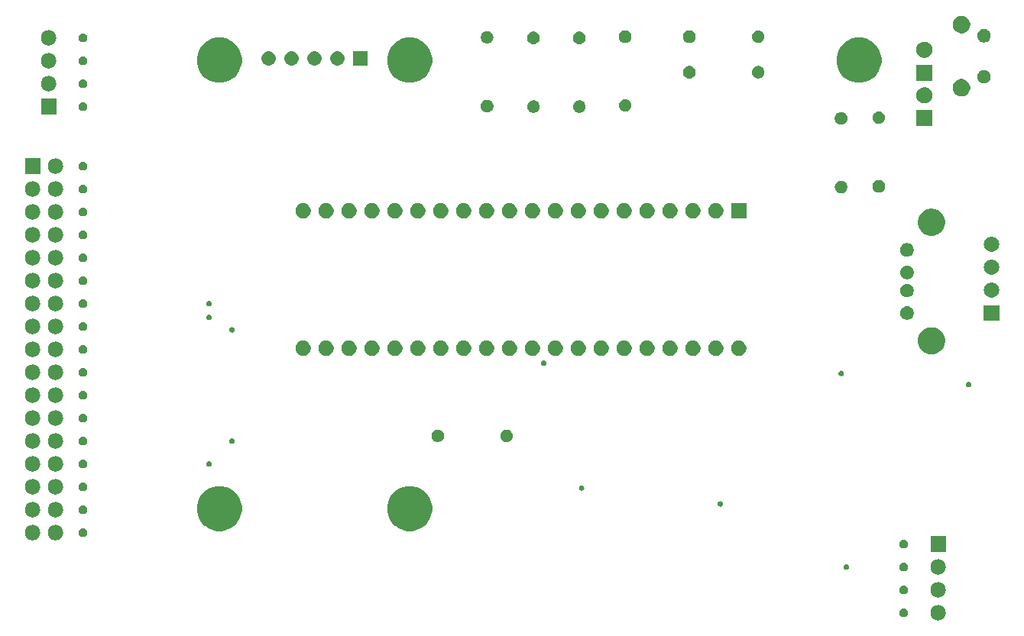
<source format=gbr>
G04 #@! TF.GenerationSoftware,KiCad,Pcbnew,(5.1.2)-2*
G04 #@! TF.CreationDate,2020-12-08T09:44:04+00:00*
G04 #@! TF.ProjectId,Greaseweazle F1 Gotek (USB-A),47726561-7365-4776-9561-7a6c65204631,1*
G04 #@! TF.SameCoordinates,PX6312cb0PY6bcb370*
G04 #@! TF.FileFunction,Soldermask,Bot*
G04 #@! TF.FilePolarity,Negative*
%FSLAX46Y46*%
G04 Gerber Fmt 4.6, Leading zero omitted, Abs format (unit mm)*
G04 Created by KiCad (PCBNEW (5.1.2)-2) date 2020-12-08 09:44:04*
%MOMM*%
%LPD*%
G04 APERTURE LIST*
%ADD10C,0.100000*%
G04 APERTURE END LIST*
D10*
G36*
X94400627Y-8052299D02*
G01*
X94480742Y-8076601D01*
X94560855Y-8100903D01*
X94560857Y-8100904D01*
X94708518Y-8179831D01*
X94837949Y-8286051D01*
X94944169Y-8415482D01*
X95023096Y-8563143D01*
X95023097Y-8563145D01*
X95047398Y-8643258D01*
X95071701Y-8723373D01*
X95088112Y-8890000D01*
X95071701Y-9056627D01*
X95047399Y-9136742D01*
X95025562Y-9208730D01*
X95023096Y-9216857D01*
X94944169Y-9364518D01*
X94837949Y-9493949D01*
X94708518Y-9600169D01*
X94560857Y-9679096D01*
X94560855Y-9679097D01*
X94480742Y-9703399D01*
X94400627Y-9727701D01*
X94275752Y-9740000D01*
X94192248Y-9740000D01*
X94067373Y-9727701D01*
X93987258Y-9703399D01*
X93907145Y-9679097D01*
X93907143Y-9679096D01*
X93759482Y-9600169D01*
X93630051Y-9493949D01*
X93523831Y-9364518D01*
X93444904Y-9216857D01*
X93442439Y-9208730D01*
X93420601Y-9136742D01*
X93396299Y-9056627D01*
X93379888Y-8890000D01*
X93396299Y-8723373D01*
X93420602Y-8643258D01*
X93444903Y-8563145D01*
X93444904Y-8563143D01*
X93523831Y-8415482D01*
X93630051Y-8286051D01*
X93759482Y-8179831D01*
X93907143Y-8100904D01*
X93907145Y-8100903D01*
X93987258Y-8076601D01*
X94067373Y-8052299D01*
X94192248Y-8040000D01*
X94275752Y-8040000D01*
X94400627Y-8052299D01*
X94400627Y-8052299D01*
G37*
G36*
X90569843Y-8409214D02*
G01*
X90584975Y-8415482D01*
X90660839Y-8446906D01*
X90702063Y-8474451D01*
X90742730Y-8501624D01*
X90812376Y-8571270D01*
X90867095Y-8653163D01*
X90904786Y-8744157D01*
X90924000Y-8840753D01*
X90924000Y-8939247D01*
X90904786Y-9035843D01*
X90904785Y-9035845D01*
X90867094Y-9126839D01*
X90812375Y-9208731D01*
X90742731Y-9278375D01*
X90660839Y-9333094D01*
X90660838Y-9333095D01*
X90660837Y-9333095D01*
X90569843Y-9370786D01*
X90473247Y-9390000D01*
X90374753Y-9390000D01*
X90278157Y-9370786D01*
X90187163Y-9333095D01*
X90187162Y-9333095D01*
X90187161Y-9333094D01*
X90105269Y-9278375D01*
X90035625Y-9208731D01*
X89980906Y-9126839D01*
X89943215Y-9035845D01*
X89943214Y-9035843D01*
X89924000Y-8939247D01*
X89924000Y-8840753D01*
X89943214Y-8744157D01*
X89980905Y-8653163D01*
X90035624Y-8571270D01*
X90105270Y-8501624D01*
X90145937Y-8474451D01*
X90187161Y-8446906D01*
X90263025Y-8415482D01*
X90278157Y-8409214D01*
X90374753Y-8390000D01*
X90473247Y-8390000D01*
X90569843Y-8409214D01*
X90569843Y-8409214D01*
G37*
G36*
X94400627Y-5512299D02*
G01*
X94480742Y-5536602D01*
X94560855Y-5560903D01*
X94560857Y-5560904D01*
X94708518Y-5639831D01*
X94837949Y-5746051D01*
X94944169Y-5875482D01*
X95023096Y-6023143D01*
X95023097Y-6023145D01*
X95047399Y-6103258D01*
X95071701Y-6183373D01*
X95088112Y-6350000D01*
X95071701Y-6516627D01*
X95047398Y-6596742D01*
X95025562Y-6668730D01*
X95023096Y-6676857D01*
X94944169Y-6824518D01*
X94837949Y-6953949D01*
X94708518Y-7060169D01*
X94560857Y-7139096D01*
X94560855Y-7139097D01*
X94480742Y-7163398D01*
X94400627Y-7187701D01*
X94275752Y-7200000D01*
X94192248Y-7200000D01*
X94067373Y-7187701D01*
X93987258Y-7163398D01*
X93907145Y-7139097D01*
X93907143Y-7139096D01*
X93759482Y-7060169D01*
X93630051Y-6953949D01*
X93523831Y-6824518D01*
X93444904Y-6676857D01*
X93442439Y-6668730D01*
X93420602Y-6596742D01*
X93396299Y-6516627D01*
X93379888Y-6350000D01*
X93396299Y-6183373D01*
X93420601Y-6103258D01*
X93444903Y-6023145D01*
X93444904Y-6023143D01*
X93523831Y-5875482D01*
X93630051Y-5746051D01*
X93759482Y-5639831D01*
X93907143Y-5560904D01*
X93907145Y-5560903D01*
X93987258Y-5536602D01*
X94067373Y-5512299D01*
X94192248Y-5500000D01*
X94275752Y-5500000D01*
X94400627Y-5512299D01*
X94400627Y-5512299D01*
G37*
G36*
X90569843Y-5869214D02*
G01*
X90584975Y-5875482D01*
X90660839Y-5906906D01*
X90702063Y-5934451D01*
X90742730Y-5961624D01*
X90812376Y-6031270D01*
X90867095Y-6113163D01*
X90904786Y-6204157D01*
X90924000Y-6300753D01*
X90924000Y-6399247D01*
X90904786Y-6495843D01*
X90904785Y-6495845D01*
X90867094Y-6586839D01*
X90812375Y-6668731D01*
X90742731Y-6738375D01*
X90660839Y-6793094D01*
X90660838Y-6793095D01*
X90660837Y-6793095D01*
X90569843Y-6830786D01*
X90473247Y-6850000D01*
X90374753Y-6850000D01*
X90278157Y-6830786D01*
X90187163Y-6793095D01*
X90187162Y-6793095D01*
X90187161Y-6793094D01*
X90105269Y-6738375D01*
X90035625Y-6668731D01*
X89980906Y-6586839D01*
X89943215Y-6495845D01*
X89943214Y-6495843D01*
X89924000Y-6399247D01*
X89924000Y-6300753D01*
X89943214Y-6204157D01*
X89980905Y-6113163D01*
X90035624Y-6031270D01*
X90105270Y-5961624D01*
X90145937Y-5934451D01*
X90187161Y-5906906D01*
X90263025Y-5875482D01*
X90278157Y-5869214D01*
X90374753Y-5850000D01*
X90473247Y-5850000D01*
X90569843Y-5869214D01*
X90569843Y-5869214D01*
G37*
G36*
X94400627Y-2972299D02*
G01*
X94480742Y-2996601D01*
X94560855Y-3020903D01*
X94560857Y-3020904D01*
X94708518Y-3099831D01*
X94837949Y-3206051D01*
X94944169Y-3335482D01*
X95023096Y-3483143D01*
X95023097Y-3483145D01*
X95041601Y-3544147D01*
X95071701Y-3643373D01*
X95088112Y-3810000D01*
X95071701Y-3976627D01*
X95047398Y-4056742D01*
X95025562Y-4128730D01*
X95023096Y-4136857D01*
X94944169Y-4284518D01*
X94837949Y-4413949D01*
X94708518Y-4520169D01*
X94560857Y-4599096D01*
X94560855Y-4599097D01*
X94480742Y-4623398D01*
X94400627Y-4647701D01*
X94275752Y-4660000D01*
X94192248Y-4660000D01*
X94067373Y-4647701D01*
X93987258Y-4623398D01*
X93907145Y-4599097D01*
X93907143Y-4599096D01*
X93759482Y-4520169D01*
X93630051Y-4413949D01*
X93523831Y-4284518D01*
X93444904Y-4136857D01*
X93442439Y-4128730D01*
X93420602Y-4056742D01*
X93396299Y-3976627D01*
X93379888Y-3810000D01*
X93396299Y-3643373D01*
X93426399Y-3544147D01*
X93444903Y-3483145D01*
X93444904Y-3483143D01*
X93523831Y-3335482D01*
X93630051Y-3206051D01*
X93759482Y-3099831D01*
X93907143Y-3020904D01*
X93907145Y-3020903D01*
X93987258Y-2996602D01*
X94067373Y-2972299D01*
X94192248Y-2960000D01*
X94275752Y-2960000D01*
X94400627Y-2972299D01*
X94400627Y-2972299D01*
G37*
G36*
X90569843Y-3329214D02*
G01*
X90584975Y-3335482D01*
X90660839Y-3366906D01*
X90702063Y-3394451D01*
X90742730Y-3421624D01*
X90812376Y-3491270D01*
X90867095Y-3573163D01*
X90904786Y-3664157D01*
X90924000Y-3760753D01*
X90924000Y-3859247D01*
X90904786Y-3955843D01*
X90904785Y-3955845D01*
X90867094Y-4046839D01*
X90812375Y-4128731D01*
X90742731Y-4198375D01*
X90660839Y-4253094D01*
X90660838Y-4253095D01*
X90660837Y-4253095D01*
X90569843Y-4290786D01*
X90473247Y-4310000D01*
X90374753Y-4310000D01*
X90278157Y-4290786D01*
X90187163Y-4253095D01*
X90187162Y-4253095D01*
X90187161Y-4253094D01*
X90105269Y-4198375D01*
X90035625Y-4128731D01*
X89980906Y-4046839D01*
X89943215Y-3955845D01*
X89943214Y-3955843D01*
X89924000Y-3859247D01*
X89924000Y-3760753D01*
X89943214Y-3664157D01*
X89980905Y-3573163D01*
X90035624Y-3491270D01*
X90105270Y-3421624D01*
X90145937Y-3394451D01*
X90187161Y-3366906D01*
X90263025Y-3335482D01*
X90278157Y-3329214D01*
X90374753Y-3310000D01*
X90473247Y-3310000D01*
X90569843Y-3329214D01*
X90569843Y-3329214D01*
G37*
G36*
X84161507Y-3521532D02*
G01*
X84216103Y-3544147D01*
X84265239Y-3576978D01*
X84307026Y-3618765D01*
X84339857Y-3667901D01*
X84362472Y-3722497D01*
X84374000Y-3780457D01*
X84374000Y-3839551D01*
X84362472Y-3897511D01*
X84339857Y-3952107D01*
X84307026Y-4001243D01*
X84265239Y-4043030D01*
X84216103Y-4075861D01*
X84161507Y-4098476D01*
X84103547Y-4110004D01*
X84044453Y-4110004D01*
X83986493Y-4098476D01*
X83931897Y-4075861D01*
X83882761Y-4043030D01*
X83840974Y-4001243D01*
X83808143Y-3952107D01*
X83785528Y-3897511D01*
X83774000Y-3839551D01*
X83774000Y-3780457D01*
X83785528Y-3722497D01*
X83808143Y-3667901D01*
X83840974Y-3618765D01*
X83882761Y-3576978D01*
X83931897Y-3544147D01*
X83986493Y-3521532D01*
X84044453Y-3510004D01*
X84103547Y-3510004D01*
X84161507Y-3521532D01*
X84161507Y-3521532D01*
G37*
G36*
X95084000Y-2120000D02*
G01*
X93384000Y-2120000D01*
X93384000Y-420000D01*
X95084000Y-420000D01*
X95084000Y-2120000D01*
X95084000Y-2120000D01*
G37*
G36*
X90569843Y-789214D02*
G01*
X90569846Y-789215D01*
X90569845Y-789215D01*
X90660839Y-826906D01*
X90695401Y-850000D01*
X90742730Y-881624D01*
X90812376Y-951270D01*
X90867095Y-1033163D01*
X90904786Y-1124157D01*
X90924000Y-1220753D01*
X90924000Y-1319247D01*
X90904786Y-1415843D01*
X90904785Y-1415845D01*
X90867094Y-1506839D01*
X90812375Y-1588731D01*
X90742731Y-1658375D01*
X90660839Y-1713094D01*
X90660838Y-1713095D01*
X90660837Y-1713095D01*
X90569843Y-1750786D01*
X90473247Y-1770000D01*
X90374753Y-1770000D01*
X90278157Y-1750786D01*
X90187163Y-1713095D01*
X90187162Y-1713095D01*
X90187161Y-1713094D01*
X90105269Y-1658375D01*
X90035625Y-1588731D01*
X89980906Y-1506839D01*
X89943215Y-1415845D01*
X89943214Y-1415843D01*
X89924000Y-1319247D01*
X89924000Y-1220753D01*
X89943214Y-1124157D01*
X89980905Y-1033163D01*
X90035624Y-951270D01*
X90105270Y-881624D01*
X90152599Y-850000D01*
X90187161Y-826906D01*
X90278155Y-789215D01*
X90278154Y-789215D01*
X90278157Y-789214D01*
X90374753Y-770000D01*
X90473247Y-770000D01*
X90569843Y-789214D01*
X90569843Y-789214D01*
G37*
G36*
X-5929373Y837701D02*
G01*
X-5849258Y813399D01*
X-5769145Y789097D01*
X-5769143Y789096D01*
X-5621482Y710169D01*
X-5492051Y603949D01*
X-5385831Y474518D01*
X-5306904Y326857D01*
X-5306903Y326855D01*
X-5287556Y263074D01*
X-5258299Y166627D01*
X-5241888Y0D01*
X-5258299Y-166627D01*
X-5282601Y-246742D01*
X-5304438Y-318730D01*
X-5306904Y-326857D01*
X-5385831Y-474518D01*
X-5492051Y-603949D01*
X-5621482Y-710169D01*
X-5733417Y-770000D01*
X-5769145Y-789097D01*
X-5849258Y-813398D01*
X-5929373Y-837701D01*
X-6054248Y-850000D01*
X-6137752Y-850000D01*
X-6262627Y-837701D01*
X-6342742Y-813398D01*
X-6422855Y-789097D01*
X-6458583Y-770000D01*
X-6570518Y-710169D01*
X-6699949Y-603949D01*
X-6806169Y-474518D01*
X-6885096Y-326857D01*
X-6887561Y-318730D01*
X-6909399Y-246742D01*
X-6933701Y-166627D01*
X-6950112Y0D01*
X-6933701Y166627D01*
X-6904444Y263074D01*
X-6885097Y326855D01*
X-6885096Y326857D01*
X-6806169Y474518D01*
X-6699949Y603949D01*
X-6570518Y710169D01*
X-6422857Y789096D01*
X-6422855Y789097D01*
X-6342742Y813399D01*
X-6262627Y837701D01*
X-6137752Y850000D01*
X-6054248Y850000D01*
X-5929373Y837701D01*
X-5929373Y837701D01*
G37*
G36*
X-3389373Y837701D02*
G01*
X-3309258Y813399D01*
X-3229145Y789097D01*
X-3229143Y789096D01*
X-3081482Y710169D01*
X-2952051Y603949D01*
X-2845831Y474518D01*
X-2766904Y326857D01*
X-2766903Y326855D01*
X-2747556Y263074D01*
X-2718299Y166627D01*
X-2701888Y0D01*
X-2718299Y-166627D01*
X-2742601Y-246742D01*
X-2764438Y-318730D01*
X-2766904Y-326857D01*
X-2845831Y-474518D01*
X-2952051Y-603949D01*
X-3081482Y-710169D01*
X-3193417Y-770000D01*
X-3229145Y-789097D01*
X-3309258Y-813398D01*
X-3389373Y-837701D01*
X-3514248Y-850000D01*
X-3597752Y-850000D01*
X-3722627Y-837701D01*
X-3802742Y-813398D01*
X-3882855Y-789097D01*
X-3918583Y-770000D01*
X-4030518Y-710169D01*
X-4159949Y-603949D01*
X-4266169Y-474518D01*
X-4345096Y-326857D01*
X-4347561Y-318730D01*
X-4369399Y-246742D01*
X-4393701Y-166627D01*
X-4410112Y0D01*
X-4393701Y166627D01*
X-4364444Y263074D01*
X-4345097Y326855D01*
X-4345096Y326857D01*
X-4266169Y474518D01*
X-4159949Y603949D01*
X-4030518Y710169D01*
X-3882857Y789096D01*
X-3882855Y789097D01*
X-3802742Y813399D01*
X-3722627Y837701D01*
X-3597752Y850000D01*
X-3514248Y850000D01*
X-3389373Y837701D01*
X-3389373Y837701D01*
G37*
G36*
X-362157Y480786D02*
G01*
X-291522Y451528D01*
X-271161Y443094D01*
X-229937Y415549D01*
X-189270Y388376D01*
X-119624Y318730D01*
X-64905Y236837D01*
X-27214Y145843D01*
X-8000Y49247D01*
X-8000Y-49247D01*
X-27214Y-145843D01*
X-27215Y-145845D01*
X-64906Y-236839D01*
X-119625Y-318731D01*
X-189269Y-388375D01*
X-271161Y-443094D01*
X-271162Y-443095D01*
X-271163Y-443095D01*
X-362157Y-480786D01*
X-458753Y-500000D01*
X-557247Y-500000D01*
X-653843Y-480786D01*
X-744837Y-443095D01*
X-744838Y-443095D01*
X-744839Y-443094D01*
X-826731Y-388375D01*
X-896375Y-318731D01*
X-951094Y-236839D01*
X-988785Y-145845D01*
X-988786Y-145843D01*
X-1008000Y-49247D01*
X-1008000Y49247D01*
X-988786Y145843D01*
X-951095Y236837D01*
X-896376Y318730D01*
X-826730Y388376D01*
X-786063Y415549D01*
X-744839Y443094D01*
X-724478Y451528D01*
X-653843Y480786D01*
X-557247Y500000D01*
X-458753Y500000D01*
X-362157Y480786D01*
X-362157Y480786D01*
G37*
G36*
X15334222Y5070927D02*
G01*
X15664418Y4934155D01*
X15789194Y4882471D01*
X15814603Y4865493D01*
X16198656Y4608877D01*
X16546877Y4260656D01*
X16820472Y3851192D01*
X17008927Y3396222D01*
X17105000Y2913230D01*
X17105000Y2420770D01*
X17008927Y1937778D01*
X16820472Y1482808D01*
X16546877Y1073344D01*
X16198656Y725123D01*
X16176274Y710168D01*
X15789194Y451529D01*
X15789193Y451528D01*
X15789192Y451528D01*
X15334222Y263073D01*
X14851230Y167000D01*
X14358770Y167000D01*
X13875778Y263073D01*
X13420808Y451528D01*
X13420807Y451528D01*
X13420806Y451529D01*
X13033726Y710168D01*
X13011344Y725123D01*
X12663123Y1073344D01*
X12389528Y1482808D01*
X12201073Y1937778D01*
X12105000Y2420770D01*
X12105000Y2913230D01*
X12201073Y3396222D01*
X12389528Y3851192D01*
X12663123Y4260656D01*
X13011344Y4608877D01*
X13395397Y4865493D01*
X13420806Y4882471D01*
X13545582Y4934155D01*
X13875778Y5070927D01*
X14358770Y5167000D01*
X14851230Y5167000D01*
X15334222Y5070927D01*
X15334222Y5070927D01*
G37*
G36*
X36416222Y5070927D02*
G01*
X36746418Y4934155D01*
X36871194Y4882471D01*
X36896603Y4865493D01*
X37280656Y4608877D01*
X37628877Y4260656D01*
X37902472Y3851192D01*
X38090927Y3396222D01*
X38187000Y2913230D01*
X38187000Y2420770D01*
X38090927Y1937778D01*
X37902472Y1482808D01*
X37628877Y1073344D01*
X37280656Y725123D01*
X37258274Y710168D01*
X36871194Y451529D01*
X36871193Y451528D01*
X36871192Y451528D01*
X36416222Y263073D01*
X35933230Y167000D01*
X35440770Y167000D01*
X34957778Y263073D01*
X34502808Y451528D01*
X34502807Y451528D01*
X34502806Y451529D01*
X34115726Y710168D01*
X34093344Y725123D01*
X33745123Y1073344D01*
X33471528Y1482808D01*
X33283073Y1937778D01*
X33187000Y2420770D01*
X33187000Y2913230D01*
X33283073Y3396222D01*
X33471528Y3851192D01*
X33745123Y4260656D01*
X34093344Y4608877D01*
X34477397Y4865493D01*
X34502806Y4882471D01*
X34627582Y4934155D01*
X34957778Y5070927D01*
X35440770Y5167000D01*
X35933230Y5167000D01*
X36416222Y5070927D01*
X36416222Y5070927D01*
G37*
G36*
X-3389373Y3377701D02*
G01*
X-3309258Y3353398D01*
X-3229145Y3329097D01*
X-3229143Y3329096D01*
X-3081482Y3250169D01*
X-2952051Y3143949D01*
X-2845831Y3014518D01*
X-2791691Y2913230D01*
X-2766903Y2866855D01*
X-2742601Y2786742D01*
X-2718299Y2706627D01*
X-2701888Y2540000D01*
X-2718299Y2373373D01*
X-2742601Y2293258D01*
X-2764438Y2221270D01*
X-2766904Y2213143D01*
X-2845831Y2065482D01*
X-2952051Y1936051D01*
X-3081482Y1829831D01*
X-3229143Y1750904D01*
X-3229145Y1750903D01*
X-3309258Y1726602D01*
X-3389373Y1702299D01*
X-3514248Y1690000D01*
X-3597752Y1690000D01*
X-3722627Y1702299D01*
X-3802742Y1726602D01*
X-3882855Y1750903D01*
X-3882857Y1750904D01*
X-4030518Y1829831D01*
X-4159949Y1936051D01*
X-4266169Y2065482D01*
X-4345096Y2213143D01*
X-4347561Y2221270D01*
X-4369398Y2293258D01*
X-4393701Y2373373D01*
X-4410112Y2540000D01*
X-4393701Y2706627D01*
X-4369399Y2786742D01*
X-4345097Y2866855D01*
X-4320309Y2913230D01*
X-4266169Y3014518D01*
X-4159949Y3143949D01*
X-4030518Y3250169D01*
X-3882857Y3329096D01*
X-3882855Y3329097D01*
X-3802742Y3353398D01*
X-3722627Y3377701D01*
X-3597752Y3390000D01*
X-3514248Y3390000D01*
X-3389373Y3377701D01*
X-3389373Y3377701D01*
G37*
G36*
X-5929373Y3377701D02*
G01*
X-5849258Y3353398D01*
X-5769145Y3329097D01*
X-5769143Y3329096D01*
X-5621482Y3250169D01*
X-5492051Y3143949D01*
X-5385831Y3014518D01*
X-5331691Y2913230D01*
X-5306903Y2866855D01*
X-5282602Y2786742D01*
X-5258299Y2706627D01*
X-5241888Y2540000D01*
X-5258299Y2373373D01*
X-5282601Y2293258D01*
X-5304438Y2221270D01*
X-5306904Y2213143D01*
X-5385831Y2065482D01*
X-5492051Y1936051D01*
X-5621482Y1829831D01*
X-5769143Y1750904D01*
X-5769145Y1750903D01*
X-5849258Y1726602D01*
X-5929373Y1702299D01*
X-6054248Y1690000D01*
X-6137752Y1690000D01*
X-6262627Y1702299D01*
X-6342742Y1726602D01*
X-6422855Y1750903D01*
X-6422857Y1750904D01*
X-6570518Y1829831D01*
X-6699949Y1936051D01*
X-6806169Y2065482D01*
X-6885096Y2213143D01*
X-6887561Y2221270D01*
X-6909398Y2293258D01*
X-6933701Y2373373D01*
X-6950112Y2540000D01*
X-6933701Y2706627D01*
X-6909399Y2786742D01*
X-6885097Y2866855D01*
X-6860309Y2913230D01*
X-6806169Y3014518D01*
X-6699949Y3143949D01*
X-6570518Y3250169D01*
X-6422857Y3329096D01*
X-6422855Y3329097D01*
X-6342742Y3353398D01*
X-6262627Y3377701D01*
X-6137752Y3390000D01*
X-6054248Y3390000D01*
X-5929373Y3377701D01*
X-5929373Y3377701D01*
G37*
G36*
X-362157Y3020786D02*
G01*
X-271163Y2983095D01*
X-271161Y2983094D01*
X-229937Y2955549D01*
X-189270Y2928376D01*
X-119624Y2858730D01*
X-64905Y2776837D01*
X-27214Y2685843D01*
X-8000Y2589247D01*
X-8000Y2490753D01*
X-27214Y2394157D01*
X-27215Y2394155D01*
X-64906Y2303161D01*
X-119625Y2221269D01*
X-189269Y2151625D01*
X-271161Y2096906D01*
X-271162Y2096905D01*
X-271163Y2096905D01*
X-362157Y2059214D01*
X-458753Y2040000D01*
X-557247Y2040000D01*
X-653843Y2059214D01*
X-744837Y2096905D01*
X-744838Y2096905D01*
X-744839Y2096906D01*
X-826731Y2151625D01*
X-896375Y2221269D01*
X-951094Y2303161D01*
X-988785Y2394155D01*
X-988786Y2394157D01*
X-1008000Y2490753D01*
X-1008000Y2589247D01*
X-988786Y2685843D01*
X-951095Y2776837D01*
X-896376Y2858730D01*
X-826730Y2928376D01*
X-786063Y2955549D01*
X-744839Y2983094D01*
X-744837Y2983095D01*
X-653843Y3020786D01*
X-557247Y3040000D01*
X-458753Y3040000D01*
X-362157Y3020786D01*
X-362157Y3020786D01*
G37*
G36*
X70191501Y3463466D02*
G01*
X70246097Y3440851D01*
X70295233Y3408020D01*
X70337020Y3366233D01*
X70369851Y3317097D01*
X70392466Y3262501D01*
X70403994Y3204541D01*
X70403994Y3145447D01*
X70392466Y3087487D01*
X70369851Y3032891D01*
X70337020Y2983755D01*
X70295233Y2941968D01*
X70246097Y2909137D01*
X70191501Y2886522D01*
X70133541Y2874994D01*
X70074447Y2874994D01*
X70016487Y2886522D01*
X69961891Y2909137D01*
X69912755Y2941968D01*
X69870968Y2983755D01*
X69838137Y3032891D01*
X69815522Y3087487D01*
X69803994Y3145447D01*
X69803994Y3204541D01*
X69815522Y3262501D01*
X69838137Y3317097D01*
X69870968Y3366233D01*
X69912755Y3408020D01*
X69961891Y3440851D01*
X70016487Y3463466D01*
X70074447Y3474994D01*
X70133541Y3474994D01*
X70191501Y3463466D01*
X70191501Y3463466D01*
G37*
G36*
X-5929373Y5917701D02*
G01*
X-5849258Y5893399D01*
X-5769145Y5869097D01*
X-5769143Y5869096D01*
X-5621482Y5790169D01*
X-5492051Y5683949D01*
X-5385831Y5554518D01*
X-5306904Y5406857D01*
X-5306903Y5406855D01*
X-5282602Y5326742D01*
X-5258299Y5246627D01*
X-5241888Y5080000D01*
X-5258299Y4913373D01*
X-5282602Y4833258D01*
X-5304438Y4761270D01*
X-5306904Y4753143D01*
X-5385831Y4605482D01*
X-5492051Y4476051D01*
X-5621482Y4369831D01*
X-5769143Y4290904D01*
X-5769145Y4290903D01*
X-5849258Y4266601D01*
X-5929373Y4242299D01*
X-6054248Y4230000D01*
X-6137752Y4230000D01*
X-6262627Y4242299D01*
X-6342742Y4266601D01*
X-6422855Y4290903D01*
X-6422857Y4290904D01*
X-6570518Y4369831D01*
X-6699949Y4476051D01*
X-6806169Y4605482D01*
X-6885096Y4753143D01*
X-6887561Y4761270D01*
X-6909398Y4833258D01*
X-6933701Y4913373D01*
X-6950112Y5080000D01*
X-6933701Y5246627D01*
X-6909398Y5326742D01*
X-6885097Y5406855D01*
X-6885096Y5406857D01*
X-6806169Y5554518D01*
X-6699949Y5683949D01*
X-6570518Y5790169D01*
X-6422857Y5869096D01*
X-6422855Y5869097D01*
X-6342742Y5893399D01*
X-6262627Y5917701D01*
X-6137752Y5930000D01*
X-6054248Y5930000D01*
X-5929373Y5917701D01*
X-5929373Y5917701D01*
G37*
G36*
X-3389373Y5917701D02*
G01*
X-3309258Y5893399D01*
X-3229145Y5869097D01*
X-3229143Y5869096D01*
X-3081482Y5790169D01*
X-2952051Y5683949D01*
X-2845831Y5554518D01*
X-2766904Y5406857D01*
X-2766903Y5406855D01*
X-2742602Y5326742D01*
X-2718299Y5246627D01*
X-2701888Y5080000D01*
X-2718299Y4913373D01*
X-2742602Y4833258D01*
X-2764438Y4761270D01*
X-2766904Y4753143D01*
X-2845831Y4605482D01*
X-2952051Y4476051D01*
X-3081482Y4369831D01*
X-3229143Y4290904D01*
X-3229145Y4290903D01*
X-3309258Y4266601D01*
X-3389373Y4242299D01*
X-3514248Y4230000D01*
X-3597752Y4230000D01*
X-3722627Y4242299D01*
X-3802742Y4266601D01*
X-3882855Y4290903D01*
X-3882857Y4290904D01*
X-4030518Y4369831D01*
X-4159949Y4476051D01*
X-4266169Y4605482D01*
X-4345096Y4753143D01*
X-4347561Y4761270D01*
X-4369398Y4833258D01*
X-4393701Y4913373D01*
X-4410112Y5080000D01*
X-4393701Y5246627D01*
X-4369398Y5326742D01*
X-4345097Y5406855D01*
X-4345096Y5406857D01*
X-4266169Y5554518D01*
X-4159949Y5683949D01*
X-4030518Y5790169D01*
X-3882857Y5869096D01*
X-3882855Y5869097D01*
X-3802742Y5893399D01*
X-3722627Y5917701D01*
X-3597752Y5930000D01*
X-3514248Y5930000D01*
X-3389373Y5917701D01*
X-3389373Y5917701D01*
G37*
G36*
X-362157Y5560786D02*
G01*
X-347025Y5554518D01*
X-271161Y5523094D01*
X-229937Y5495549D01*
X-189270Y5468376D01*
X-119624Y5398730D01*
X-64905Y5316837D01*
X-27214Y5225843D01*
X-8000Y5129247D01*
X-8000Y5030753D01*
X-27214Y4934157D01*
X-64905Y4843163D01*
X-119624Y4761270D01*
X-189270Y4691624D01*
X-229821Y4664529D01*
X-271161Y4636906D01*
X-271162Y4636905D01*
X-271163Y4636905D01*
X-362157Y4599214D01*
X-458753Y4580000D01*
X-557247Y4580000D01*
X-653843Y4599214D01*
X-744837Y4636905D01*
X-744838Y4636905D01*
X-744839Y4636906D01*
X-786179Y4664529D01*
X-826730Y4691624D01*
X-896376Y4761270D01*
X-951095Y4843163D01*
X-988786Y4934157D01*
X-1008000Y5030753D01*
X-1008000Y5129247D01*
X-988786Y5225843D01*
X-951095Y5316837D01*
X-896376Y5398730D01*
X-826730Y5468376D01*
X-786063Y5495549D01*
X-744839Y5523094D01*
X-668975Y5554518D01*
X-653843Y5560786D01*
X-557247Y5580000D01*
X-458753Y5580000D01*
X-362157Y5560786D01*
X-362157Y5560786D01*
G37*
G36*
X54824511Y5241472D02*
G01*
X54879107Y5218857D01*
X54928243Y5186026D01*
X54970030Y5144239D01*
X55002861Y5095103D01*
X55025476Y5040507D01*
X55037004Y4982547D01*
X55037004Y4923453D01*
X55025476Y4865493D01*
X55002861Y4810897D01*
X54970030Y4761761D01*
X54928243Y4719974D01*
X54879107Y4687143D01*
X54824511Y4664528D01*
X54766551Y4653000D01*
X54707457Y4653000D01*
X54649497Y4664528D01*
X54594901Y4687143D01*
X54545765Y4719974D01*
X54503978Y4761761D01*
X54471147Y4810897D01*
X54448532Y4865493D01*
X54437004Y4923453D01*
X54437004Y4982547D01*
X54448532Y5040507D01*
X54471147Y5095103D01*
X54503978Y5144239D01*
X54545765Y5186026D01*
X54594901Y5218857D01*
X54649497Y5241472D01*
X54707457Y5253000D01*
X54766551Y5253000D01*
X54824511Y5241472D01*
X54824511Y5241472D01*
G37*
G36*
X-5929373Y8457701D02*
G01*
X-5849258Y8433398D01*
X-5769145Y8409097D01*
X-5769143Y8409096D01*
X-5621482Y8330169D01*
X-5492051Y8223949D01*
X-5385831Y8094518D01*
X-5306904Y7946857D01*
X-5306903Y7946855D01*
X-5298757Y7920000D01*
X-5258299Y7786627D01*
X-5241888Y7620000D01*
X-5258299Y7453373D01*
X-5282601Y7373258D01*
X-5304438Y7301270D01*
X-5306904Y7293143D01*
X-5385831Y7145482D01*
X-5492051Y7016051D01*
X-5621482Y6909831D01*
X-5769143Y6830904D01*
X-5769145Y6830903D01*
X-5849258Y6806601D01*
X-5929373Y6782299D01*
X-6054248Y6770000D01*
X-6137752Y6770000D01*
X-6262627Y6782299D01*
X-6342742Y6806601D01*
X-6422855Y6830903D01*
X-6422857Y6830904D01*
X-6570518Y6909831D01*
X-6699949Y7016051D01*
X-6806169Y7145482D01*
X-6885096Y7293143D01*
X-6887561Y7301270D01*
X-6909399Y7373258D01*
X-6933701Y7453373D01*
X-6950112Y7620000D01*
X-6933701Y7786627D01*
X-6893243Y7920000D01*
X-6885097Y7946855D01*
X-6885096Y7946857D01*
X-6806169Y8094518D01*
X-6699949Y8223949D01*
X-6570518Y8330169D01*
X-6422857Y8409096D01*
X-6422855Y8409097D01*
X-6342742Y8433398D01*
X-6262627Y8457701D01*
X-6137752Y8470000D01*
X-6054248Y8470000D01*
X-5929373Y8457701D01*
X-5929373Y8457701D01*
G37*
G36*
X-3389373Y8457701D02*
G01*
X-3309258Y8433398D01*
X-3229145Y8409097D01*
X-3229143Y8409096D01*
X-3081482Y8330169D01*
X-2952051Y8223949D01*
X-2845831Y8094518D01*
X-2766904Y7946857D01*
X-2766903Y7946855D01*
X-2758757Y7920000D01*
X-2718299Y7786627D01*
X-2701888Y7620000D01*
X-2718299Y7453373D01*
X-2742601Y7373258D01*
X-2764438Y7301270D01*
X-2766904Y7293143D01*
X-2845831Y7145482D01*
X-2952051Y7016051D01*
X-3081482Y6909831D01*
X-3229143Y6830904D01*
X-3229145Y6830903D01*
X-3309258Y6806601D01*
X-3389373Y6782299D01*
X-3514248Y6770000D01*
X-3597752Y6770000D01*
X-3722627Y6782299D01*
X-3802742Y6806601D01*
X-3882855Y6830903D01*
X-3882857Y6830904D01*
X-4030518Y6909831D01*
X-4159949Y7016051D01*
X-4266169Y7145482D01*
X-4345096Y7293143D01*
X-4347561Y7301270D01*
X-4369399Y7373258D01*
X-4393701Y7453373D01*
X-4410112Y7620000D01*
X-4393701Y7786627D01*
X-4353243Y7920000D01*
X-4345097Y7946855D01*
X-4345096Y7946857D01*
X-4266169Y8094518D01*
X-4159949Y8223949D01*
X-4030518Y8330169D01*
X-3882857Y8409096D01*
X-3882855Y8409097D01*
X-3802742Y8433398D01*
X-3722627Y8457701D01*
X-3597752Y8470000D01*
X-3514248Y8470000D01*
X-3389373Y8457701D01*
X-3389373Y8457701D01*
G37*
G36*
X-362157Y8100786D02*
G01*
X-347025Y8094518D01*
X-271161Y8063094D01*
X-229937Y8035549D01*
X-189270Y8008376D01*
X-119624Y7938730D01*
X-64905Y7856837D01*
X-27214Y7765843D01*
X-8000Y7669247D01*
X-8000Y7570753D01*
X-27214Y7474157D01*
X-63327Y7386973D01*
X-64906Y7383161D01*
X-119625Y7301269D01*
X-189269Y7231625D01*
X-271161Y7176906D01*
X-271162Y7176905D01*
X-271163Y7176905D01*
X-362157Y7139214D01*
X-458753Y7120000D01*
X-557247Y7120000D01*
X-653843Y7139214D01*
X-744837Y7176905D01*
X-744838Y7176905D01*
X-744839Y7176906D01*
X-826731Y7231625D01*
X-896375Y7301269D01*
X-951094Y7383161D01*
X-952673Y7386973D01*
X-988786Y7474157D01*
X-1008000Y7570753D01*
X-1008000Y7669247D01*
X-988786Y7765843D01*
X-951095Y7856837D01*
X-896376Y7938730D01*
X-826730Y8008376D01*
X-786063Y8035549D01*
X-744839Y8063094D01*
X-668975Y8094518D01*
X-653843Y8100786D01*
X-557247Y8120000D01*
X-458753Y8120000D01*
X-362157Y8100786D01*
X-362157Y8100786D01*
G37*
G36*
X13549507Y7908472D02*
G01*
X13604103Y7885857D01*
X13653239Y7853026D01*
X13695026Y7811239D01*
X13727857Y7762103D01*
X13750472Y7707507D01*
X13762000Y7649547D01*
X13762000Y7590453D01*
X13750472Y7532493D01*
X13727857Y7477897D01*
X13695026Y7428761D01*
X13653239Y7386974D01*
X13604103Y7354143D01*
X13549507Y7331528D01*
X13491547Y7320000D01*
X13432453Y7320000D01*
X13374493Y7331528D01*
X13319897Y7354143D01*
X13270761Y7386974D01*
X13228974Y7428761D01*
X13196143Y7477897D01*
X13173528Y7532493D01*
X13162000Y7590453D01*
X13162000Y7649547D01*
X13173528Y7707507D01*
X13196143Y7762103D01*
X13228974Y7811239D01*
X13270761Y7853026D01*
X13319897Y7885857D01*
X13374493Y7908472D01*
X13432453Y7920000D01*
X13491547Y7920000D01*
X13549507Y7908472D01*
X13549507Y7908472D01*
G37*
G36*
X-5929373Y10997701D02*
G01*
X-5849258Y10973399D01*
X-5769145Y10949097D01*
X-5769143Y10949096D01*
X-5621482Y10870169D01*
X-5492051Y10763949D01*
X-5385831Y10634518D01*
X-5328531Y10527318D01*
X-5306903Y10486855D01*
X-5298757Y10460000D01*
X-5258299Y10326627D01*
X-5241888Y10160000D01*
X-5258299Y9993373D01*
X-5282601Y9913258D01*
X-5304438Y9841270D01*
X-5306904Y9833143D01*
X-5385831Y9685482D01*
X-5492051Y9556051D01*
X-5621482Y9449831D01*
X-5769143Y9370904D01*
X-5769145Y9370903D01*
X-5849258Y9346601D01*
X-5929373Y9322299D01*
X-6054248Y9310000D01*
X-6137752Y9310000D01*
X-6262627Y9322299D01*
X-6342742Y9346601D01*
X-6422855Y9370903D01*
X-6422857Y9370904D01*
X-6570518Y9449831D01*
X-6699949Y9556051D01*
X-6806169Y9685482D01*
X-6885096Y9833143D01*
X-6887561Y9841270D01*
X-6909399Y9913258D01*
X-6933701Y9993373D01*
X-6950112Y10160000D01*
X-6933701Y10326627D01*
X-6893243Y10460000D01*
X-6885097Y10486855D01*
X-6863469Y10527318D01*
X-6806169Y10634518D01*
X-6699949Y10763949D01*
X-6570518Y10870169D01*
X-6422857Y10949096D01*
X-6422855Y10949097D01*
X-6342742Y10973399D01*
X-6262627Y10997701D01*
X-6137752Y11010000D01*
X-6054248Y11010000D01*
X-5929373Y10997701D01*
X-5929373Y10997701D01*
G37*
G36*
X-3389373Y10997701D02*
G01*
X-3309258Y10973399D01*
X-3229145Y10949097D01*
X-3229143Y10949096D01*
X-3081482Y10870169D01*
X-2952051Y10763949D01*
X-2845831Y10634518D01*
X-2788531Y10527318D01*
X-2766903Y10486855D01*
X-2758757Y10460000D01*
X-2718299Y10326627D01*
X-2701888Y10160000D01*
X-2718299Y9993373D01*
X-2742601Y9913258D01*
X-2764438Y9841270D01*
X-2766904Y9833143D01*
X-2845831Y9685482D01*
X-2952051Y9556051D01*
X-3081482Y9449831D01*
X-3229143Y9370904D01*
X-3229145Y9370903D01*
X-3309258Y9346601D01*
X-3389373Y9322299D01*
X-3514248Y9310000D01*
X-3597752Y9310000D01*
X-3722627Y9322299D01*
X-3802742Y9346601D01*
X-3882855Y9370903D01*
X-3882857Y9370904D01*
X-4030518Y9449831D01*
X-4159949Y9556051D01*
X-4266169Y9685482D01*
X-4345096Y9833143D01*
X-4347561Y9841270D01*
X-4369399Y9913258D01*
X-4393701Y9993373D01*
X-4410112Y10160000D01*
X-4393701Y10326627D01*
X-4353243Y10460000D01*
X-4345097Y10486855D01*
X-4323469Y10527318D01*
X-4266169Y10634518D01*
X-4159949Y10763949D01*
X-4030518Y10870169D01*
X-3882857Y10949096D01*
X-3882855Y10949097D01*
X-3802742Y10973399D01*
X-3722627Y10997701D01*
X-3597752Y11010000D01*
X-3514248Y11010000D01*
X-3389373Y10997701D01*
X-3389373Y10997701D01*
G37*
G36*
X-362157Y10640786D02*
G01*
X-347025Y10634518D01*
X-271161Y10603094D01*
X-189269Y10548375D01*
X-119625Y10478731D01*
X-66969Y10399927D01*
X-64905Y10396837D01*
X-27214Y10305843D01*
X-8000Y10209247D01*
X-8000Y10110753D01*
X-27214Y10014157D01*
X-63327Y9926973D01*
X-64906Y9923161D01*
X-119625Y9841269D01*
X-189269Y9771625D01*
X-271161Y9716906D01*
X-271162Y9716905D01*
X-271163Y9716905D01*
X-362157Y9679214D01*
X-458753Y9660000D01*
X-557247Y9660000D01*
X-653843Y9679214D01*
X-744837Y9716905D01*
X-744838Y9716905D01*
X-744839Y9716906D01*
X-826731Y9771625D01*
X-896375Y9841269D01*
X-951094Y9923161D01*
X-952673Y9926973D01*
X-988786Y10014157D01*
X-1008000Y10110753D01*
X-1008000Y10209247D01*
X-988786Y10305843D01*
X-951095Y10396837D01*
X-949030Y10399927D01*
X-896375Y10478731D01*
X-826731Y10548375D01*
X-744839Y10603094D01*
X-668975Y10634518D01*
X-653843Y10640786D01*
X-557247Y10660000D01*
X-458753Y10660000D01*
X-362157Y10640786D01*
X-362157Y10640786D01*
G37*
G36*
X16089507Y10448472D02*
G01*
X16144103Y10425857D01*
X16193239Y10393026D01*
X16235026Y10351239D01*
X16267857Y10302103D01*
X16290472Y10247507D01*
X16302000Y10189547D01*
X16302000Y10130453D01*
X16290472Y10072493D01*
X16267857Y10017897D01*
X16235026Y9968761D01*
X16193239Y9926974D01*
X16144103Y9894143D01*
X16089507Y9871528D01*
X16031547Y9860000D01*
X15972453Y9860000D01*
X15914493Y9871528D01*
X15859897Y9894143D01*
X15810761Y9926974D01*
X15768974Y9968761D01*
X15736143Y10017897D01*
X15713528Y10072493D01*
X15702000Y10130453D01*
X15702000Y10189547D01*
X15713528Y10247507D01*
X15736143Y10302103D01*
X15768974Y10351239D01*
X15810761Y10393026D01*
X15859897Y10425857D01*
X15914493Y10448472D01*
X15972453Y10460000D01*
X16031547Y10460000D01*
X16089507Y10448472D01*
X16089507Y10448472D01*
G37*
G36*
X38935724Y11421372D02*
G01*
X39067675Y11381345D01*
X39189281Y11316345D01*
X39295870Y11228870D01*
X39383345Y11122281D01*
X39448345Y11000675D01*
X39488372Y10868724D01*
X39501887Y10731500D01*
X39488372Y10594276D01*
X39448345Y10462325D01*
X39383345Y10340719D01*
X39295870Y10234130D01*
X39189281Y10146655D01*
X39067675Y10081655D01*
X38935724Y10041628D01*
X38832890Y10031500D01*
X38764110Y10031500D01*
X38661276Y10041628D01*
X38529325Y10081655D01*
X38407719Y10146655D01*
X38301130Y10234130D01*
X38213655Y10340719D01*
X38148655Y10462325D01*
X38108628Y10594276D01*
X38095113Y10731500D01*
X38108628Y10868724D01*
X38148655Y11000675D01*
X38213655Y11122281D01*
X38301130Y11228870D01*
X38407719Y11316345D01*
X38529325Y11381345D01*
X38661276Y11421372D01*
X38764110Y11431500D01*
X38832890Y11431500D01*
X38935724Y11421372D01*
X38935724Y11421372D01*
G37*
G36*
X46622682Y11404600D02*
G01*
X46750073Y11351833D01*
X46750074Y11351832D01*
X46864724Y11275226D01*
X46962226Y11177724D01*
X46962227Y11177722D01*
X47038833Y11063073D01*
X47091600Y10935682D01*
X47118500Y10800445D01*
X47118500Y10662555D01*
X47091600Y10527318D01*
X47038833Y10399927D01*
X47034222Y10393026D01*
X46962226Y10285276D01*
X46864724Y10187774D01*
X46823157Y10160000D01*
X46750073Y10111167D01*
X46622682Y10058400D01*
X46487445Y10031500D01*
X46349555Y10031500D01*
X46214318Y10058400D01*
X46086927Y10111167D01*
X46013843Y10160000D01*
X45972276Y10187774D01*
X45874774Y10285276D01*
X45802778Y10393026D01*
X45798167Y10399927D01*
X45745400Y10527318D01*
X45718500Y10662555D01*
X45718500Y10800445D01*
X45745400Y10935682D01*
X45798167Y11063073D01*
X45874773Y11177722D01*
X45874774Y11177724D01*
X45972276Y11275226D01*
X46086926Y11351832D01*
X46086927Y11351833D01*
X46214318Y11404600D01*
X46349555Y11431500D01*
X46487445Y11431500D01*
X46622682Y11404600D01*
X46622682Y11404600D01*
G37*
G36*
X-3389373Y13537701D02*
G01*
X-3309258Y13513398D01*
X-3229145Y13489097D01*
X-3229143Y13489096D01*
X-3081482Y13410169D01*
X-2952051Y13303949D01*
X-2845831Y13174518D01*
X-2766904Y13026857D01*
X-2766903Y13026855D01*
X-2742602Y12946742D01*
X-2718299Y12866627D01*
X-2701888Y12700000D01*
X-2718299Y12533373D01*
X-2742601Y12453258D01*
X-2764438Y12381270D01*
X-2766904Y12373143D01*
X-2845831Y12225482D01*
X-2952051Y12096051D01*
X-3081482Y11989831D01*
X-3229143Y11910904D01*
X-3229145Y11910903D01*
X-3309258Y11886602D01*
X-3389373Y11862299D01*
X-3514248Y11850000D01*
X-3597752Y11850000D01*
X-3722627Y11862299D01*
X-3802742Y11886602D01*
X-3882855Y11910903D01*
X-3882857Y11910904D01*
X-4030518Y11989831D01*
X-4159949Y12096051D01*
X-4266169Y12225482D01*
X-4345096Y12373143D01*
X-4347561Y12381270D01*
X-4369399Y12453258D01*
X-4393701Y12533373D01*
X-4410112Y12700000D01*
X-4393701Y12866627D01*
X-4369398Y12946742D01*
X-4345097Y13026855D01*
X-4345096Y13026857D01*
X-4266169Y13174518D01*
X-4159949Y13303949D01*
X-4030518Y13410169D01*
X-3882857Y13489096D01*
X-3882855Y13489097D01*
X-3802742Y13513398D01*
X-3722627Y13537701D01*
X-3597752Y13550000D01*
X-3514248Y13550000D01*
X-3389373Y13537701D01*
X-3389373Y13537701D01*
G37*
G36*
X-5929373Y13537701D02*
G01*
X-5849258Y13513398D01*
X-5769145Y13489097D01*
X-5769143Y13489096D01*
X-5621482Y13410169D01*
X-5492051Y13303949D01*
X-5385831Y13174518D01*
X-5306904Y13026857D01*
X-5306903Y13026855D01*
X-5282602Y12946742D01*
X-5258299Y12866627D01*
X-5241888Y12700000D01*
X-5258299Y12533373D01*
X-5282601Y12453258D01*
X-5304438Y12381270D01*
X-5306904Y12373143D01*
X-5385831Y12225482D01*
X-5492051Y12096051D01*
X-5621482Y11989831D01*
X-5769143Y11910904D01*
X-5769145Y11910903D01*
X-5849258Y11886602D01*
X-5929373Y11862299D01*
X-6054248Y11850000D01*
X-6137752Y11850000D01*
X-6262627Y11862299D01*
X-6342742Y11886602D01*
X-6422855Y11910903D01*
X-6422857Y11910904D01*
X-6570518Y11989831D01*
X-6699949Y12096051D01*
X-6806169Y12225482D01*
X-6885096Y12373143D01*
X-6887561Y12381270D01*
X-6909399Y12453258D01*
X-6933701Y12533373D01*
X-6950112Y12700000D01*
X-6933701Y12866627D01*
X-6909398Y12946742D01*
X-6885097Y13026855D01*
X-6885096Y13026857D01*
X-6806169Y13174518D01*
X-6699949Y13303949D01*
X-6570518Y13410169D01*
X-6422857Y13489096D01*
X-6422855Y13489097D01*
X-6342742Y13513398D01*
X-6262627Y13537701D01*
X-6137752Y13550000D01*
X-6054248Y13550000D01*
X-5929373Y13537701D01*
X-5929373Y13537701D01*
G37*
G36*
X-362157Y13180786D02*
G01*
X-347025Y13174518D01*
X-271161Y13143094D01*
X-229937Y13115549D01*
X-189270Y13088376D01*
X-119624Y13018730D01*
X-64905Y12936837D01*
X-27214Y12845843D01*
X-8000Y12749247D01*
X-8000Y12650753D01*
X-27214Y12554157D01*
X-27215Y12554155D01*
X-64906Y12463161D01*
X-119625Y12381269D01*
X-189269Y12311625D01*
X-271161Y12256906D01*
X-271162Y12256905D01*
X-271163Y12256905D01*
X-362157Y12219214D01*
X-458753Y12200000D01*
X-557247Y12200000D01*
X-653843Y12219214D01*
X-744837Y12256905D01*
X-744838Y12256905D01*
X-744839Y12256906D01*
X-826731Y12311625D01*
X-896375Y12381269D01*
X-951094Y12463161D01*
X-988785Y12554155D01*
X-988786Y12554157D01*
X-1008000Y12650753D01*
X-1008000Y12749247D01*
X-988786Y12845843D01*
X-951095Y12936837D01*
X-896376Y13018730D01*
X-826730Y13088376D01*
X-786063Y13115549D01*
X-744839Y13143094D01*
X-668975Y13174518D01*
X-653843Y13180786D01*
X-557247Y13200000D01*
X-458753Y13200000D01*
X-362157Y13180786D01*
X-362157Y13180786D01*
G37*
G36*
X-3389373Y16077701D02*
G01*
X-3309258Y16053399D01*
X-3229145Y16029097D01*
X-3229143Y16029096D01*
X-3081482Y15950169D01*
X-2952051Y15843949D01*
X-2845831Y15714518D01*
X-2766904Y15566857D01*
X-2766903Y15566855D01*
X-2742602Y15486742D01*
X-2718299Y15406627D01*
X-2701888Y15240000D01*
X-2718299Y15073373D01*
X-2742601Y14993258D01*
X-2764438Y14921270D01*
X-2766904Y14913143D01*
X-2845831Y14765482D01*
X-2952051Y14636051D01*
X-3081482Y14529831D01*
X-3229143Y14450904D01*
X-3229145Y14450903D01*
X-3309258Y14426602D01*
X-3389373Y14402299D01*
X-3514248Y14390000D01*
X-3597752Y14390000D01*
X-3722627Y14402299D01*
X-3802742Y14426602D01*
X-3882855Y14450903D01*
X-3882857Y14450904D01*
X-4030518Y14529831D01*
X-4159949Y14636051D01*
X-4266169Y14765482D01*
X-4345096Y14913143D01*
X-4347561Y14921270D01*
X-4369399Y14993258D01*
X-4393701Y15073373D01*
X-4410112Y15240000D01*
X-4393701Y15406627D01*
X-4369398Y15486742D01*
X-4345097Y15566855D01*
X-4345096Y15566857D01*
X-4266169Y15714518D01*
X-4159949Y15843949D01*
X-4030518Y15950169D01*
X-3882857Y16029096D01*
X-3882855Y16029097D01*
X-3802742Y16053399D01*
X-3722627Y16077701D01*
X-3597752Y16090000D01*
X-3514248Y16090000D01*
X-3389373Y16077701D01*
X-3389373Y16077701D01*
G37*
G36*
X-5929373Y16077701D02*
G01*
X-5849258Y16053399D01*
X-5769145Y16029097D01*
X-5769143Y16029096D01*
X-5621482Y15950169D01*
X-5492051Y15843949D01*
X-5385831Y15714518D01*
X-5306904Y15566857D01*
X-5306903Y15566855D01*
X-5282602Y15486742D01*
X-5258299Y15406627D01*
X-5241888Y15240000D01*
X-5258299Y15073373D01*
X-5282601Y14993258D01*
X-5304438Y14921270D01*
X-5306904Y14913143D01*
X-5385831Y14765482D01*
X-5492051Y14636051D01*
X-5621482Y14529831D01*
X-5769143Y14450904D01*
X-5769145Y14450903D01*
X-5849258Y14426602D01*
X-5929373Y14402299D01*
X-6054248Y14390000D01*
X-6137752Y14390000D01*
X-6262627Y14402299D01*
X-6342742Y14426602D01*
X-6422855Y14450903D01*
X-6422857Y14450904D01*
X-6570518Y14529831D01*
X-6699949Y14636051D01*
X-6806169Y14765482D01*
X-6885096Y14913143D01*
X-6887561Y14921270D01*
X-6909399Y14993258D01*
X-6933701Y15073373D01*
X-6950112Y15240000D01*
X-6933701Y15406627D01*
X-6909398Y15486742D01*
X-6885097Y15566855D01*
X-6885096Y15566857D01*
X-6806169Y15714518D01*
X-6699949Y15843949D01*
X-6570518Y15950169D01*
X-6422857Y16029096D01*
X-6422855Y16029097D01*
X-6342742Y16053399D01*
X-6262627Y16077701D01*
X-6137752Y16090000D01*
X-6054248Y16090000D01*
X-5929373Y16077701D01*
X-5929373Y16077701D01*
G37*
G36*
X-362157Y15720786D02*
G01*
X-347025Y15714518D01*
X-271161Y15683094D01*
X-229937Y15655549D01*
X-189270Y15628376D01*
X-119624Y15558730D01*
X-64905Y15476837D01*
X-27214Y15385843D01*
X-8000Y15289247D01*
X-8000Y15190753D01*
X-27214Y15094157D01*
X-27215Y15094155D01*
X-64906Y15003161D01*
X-119625Y14921269D01*
X-189269Y14851625D01*
X-271161Y14796906D01*
X-271162Y14796905D01*
X-271163Y14796905D01*
X-362157Y14759214D01*
X-458753Y14740000D01*
X-557247Y14740000D01*
X-653843Y14759214D01*
X-744837Y14796905D01*
X-744838Y14796905D01*
X-744839Y14796906D01*
X-826731Y14851625D01*
X-896375Y14921269D01*
X-951094Y15003161D01*
X-988785Y15094155D01*
X-988786Y15094157D01*
X-1008000Y15190753D01*
X-1008000Y15289247D01*
X-988786Y15385843D01*
X-951095Y15476837D01*
X-896376Y15558730D01*
X-826730Y15628376D01*
X-786063Y15655549D01*
X-744839Y15683094D01*
X-668975Y15714518D01*
X-653843Y15720786D01*
X-557247Y15740000D01*
X-458753Y15740000D01*
X-362157Y15720786D01*
X-362157Y15720786D01*
G37*
G36*
X97699707Y16722272D02*
G01*
X97754303Y16699657D01*
X97803439Y16666826D01*
X97845226Y16625039D01*
X97878057Y16575903D01*
X97900672Y16521307D01*
X97912200Y16463347D01*
X97912200Y16404253D01*
X97900672Y16346293D01*
X97878057Y16291697D01*
X97845226Y16242561D01*
X97803439Y16200774D01*
X97754303Y16167943D01*
X97699707Y16145328D01*
X97641747Y16133800D01*
X97582653Y16133800D01*
X97524693Y16145328D01*
X97470097Y16167943D01*
X97420961Y16200774D01*
X97379174Y16242561D01*
X97346343Y16291697D01*
X97323728Y16346293D01*
X97312200Y16404253D01*
X97312200Y16463347D01*
X97323728Y16521307D01*
X97346343Y16575903D01*
X97379174Y16625039D01*
X97420961Y16666826D01*
X97470097Y16699657D01*
X97524693Y16722272D01*
X97582653Y16733800D01*
X97641747Y16733800D01*
X97699707Y16722272D01*
X97699707Y16722272D01*
G37*
G36*
X-3389373Y18617701D02*
G01*
X-3309258Y18593398D01*
X-3229145Y18569097D01*
X-3229143Y18569096D01*
X-3081482Y18490169D01*
X-2952051Y18383949D01*
X-2845831Y18254518D01*
X-2766904Y18106857D01*
X-2766903Y18106855D01*
X-2742601Y18026742D01*
X-2718299Y17946627D01*
X-2701888Y17780000D01*
X-2718299Y17613373D01*
X-2742602Y17533258D01*
X-2764438Y17461270D01*
X-2766904Y17453143D01*
X-2845831Y17305482D01*
X-2952051Y17176051D01*
X-3081482Y17069831D01*
X-3229143Y16990904D01*
X-3229145Y16990903D01*
X-3309258Y16966601D01*
X-3389373Y16942299D01*
X-3514248Y16930000D01*
X-3597752Y16930000D01*
X-3722627Y16942299D01*
X-3802742Y16966601D01*
X-3882855Y16990903D01*
X-3882857Y16990904D01*
X-4030518Y17069831D01*
X-4159949Y17176051D01*
X-4266169Y17305482D01*
X-4345096Y17453143D01*
X-4347561Y17461270D01*
X-4369398Y17533258D01*
X-4393701Y17613373D01*
X-4410112Y17780000D01*
X-4393701Y17946627D01*
X-4369399Y18026742D01*
X-4345097Y18106855D01*
X-4345096Y18106857D01*
X-4266169Y18254518D01*
X-4159949Y18383949D01*
X-4030518Y18490169D01*
X-3882857Y18569096D01*
X-3882855Y18569097D01*
X-3802742Y18593398D01*
X-3722627Y18617701D01*
X-3597752Y18630000D01*
X-3514248Y18630000D01*
X-3389373Y18617701D01*
X-3389373Y18617701D01*
G37*
G36*
X-5929373Y18617701D02*
G01*
X-5849258Y18593398D01*
X-5769145Y18569097D01*
X-5769143Y18569096D01*
X-5621482Y18490169D01*
X-5492051Y18383949D01*
X-5385831Y18254518D01*
X-5306904Y18106857D01*
X-5306903Y18106855D01*
X-5282601Y18026742D01*
X-5258299Y17946627D01*
X-5241888Y17780000D01*
X-5258299Y17613373D01*
X-5282602Y17533258D01*
X-5304438Y17461270D01*
X-5306904Y17453143D01*
X-5385831Y17305482D01*
X-5492051Y17176051D01*
X-5621482Y17069831D01*
X-5769143Y16990904D01*
X-5769145Y16990903D01*
X-5849258Y16966601D01*
X-5929373Y16942299D01*
X-6054248Y16930000D01*
X-6137752Y16930000D01*
X-6262627Y16942299D01*
X-6342742Y16966601D01*
X-6422855Y16990903D01*
X-6422857Y16990904D01*
X-6570518Y17069831D01*
X-6699949Y17176051D01*
X-6806169Y17305482D01*
X-6885096Y17453143D01*
X-6887561Y17461270D01*
X-6909398Y17533258D01*
X-6933701Y17613373D01*
X-6950112Y17780000D01*
X-6933701Y17946627D01*
X-6909399Y18026742D01*
X-6885097Y18106855D01*
X-6885096Y18106857D01*
X-6806169Y18254518D01*
X-6699949Y18383949D01*
X-6570518Y18490169D01*
X-6422857Y18569096D01*
X-6422855Y18569097D01*
X-6342742Y18593398D01*
X-6262627Y18617701D01*
X-6137752Y18630000D01*
X-6054248Y18630000D01*
X-5929373Y18617701D01*
X-5929373Y18617701D01*
G37*
G36*
X-362157Y18260786D02*
G01*
X-347025Y18254518D01*
X-271161Y18223094D01*
X-229937Y18195549D01*
X-189270Y18168376D01*
X-119624Y18098730D01*
X-64905Y18016837D01*
X-27214Y17925843D01*
X-8000Y17829247D01*
X-8000Y17730753D01*
X-27214Y17634157D01*
X-64905Y17543163D01*
X-119624Y17461270D01*
X-189270Y17391624D01*
X-229821Y17364529D01*
X-271161Y17336906D01*
X-271162Y17336905D01*
X-271163Y17336905D01*
X-362157Y17299214D01*
X-458753Y17280000D01*
X-557247Y17280000D01*
X-653843Y17299214D01*
X-744837Y17336905D01*
X-744838Y17336905D01*
X-744839Y17336906D01*
X-786179Y17364529D01*
X-826730Y17391624D01*
X-896376Y17461270D01*
X-951095Y17543163D01*
X-988786Y17634157D01*
X-1008000Y17730753D01*
X-1008000Y17829247D01*
X-988786Y17925843D01*
X-951095Y18016837D01*
X-896376Y18098730D01*
X-826730Y18168376D01*
X-786063Y18195549D01*
X-744839Y18223094D01*
X-668975Y18254518D01*
X-653843Y18260786D01*
X-557247Y18280000D01*
X-458753Y18280000D01*
X-362157Y18260786D01*
X-362157Y18260786D01*
G37*
G36*
X83590009Y17941472D02*
G01*
X83644605Y17918857D01*
X83693741Y17886026D01*
X83735528Y17844239D01*
X83768359Y17795103D01*
X83790974Y17740507D01*
X83802502Y17682547D01*
X83802502Y17623453D01*
X83790974Y17565493D01*
X83768359Y17510897D01*
X83735528Y17461761D01*
X83693741Y17419974D01*
X83644605Y17387143D01*
X83590009Y17364528D01*
X83532049Y17353000D01*
X83472955Y17353000D01*
X83414995Y17364528D01*
X83360399Y17387143D01*
X83311263Y17419974D01*
X83269476Y17461761D01*
X83236645Y17510897D01*
X83214030Y17565493D01*
X83202502Y17623453D01*
X83202502Y17682547D01*
X83214030Y17740507D01*
X83236645Y17795103D01*
X83269476Y17844239D01*
X83311263Y17886026D01*
X83360399Y17918857D01*
X83414995Y17941472D01*
X83472955Y17953000D01*
X83532049Y17953000D01*
X83590009Y17941472D01*
X83590009Y17941472D01*
G37*
G36*
X50633507Y19084472D02*
G01*
X50688103Y19061857D01*
X50737239Y19029026D01*
X50779026Y18987239D01*
X50811857Y18938103D01*
X50834472Y18883507D01*
X50846000Y18825547D01*
X50846000Y18766453D01*
X50834472Y18708493D01*
X50811857Y18653897D01*
X50779026Y18604761D01*
X50737239Y18562974D01*
X50688103Y18530143D01*
X50633507Y18507528D01*
X50575547Y18496000D01*
X50516453Y18496000D01*
X50458493Y18507528D01*
X50403897Y18530143D01*
X50354761Y18562974D01*
X50312974Y18604761D01*
X50280143Y18653897D01*
X50257528Y18708493D01*
X50246000Y18766453D01*
X50246000Y18825547D01*
X50257528Y18883507D01*
X50280143Y18938103D01*
X50312974Y18987239D01*
X50354761Y19029026D01*
X50403897Y19061857D01*
X50458493Y19084472D01*
X50516453Y19096000D01*
X50575547Y19096000D01*
X50633507Y19084472D01*
X50633507Y19084472D01*
G37*
G36*
X-3389373Y21157701D02*
G01*
X-3309258Y21133398D01*
X-3229145Y21109097D01*
X-3229143Y21109096D01*
X-3081482Y21030169D01*
X-2952051Y20923949D01*
X-2845831Y20794518D01*
X-2766904Y20646857D01*
X-2766903Y20646855D01*
X-2742602Y20566742D01*
X-2718299Y20486627D01*
X-2701888Y20320000D01*
X-2718299Y20153373D01*
X-2742602Y20073258D01*
X-2764438Y20001270D01*
X-2766904Y19993143D01*
X-2845831Y19845482D01*
X-2952051Y19716051D01*
X-3081482Y19609831D01*
X-3229143Y19530904D01*
X-3229145Y19530903D01*
X-3309258Y19506602D01*
X-3389373Y19482299D01*
X-3514248Y19470000D01*
X-3597752Y19470000D01*
X-3722627Y19482299D01*
X-3802742Y19506602D01*
X-3882855Y19530903D01*
X-3882857Y19530904D01*
X-4030518Y19609831D01*
X-4159949Y19716051D01*
X-4266169Y19845482D01*
X-4345096Y19993143D01*
X-4347561Y20001270D01*
X-4369398Y20073258D01*
X-4393701Y20153373D01*
X-4410112Y20320000D01*
X-4393701Y20486627D01*
X-4369398Y20566742D01*
X-4345097Y20646855D01*
X-4345096Y20646857D01*
X-4266169Y20794518D01*
X-4159949Y20923949D01*
X-4030518Y21030169D01*
X-3882857Y21109096D01*
X-3882855Y21109097D01*
X-3802742Y21133398D01*
X-3722627Y21157701D01*
X-3597752Y21170000D01*
X-3514248Y21170000D01*
X-3389373Y21157701D01*
X-3389373Y21157701D01*
G37*
G36*
X-5929373Y21157701D02*
G01*
X-5849258Y21133398D01*
X-5769145Y21109097D01*
X-5769143Y21109096D01*
X-5621482Y21030169D01*
X-5492051Y20923949D01*
X-5385831Y20794518D01*
X-5306904Y20646857D01*
X-5306903Y20646855D01*
X-5282602Y20566742D01*
X-5258299Y20486627D01*
X-5241888Y20320000D01*
X-5258299Y20153373D01*
X-5282602Y20073258D01*
X-5304438Y20001270D01*
X-5306904Y19993143D01*
X-5385831Y19845482D01*
X-5492051Y19716051D01*
X-5621482Y19609831D01*
X-5769143Y19530904D01*
X-5769145Y19530903D01*
X-5849258Y19506602D01*
X-5929373Y19482299D01*
X-6054248Y19470000D01*
X-6137752Y19470000D01*
X-6262627Y19482299D01*
X-6342742Y19506602D01*
X-6422855Y19530903D01*
X-6422857Y19530904D01*
X-6570518Y19609831D01*
X-6699949Y19716051D01*
X-6806169Y19845482D01*
X-6885096Y19993143D01*
X-6887561Y20001270D01*
X-6909398Y20073258D01*
X-6933701Y20153373D01*
X-6950112Y20320000D01*
X-6933701Y20486627D01*
X-6909398Y20566742D01*
X-6885097Y20646855D01*
X-6885096Y20646857D01*
X-6806169Y20794518D01*
X-6699949Y20923949D01*
X-6570518Y21030169D01*
X-6422857Y21109096D01*
X-6422855Y21109097D01*
X-6342742Y21133398D01*
X-6262627Y21157701D01*
X-6137752Y21170000D01*
X-6054248Y21170000D01*
X-5929373Y21157701D01*
X-5929373Y21157701D01*
G37*
G36*
X64763935Y21264336D02*
G01*
X64918624Y21200261D01*
X64918626Y21200260D01*
X65057844Y21107238D01*
X65176238Y20988844D01*
X65269260Y20849626D01*
X65269261Y20849624D01*
X65333336Y20694935D01*
X65366000Y20530719D01*
X65366000Y20363281D01*
X65333336Y20199065D01*
X65285327Y20083163D01*
X65269260Y20044374D01*
X65176238Y19905156D01*
X65057844Y19786762D01*
X64918626Y19693740D01*
X64918625Y19693739D01*
X64918624Y19693739D01*
X64763935Y19629664D01*
X64599719Y19597000D01*
X64432281Y19597000D01*
X64268065Y19629664D01*
X64113376Y19693739D01*
X64113375Y19693739D01*
X64113374Y19693740D01*
X63974156Y19786762D01*
X63855762Y19905156D01*
X63762740Y20044374D01*
X63746673Y20083163D01*
X63698664Y20199065D01*
X63666000Y20363281D01*
X63666000Y20530719D01*
X63698664Y20694935D01*
X63762739Y20849624D01*
X63762740Y20849626D01*
X63855762Y20988844D01*
X63974156Y21107238D01*
X64113374Y21200260D01*
X64113376Y21200261D01*
X64268065Y21264336D01*
X64432281Y21297000D01*
X64599719Y21297000D01*
X64763935Y21264336D01*
X64763935Y21264336D01*
G37*
G36*
X36823935Y21264336D02*
G01*
X36978624Y21200261D01*
X36978626Y21200260D01*
X37117844Y21107238D01*
X37236238Y20988844D01*
X37329260Y20849626D01*
X37329261Y20849624D01*
X37393336Y20694935D01*
X37426000Y20530719D01*
X37426000Y20363281D01*
X37393336Y20199065D01*
X37345327Y20083163D01*
X37329260Y20044374D01*
X37236238Y19905156D01*
X37117844Y19786762D01*
X36978626Y19693740D01*
X36978625Y19693739D01*
X36978624Y19693739D01*
X36823935Y19629664D01*
X36659719Y19597000D01*
X36492281Y19597000D01*
X36328065Y19629664D01*
X36173376Y19693739D01*
X36173375Y19693739D01*
X36173374Y19693740D01*
X36034156Y19786762D01*
X35915762Y19905156D01*
X35822740Y20044374D01*
X35806673Y20083163D01*
X35758664Y20199065D01*
X35726000Y20363281D01*
X35726000Y20530719D01*
X35758664Y20694935D01*
X35822739Y20849624D01*
X35822740Y20849626D01*
X35915762Y20988844D01*
X36034156Y21107238D01*
X36173374Y21200260D01*
X36173376Y21200261D01*
X36328065Y21264336D01*
X36492281Y21297000D01*
X36659719Y21297000D01*
X36823935Y21264336D01*
X36823935Y21264336D01*
G37*
G36*
X69843935Y21264336D02*
G01*
X69998624Y21200261D01*
X69998626Y21200260D01*
X70137844Y21107238D01*
X70256238Y20988844D01*
X70349260Y20849626D01*
X70349261Y20849624D01*
X70413336Y20694935D01*
X70446000Y20530719D01*
X70446000Y20363281D01*
X70413336Y20199065D01*
X70365327Y20083163D01*
X70349260Y20044374D01*
X70256238Y19905156D01*
X70137844Y19786762D01*
X69998626Y19693740D01*
X69998625Y19693739D01*
X69998624Y19693739D01*
X69843935Y19629664D01*
X69679719Y19597000D01*
X69512281Y19597000D01*
X69348065Y19629664D01*
X69193376Y19693739D01*
X69193375Y19693739D01*
X69193374Y19693740D01*
X69054156Y19786762D01*
X68935762Y19905156D01*
X68842740Y20044374D01*
X68826673Y20083163D01*
X68778664Y20199065D01*
X68746000Y20363281D01*
X68746000Y20530719D01*
X68778664Y20694935D01*
X68842739Y20849624D01*
X68842740Y20849626D01*
X68935762Y20988844D01*
X69054156Y21107238D01*
X69193374Y21200260D01*
X69193376Y21200261D01*
X69348065Y21264336D01*
X69512281Y21297000D01*
X69679719Y21297000D01*
X69843935Y21264336D01*
X69843935Y21264336D01*
G37*
G36*
X67303935Y21264336D02*
G01*
X67458624Y21200261D01*
X67458626Y21200260D01*
X67597844Y21107238D01*
X67716238Y20988844D01*
X67809260Y20849626D01*
X67809261Y20849624D01*
X67873336Y20694935D01*
X67906000Y20530719D01*
X67906000Y20363281D01*
X67873336Y20199065D01*
X67825327Y20083163D01*
X67809260Y20044374D01*
X67716238Y19905156D01*
X67597844Y19786762D01*
X67458626Y19693740D01*
X67458625Y19693739D01*
X67458624Y19693739D01*
X67303935Y19629664D01*
X67139719Y19597000D01*
X66972281Y19597000D01*
X66808065Y19629664D01*
X66653376Y19693739D01*
X66653375Y19693739D01*
X66653374Y19693740D01*
X66514156Y19786762D01*
X66395762Y19905156D01*
X66302740Y20044374D01*
X66286673Y20083163D01*
X66238664Y20199065D01*
X66206000Y20363281D01*
X66206000Y20530719D01*
X66238664Y20694935D01*
X66302739Y20849624D01*
X66302740Y20849626D01*
X66395762Y20988844D01*
X66514156Y21107238D01*
X66653374Y21200260D01*
X66653376Y21200261D01*
X66808065Y21264336D01*
X66972281Y21297000D01*
X67139719Y21297000D01*
X67303935Y21264336D01*
X67303935Y21264336D01*
G37*
G36*
X62223935Y21264336D02*
G01*
X62378624Y21200261D01*
X62378626Y21200260D01*
X62517844Y21107238D01*
X62636238Y20988844D01*
X62729260Y20849626D01*
X62729261Y20849624D01*
X62793336Y20694935D01*
X62826000Y20530719D01*
X62826000Y20363281D01*
X62793336Y20199065D01*
X62745327Y20083163D01*
X62729260Y20044374D01*
X62636238Y19905156D01*
X62517844Y19786762D01*
X62378626Y19693740D01*
X62378625Y19693739D01*
X62378624Y19693739D01*
X62223935Y19629664D01*
X62059719Y19597000D01*
X61892281Y19597000D01*
X61728065Y19629664D01*
X61573376Y19693739D01*
X61573375Y19693739D01*
X61573374Y19693740D01*
X61434156Y19786762D01*
X61315762Y19905156D01*
X61222740Y20044374D01*
X61206673Y20083163D01*
X61158664Y20199065D01*
X61126000Y20363281D01*
X61126000Y20530719D01*
X61158664Y20694935D01*
X61222739Y20849624D01*
X61222740Y20849626D01*
X61315762Y20988844D01*
X61434156Y21107238D01*
X61573374Y21200260D01*
X61573376Y21200261D01*
X61728065Y21264336D01*
X61892281Y21297000D01*
X62059719Y21297000D01*
X62223935Y21264336D01*
X62223935Y21264336D01*
G37*
G36*
X59683935Y21264336D02*
G01*
X59838624Y21200261D01*
X59838626Y21200260D01*
X59977844Y21107238D01*
X60096238Y20988844D01*
X60189260Y20849626D01*
X60189261Y20849624D01*
X60253336Y20694935D01*
X60286000Y20530719D01*
X60286000Y20363281D01*
X60253336Y20199065D01*
X60205327Y20083163D01*
X60189260Y20044374D01*
X60096238Y19905156D01*
X59977844Y19786762D01*
X59838626Y19693740D01*
X59838625Y19693739D01*
X59838624Y19693739D01*
X59683935Y19629664D01*
X59519719Y19597000D01*
X59352281Y19597000D01*
X59188065Y19629664D01*
X59033376Y19693739D01*
X59033375Y19693739D01*
X59033374Y19693740D01*
X58894156Y19786762D01*
X58775762Y19905156D01*
X58682740Y20044374D01*
X58666673Y20083163D01*
X58618664Y20199065D01*
X58586000Y20363281D01*
X58586000Y20530719D01*
X58618664Y20694935D01*
X58682739Y20849624D01*
X58682740Y20849626D01*
X58775762Y20988844D01*
X58894156Y21107238D01*
X59033374Y21200260D01*
X59033376Y21200261D01*
X59188065Y21264336D01*
X59352281Y21297000D01*
X59519719Y21297000D01*
X59683935Y21264336D01*
X59683935Y21264336D01*
G37*
G36*
X57143935Y21264336D02*
G01*
X57298624Y21200261D01*
X57298626Y21200260D01*
X57437844Y21107238D01*
X57556238Y20988844D01*
X57649260Y20849626D01*
X57649261Y20849624D01*
X57713336Y20694935D01*
X57746000Y20530719D01*
X57746000Y20363281D01*
X57713336Y20199065D01*
X57665327Y20083163D01*
X57649260Y20044374D01*
X57556238Y19905156D01*
X57437844Y19786762D01*
X57298626Y19693740D01*
X57298625Y19693739D01*
X57298624Y19693739D01*
X57143935Y19629664D01*
X56979719Y19597000D01*
X56812281Y19597000D01*
X56648065Y19629664D01*
X56493376Y19693739D01*
X56493375Y19693739D01*
X56493374Y19693740D01*
X56354156Y19786762D01*
X56235762Y19905156D01*
X56142740Y20044374D01*
X56126673Y20083163D01*
X56078664Y20199065D01*
X56046000Y20363281D01*
X56046000Y20530719D01*
X56078664Y20694935D01*
X56142739Y20849624D01*
X56142740Y20849626D01*
X56235762Y20988844D01*
X56354156Y21107238D01*
X56493374Y21200260D01*
X56493376Y21200261D01*
X56648065Y21264336D01*
X56812281Y21297000D01*
X56979719Y21297000D01*
X57143935Y21264336D01*
X57143935Y21264336D01*
G37*
G36*
X54603935Y21264336D02*
G01*
X54758624Y21200261D01*
X54758626Y21200260D01*
X54897844Y21107238D01*
X55016238Y20988844D01*
X55109260Y20849626D01*
X55109261Y20849624D01*
X55173336Y20694935D01*
X55206000Y20530719D01*
X55206000Y20363281D01*
X55173336Y20199065D01*
X55125327Y20083163D01*
X55109260Y20044374D01*
X55016238Y19905156D01*
X54897844Y19786762D01*
X54758626Y19693740D01*
X54758625Y19693739D01*
X54758624Y19693739D01*
X54603935Y19629664D01*
X54439719Y19597000D01*
X54272281Y19597000D01*
X54108065Y19629664D01*
X53953376Y19693739D01*
X53953375Y19693739D01*
X53953374Y19693740D01*
X53814156Y19786762D01*
X53695762Y19905156D01*
X53602740Y20044374D01*
X53586673Y20083163D01*
X53538664Y20199065D01*
X53506000Y20363281D01*
X53506000Y20530719D01*
X53538664Y20694935D01*
X53602739Y20849624D01*
X53602740Y20849626D01*
X53695762Y20988844D01*
X53814156Y21107238D01*
X53953374Y21200260D01*
X53953376Y21200261D01*
X54108065Y21264336D01*
X54272281Y21297000D01*
X54439719Y21297000D01*
X54603935Y21264336D01*
X54603935Y21264336D01*
G37*
G36*
X52063935Y21264336D02*
G01*
X52218624Y21200261D01*
X52218626Y21200260D01*
X52357844Y21107238D01*
X52476238Y20988844D01*
X52569260Y20849626D01*
X52569261Y20849624D01*
X52633336Y20694935D01*
X52666000Y20530719D01*
X52666000Y20363281D01*
X52633336Y20199065D01*
X52585327Y20083163D01*
X52569260Y20044374D01*
X52476238Y19905156D01*
X52357844Y19786762D01*
X52218626Y19693740D01*
X52218625Y19693739D01*
X52218624Y19693739D01*
X52063935Y19629664D01*
X51899719Y19597000D01*
X51732281Y19597000D01*
X51568065Y19629664D01*
X51413376Y19693739D01*
X51413375Y19693739D01*
X51413374Y19693740D01*
X51274156Y19786762D01*
X51155762Y19905156D01*
X51062740Y20044374D01*
X51046673Y20083163D01*
X50998664Y20199065D01*
X50966000Y20363281D01*
X50966000Y20530719D01*
X50998664Y20694935D01*
X51062739Y20849624D01*
X51062740Y20849626D01*
X51155762Y20988844D01*
X51274156Y21107238D01*
X51413374Y21200260D01*
X51413376Y21200261D01*
X51568065Y21264336D01*
X51732281Y21297000D01*
X51899719Y21297000D01*
X52063935Y21264336D01*
X52063935Y21264336D01*
G37*
G36*
X49523935Y21264336D02*
G01*
X49678624Y21200261D01*
X49678626Y21200260D01*
X49817844Y21107238D01*
X49936238Y20988844D01*
X50029260Y20849626D01*
X50029261Y20849624D01*
X50093336Y20694935D01*
X50126000Y20530719D01*
X50126000Y20363281D01*
X50093336Y20199065D01*
X50045327Y20083163D01*
X50029260Y20044374D01*
X49936238Y19905156D01*
X49817844Y19786762D01*
X49678626Y19693740D01*
X49678625Y19693739D01*
X49678624Y19693739D01*
X49523935Y19629664D01*
X49359719Y19597000D01*
X49192281Y19597000D01*
X49028065Y19629664D01*
X48873376Y19693739D01*
X48873375Y19693739D01*
X48873374Y19693740D01*
X48734156Y19786762D01*
X48615762Y19905156D01*
X48522740Y20044374D01*
X48506673Y20083163D01*
X48458664Y20199065D01*
X48426000Y20363281D01*
X48426000Y20530719D01*
X48458664Y20694935D01*
X48522739Y20849624D01*
X48522740Y20849626D01*
X48615762Y20988844D01*
X48734156Y21107238D01*
X48873374Y21200260D01*
X48873376Y21200261D01*
X49028065Y21264336D01*
X49192281Y21297000D01*
X49359719Y21297000D01*
X49523935Y21264336D01*
X49523935Y21264336D01*
G37*
G36*
X44443935Y21264336D02*
G01*
X44598624Y21200261D01*
X44598626Y21200260D01*
X44737844Y21107238D01*
X44856238Y20988844D01*
X44949260Y20849626D01*
X44949261Y20849624D01*
X45013336Y20694935D01*
X45046000Y20530719D01*
X45046000Y20363281D01*
X45013336Y20199065D01*
X44965327Y20083163D01*
X44949260Y20044374D01*
X44856238Y19905156D01*
X44737844Y19786762D01*
X44598626Y19693740D01*
X44598625Y19693739D01*
X44598624Y19693739D01*
X44443935Y19629664D01*
X44279719Y19597000D01*
X44112281Y19597000D01*
X43948065Y19629664D01*
X43793376Y19693739D01*
X43793375Y19693739D01*
X43793374Y19693740D01*
X43654156Y19786762D01*
X43535762Y19905156D01*
X43442740Y20044374D01*
X43426673Y20083163D01*
X43378664Y20199065D01*
X43346000Y20363281D01*
X43346000Y20530719D01*
X43378664Y20694935D01*
X43442739Y20849624D01*
X43442740Y20849626D01*
X43535762Y20988844D01*
X43654156Y21107238D01*
X43793374Y21200260D01*
X43793376Y21200261D01*
X43948065Y21264336D01*
X44112281Y21297000D01*
X44279719Y21297000D01*
X44443935Y21264336D01*
X44443935Y21264336D01*
G37*
G36*
X41903935Y21264336D02*
G01*
X42058624Y21200261D01*
X42058626Y21200260D01*
X42197844Y21107238D01*
X42316238Y20988844D01*
X42409260Y20849626D01*
X42409261Y20849624D01*
X42473336Y20694935D01*
X42506000Y20530719D01*
X42506000Y20363281D01*
X42473336Y20199065D01*
X42425327Y20083163D01*
X42409260Y20044374D01*
X42316238Y19905156D01*
X42197844Y19786762D01*
X42058626Y19693740D01*
X42058625Y19693739D01*
X42058624Y19693739D01*
X41903935Y19629664D01*
X41739719Y19597000D01*
X41572281Y19597000D01*
X41408065Y19629664D01*
X41253376Y19693739D01*
X41253375Y19693739D01*
X41253374Y19693740D01*
X41114156Y19786762D01*
X40995762Y19905156D01*
X40902740Y20044374D01*
X40886673Y20083163D01*
X40838664Y20199065D01*
X40806000Y20363281D01*
X40806000Y20530719D01*
X40838664Y20694935D01*
X40902739Y20849624D01*
X40902740Y20849626D01*
X40995762Y20988844D01*
X41114156Y21107238D01*
X41253374Y21200260D01*
X41253376Y21200261D01*
X41408065Y21264336D01*
X41572281Y21297000D01*
X41739719Y21297000D01*
X41903935Y21264336D01*
X41903935Y21264336D01*
G37*
G36*
X39363935Y21264336D02*
G01*
X39518624Y21200261D01*
X39518626Y21200260D01*
X39657844Y21107238D01*
X39776238Y20988844D01*
X39869260Y20849626D01*
X39869261Y20849624D01*
X39933336Y20694935D01*
X39966000Y20530719D01*
X39966000Y20363281D01*
X39933336Y20199065D01*
X39885327Y20083163D01*
X39869260Y20044374D01*
X39776238Y19905156D01*
X39657844Y19786762D01*
X39518626Y19693740D01*
X39518625Y19693739D01*
X39518624Y19693739D01*
X39363935Y19629664D01*
X39199719Y19597000D01*
X39032281Y19597000D01*
X38868065Y19629664D01*
X38713376Y19693739D01*
X38713375Y19693739D01*
X38713374Y19693740D01*
X38574156Y19786762D01*
X38455762Y19905156D01*
X38362740Y20044374D01*
X38346673Y20083163D01*
X38298664Y20199065D01*
X38266000Y20363281D01*
X38266000Y20530719D01*
X38298664Y20694935D01*
X38362739Y20849624D01*
X38362740Y20849626D01*
X38455762Y20988844D01*
X38574156Y21107238D01*
X38713374Y21200260D01*
X38713376Y21200261D01*
X38868065Y21264336D01*
X39032281Y21297000D01*
X39199719Y21297000D01*
X39363935Y21264336D01*
X39363935Y21264336D01*
G37*
G36*
X34283935Y21264336D02*
G01*
X34438624Y21200261D01*
X34438626Y21200260D01*
X34577844Y21107238D01*
X34696238Y20988844D01*
X34789260Y20849626D01*
X34789261Y20849624D01*
X34853336Y20694935D01*
X34886000Y20530719D01*
X34886000Y20363281D01*
X34853336Y20199065D01*
X34805327Y20083163D01*
X34789260Y20044374D01*
X34696238Y19905156D01*
X34577844Y19786762D01*
X34438626Y19693740D01*
X34438625Y19693739D01*
X34438624Y19693739D01*
X34283935Y19629664D01*
X34119719Y19597000D01*
X33952281Y19597000D01*
X33788065Y19629664D01*
X33633376Y19693739D01*
X33633375Y19693739D01*
X33633374Y19693740D01*
X33494156Y19786762D01*
X33375762Y19905156D01*
X33282740Y20044374D01*
X33266673Y20083163D01*
X33218664Y20199065D01*
X33186000Y20363281D01*
X33186000Y20530719D01*
X33218664Y20694935D01*
X33282739Y20849624D01*
X33282740Y20849626D01*
X33375762Y20988844D01*
X33494156Y21107238D01*
X33633374Y21200260D01*
X33633376Y21200261D01*
X33788065Y21264336D01*
X33952281Y21297000D01*
X34119719Y21297000D01*
X34283935Y21264336D01*
X34283935Y21264336D01*
G37*
G36*
X31743935Y21264336D02*
G01*
X31898624Y21200261D01*
X31898626Y21200260D01*
X32037844Y21107238D01*
X32156238Y20988844D01*
X32249260Y20849626D01*
X32249261Y20849624D01*
X32313336Y20694935D01*
X32346000Y20530719D01*
X32346000Y20363281D01*
X32313336Y20199065D01*
X32265327Y20083163D01*
X32249260Y20044374D01*
X32156238Y19905156D01*
X32037844Y19786762D01*
X31898626Y19693740D01*
X31898625Y19693739D01*
X31898624Y19693739D01*
X31743935Y19629664D01*
X31579719Y19597000D01*
X31412281Y19597000D01*
X31248065Y19629664D01*
X31093376Y19693739D01*
X31093375Y19693739D01*
X31093374Y19693740D01*
X30954156Y19786762D01*
X30835762Y19905156D01*
X30742740Y20044374D01*
X30726673Y20083163D01*
X30678664Y20199065D01*
X30646000Y20363281D01*
X30646000Y20530719D01*
X30678664Y20694935D01*
X30742739Y20849624D01*
X30742740Y20849626D01*
X30835762Y20988844D01*
X30954156Y21107238D01*
X31093374Y21200260D01*
X31093376Y21200261D01*
X31248065Y21264336D01*
X31412281Y21297000D01*
X31579719Y21297000D01*
X31743935Y21264336D01*
X31743935Y21264336D01*
G37*
G36*
X29203935Y21264336D02*
G01*
X29358624Y21200261D01*
X29358626Y21200260D01*
X29497844Y21107238D01*
X29616238Y20988844D01*
X29709260Y20849626D01*
X29709261Y20849624D01*
X29773336Y20694935D01*
X29806000Y20530719D01*
X29806000Y20363281D01*
X29773336Y20199065D01*
X29725327Y20083163D01*
X29709260Y20044374D01*
X29616238Y19905156D01*
X29497844Y19786762D01*
X29358626Y19693740D01*
X29358625Y19693739D01*
X29358624Y19693739D01*
X29203935Y19629664D01*
X29039719Y19597000D01*
X28872281Y19597000D01*
X28708065Y19629664D01*
X28553376Y19693739D01*
X28553375Y19693739D01*
X28553374Y19693740D01*
X28414156Y19786762D01*
X28295762Y19905156D01*
X28202740Y20044374D01*
X28186673Y20083163D01*
X28138664Y20199065D01*
X28106000Y20363281D01*
X28106000Y20530719D01*
X28138664Y20694935D01*
X28202739Y20849624D01*
X28202740Y20849626D01*
X28295762Y20988844D01*
X28414156Y21107238D01*
X28553374Y21200260D01*
X28553376Y21200261D01*
X28708065Y21264336D01*
X28872281Y21297000D01*
X29039719Y21297000D01*
X29203935Y21264336D01*
X29203935Y21264336D01*
G37*
G36*
X26663935Y21264336D02*
G01*
X26818624Y21200261D01*
X26818626Y21200260D01*
X26957844Y21107238D01*
X27076238Y20988844D01*
X27169260Y20849626D01*
X27169261Y20849624D01*
X27233336Y20694935D01*
X27266000Y20530719D01*
X27266000Y20363281D01*
X27233336Y20199065D01*
X27185327Y20083163D01*
X27169260Y20044374D01*
X27076238Y19905156D01*
X26957844Y19786762D01*
X26818626Y19693740D01*
X26818625Y19693739D01*
X26818624Y19693739D01*
X26663935Y19629664D01*
X26499719Y19597000D01*
X26332281Y19597000D01*
X26168065Y19629664D01*
X26013376Y19693739D01*
X26013375Y19693739D01*
X26013374Y19693740D01*
X25874156Y19786762D01*
X25755762Y19905156D01*
X25662740Y20044374D01*
X25646673Y20083163D01*
X25598664Y20199065D01*
X25566000Y20363281D01*
X25566000Y20530719D01*
X25598664Y20694935D01*
X25662739Y20849624D01*
X25662740Y20849626D01*
X25755762Y20988844D01*
X25874156Y21107238D01*
X26013374Y21200260D01*
X26013376Y21200261D01*
X26168065Y21264336D01*
X26332281Y21297000D01*
X26499719Y21297000D01*
X26663935Y21264336D01*
X26663935Y21264336D01*
G37*
G36*
X72383935Y21264336D02*
G01*
X72538624Y21200261D01*
X72538626Y21200260D01*
X72677844Y21107238D01*
X72796238Y20988844D01*
X72889260Y20849626D01*
X72889261Y20849624D01*
X72953336Y20694935D01*
X72986000Y20530719D01*
X72986000Y20363281D01*
X72953336Y20199065D01*
X72905327Y20083163D01*
X72889260Y20044374D01*
X72796238Y19905156D01*
X72677844Y19786762D01*
X72538626Y19693740D01*
X72538625Y19693739D01*
X72538624Y19693739D01*
X72383935Y19629664D01*
X72219719Y19597000D01*
X72052281Y19597000D01*
X71888065Y19629664D01*
X71733376Y19693739D01*
X71733375Y19693739D01*
X71733374Y19693740D01*
X71594156Y19786762D01*
X71475762Y19905156D01*
X71382740Y20044374D01*
X71366673Y20083163D01*
X71318664Y20199065D01*
X71286000Y20363281D01*
X71286000Y20530719D01*
X71318664Y20694935D01*
X71382739Y20849624D01*
X71382740Y20849626D01*
X71475762Y20988844D01*
X71594156Y21107238D01*
X71733374Y21200260D01*
X71733376Y21200261D01*
X71888065Y21264336D01*
X72052281Y21297000D01*
X72219719Y21297000D01*
X72383935Y21264336D01*
X72383935Y21264336D01*
G37*
G36*
X24123935Y21264336D02*
G01*
X24278624Y21200261D01*
X24278626Y21200260D01*
X24417844Y21107238D01*
X24536238Y20988844D01*
X24629260Y20849626D01*
X24629261Y20849624D01*
X24693336Y20694935D01*
X24726000Y20530719D01*
X24726000Y20363281D01*
X24693336Y20199065D01*
X24645327Y20083163D01*
X24629260Y20044374D01*
X24536238Y19905156D01*
X24417844Y19786762D01*
X24278626Y19693740D01*
X24278625Y19693739D01*
X24278624Y19693739D01*
X24123935Y19629664D01*
X23959719Y19597000D01*
X23792281Y19597000D01*
X23628065Y19629664D01*
X23473376Y19693739D01*
X23473375Y19693739D01*
X23473374Y19693740D01*
X23334156Y19786762D01*
X23215762Y19905156D01*
X23122740Y20044374D01*
X23106673Y20083163D01*
X23058664Y20199065D01*
X23026000Y20363281D01*
X23026000Y20530719D01*
X23058664Y20694935D01*
X23122739Y20849624D01*
X23122740Y20849626D01*
X23215762Y20988844D01*
X23334156Y21107238D01*
X23473374Y21200260D01*
X23473376Y21200261D01*
X23628065Y21264336D01*
X23792281Y21297000D01*
X23959719Y21297000D01*
X24123935Y21264336D01*
X24123935Y21264336D01*
G37*
G36*
X46983935Y21264336D02*
G01*
X47138624Y21200261D01*
X47138626Y21200260D01*
X47277844Y21107238D01*
X47396238Y20988844D01*
X47489260Y20849626D01*
X47489261Y20849624D01*
X47553336Y20694935D01*
X47586000Y20530719D01*
X47586000Y20363281D01*
X47553336Y20199065D01*
X47505327Y20083163D01*
X47489260Y20044374D01*
X47396238Y19905156D01*
X47277844Y19786762D01*
X47138626Y19693740D01*
X47138625Y19693739D01*
X47138624Y19693739D01*
X46983935Y19629664D01*
X46819719Y19597000D01*
X46652281Y19597000D01*
X46488065Y19629664D01*
X46333376Y19693739D01*
X46333375Y19693739D01*
X46333374Y19693740D01*
X46194156Y19786762D01*
X46075762Y19905156D01*
X45982740Y20044374D01*
X45966673Y20083163D01*
X45918664Y20199065D01*
X45886000Y20363281D01*
X45886000Y20530719D01*
X45918664Y20694935D01*
X45982739Y20849624D01*
X45982740Y20849626D01*
X46075762Y20988844D01*
X46194156Y21107238D01*
X46333374Y21200260D01*
X46333376Y21200261D01*
X46488065Y21264336D01*
X46652281Y21297000D01*
X46819719Y21297000D01*
X46983935Y21264336D01*
X46983935Y21264336D01*
G37*
G36*
X93798598Y22744857D02*
G01*
X93932356Y22718251D01*
X94125367Y22638303D01*
X94161918Y22623163D01*
X94205315Y22605187D01*
X94450971Y22441045D01*
X94659885Y22232131D01*
X94800090Y22022300D01*
X94824028Y21986473D01*
X94937091Y21713515D01*
X94994730Y21423746D01*
X94994730Y21128294D01*
X94975211Y21030168D01*
X94937091Y20838524D01*
X94824027Y20565565D01*
X94659885Y20319909D01*
X94450971Y20110995D01*
X94205315Y19946853D01*
X93932356Y19833789D01*
X93835765Y19814576D01*
X93642586Y19776150D01*
X93347134Y19776150D01*
X93153955Y19814576D01*
X93057364Y19833789D01*
X92784405Y19946853D01*
X92538749Y20110995D01*
X92329835Y20319909D01*
X92165693Y20565565D01*
X92052629Y20838524D01*
X92014509Y21030168D01*
X91994990Y21128294D01*
X91994990Y21423746D01*
X92052629Y21713515D01*
X92165692Y21986473D01*
X92189631Y22022300D01*
X92329835Y22232131D01*
X92538749Y22441045D01*
X92784405Y22605187D01*
X92827803Y22623163D01*
X92864353Y22638303D01*
X93057364Y22718251D01*
X93191122Y22744857D01*
X93347134Y22775890D01*
X93642586Y22775890D01*
X93798598Y22744857D01*
X93798598Y22744857D01*
G37*
G36*
X-362157Y20800786D02*
G01*
X-347025Y20794518D01*
X-271161Y20763094D01*
X-229937Y20735549D01*
X-189270Y20708376D01*
X-119624Y20638730D01*
X-64905Y20556837D01*
X-27214Y20465843D01*
X-8000Y20369247D01*
X-8000Y20270753D01*
X-27214Y20174157D01*
X-27215Y20174155D01*
X-64906Y20083161D01*
X-119625Y20001269D01*
X-189269Y19931625D01*
X-271161Y19876906D01*
X-271162Y19876905D01*
X-271163Y19876905D01*
X-362157Y19839214D01*
X-458753Y19820000D01*
X-557247Y19820000D01*
X-653843Y19839214D01*
X-744837Y19876905D01*
X-744838Y19876905D01*
X-744839Y19876906D01*
X-826731Y19931625D01*
X-896375Y20001269D01*
X-951094Y20083161D01*
X-988785Y20174155D01*
X-988786Y20174157D01*
X-1008000Y20270753D01*
X-1008000Y20369247D01*
X-988786Y20465843D01*
X-951095Y20556837D01*
X-896376Y20638730D01*
X-826730Y20708376D01*
X-786063Y20735549D01*
X-744839Y20763094D01*
X-668975Y20794518D01*
X-653843Y20800786D01*
X-557247Y20820000D01*
X-458753Y20820000D01*
X-362157Y20800786D01*
X-362157Y20800786D01*
G37*
G36*
X-3389373Y23697701D02*
G01*
X-3336730Y23681732D01*
X-3229145Y23649097D01*
X-3229143Y23649096D01*
X-3081482Y23570169D01*
X-2952051Y23463949D01*
X-2845831Y23334518D01*
X-2766904Y23186857D01*
X-2766903Y23186855D01*
X-2742602Y23106742D01*
X-2718299Y23026627D01*
X-2701888Y22860000D01*
X-2718299Y22693373D01*
X-2740221Y22621104D01*
X-2764438Y22541270D01*
X-2766904Y22533143D01*
X-2845831Y22385482D01*
X-2952051Y22256051D01*
X-3081482Y22149831D01*
X-3229143Y22070904D01*
X-3229145Y22070903D01*
X-3309258Y22046601D01*
X-3389373Y22022299D01*
X-3514248Y22010000D01*
X-3597752Y22010000D01*
X-3722627Y22022299D01*
X-3802742Y22046601D01*
X-3882855Y22070903D01*
X-3882857Y22070904D01*
X-4030518Y22149831D01*
X-4159949Y22256051D01*
X-4266169Y22385482D01*
X-4345096Y22533143D01*
X-4347561Y22541270D01*
X-4371779Y22621104D01*
X-4393701Y22693373D01*
X-4410112Y22860000D01*
X-4393701Y23026627D01*
X-4369398Y23106742D01*
X-4345097Y23186855D01*
X-4345096Y23186857D01*
X-4266169Y23334518D01*
X-4159949Y23463949D01*
X-4030518Y23570169D01*
X-3882857Y23649096D01*
X-3882855Y23649097D01*
X-3775270Y23681732D01*
X-3722627Y23697701D01*
X-3597752Y23710000D01*
X-3514248Y23710000D01*
X-3389373Y23697701D01*
X-3389373Y23697701D01*
G37*
G36*
X-5929373Y23697701D02*
G01*
X-5876730Y23681732D01*
X-5769145Y23649097D01*
X-5769143Y23649096D01*
X-5621482Y23570169D01*
X-5492051Y23463949D01*
X-5385831Y23334518D01*
X-5306904Y23186857D01*
X-5306903Y23186855D01*
X-5282602Y23106742D01*
X-5258299Y23026627D01*
X-5241888Y22860000D01*
X-5258299Y22693373D01*
X-5280221Y22621104D01*
X-5304438Y22541270D01*
X-5306904Y22533143D01*
X-5385831Y22385482D01*
X-5492051Y22256051D01*
X-5621482Y22149831D01*
X-5769143Y22070904D01*
X-5769145Y22070903D01*
X-5849258Y22046601D01*
X-5929373Y22022299D01*
X-6054248Y22010000D01*
X-6137752Y22010000D01*
X-6262627Y22022299D01*
X-6342742Y22046601D01*
X-6422855Y22070903D01*
X-6422857Y22070904D01*
X-6570518Y22149831D01*
X-6699949Y22256051D01*
X-6806169Y22385482D01*
X-6885096Y22533143D01*
X-6887561Y22541270D01*
X-6911779Y22621104D01*
X-6933701Y22693373D01*
X-6950112Y22860000D01*
X-6933701Y23026627D01*
X-6909398Y23106742D01*
X-6885097Y23186855D01*
X-6885096Y23186857D01*
X-6806169Y23334518D01*
X-6699949Y23463949D01*
X-6570518Y23570169D01*
X-6422857Y23649096D01*
X-6422855Y23649097D01*
X-6315270Y23681732D01*
X-6262627Y23697701D01*
X-6137752Y23710000D01*
X-6054248Y23710000D01*
X-5929373Y23697701D01*
X-5929373Y23697701D01*
G37*
G36*
X16089507Y22767472D02*
G01*
X16144103Y22744857D01*
X16193239Y22712026D01*
X16235026Y22670239D01*
X16267857Y22621103D01*
X16290472Y22566507D01*
X16302000Y22508547D01*
X16302000Y22449453D01*
X16290472Y22391493D01*
X16267857Y22336897D01*
X16235026Y22287761D01*
X16193239Y22245974D01*
X16144103Y22213143D01*
X16089507Y22190528D01*
X16031547Y22179000D01*
X15972453Y22179000D01*
X15914493Y22190528D01*
X15859897Y22213143D01*
X15810761Y22245974D01*
X15768974Y22287761D01*
X15736143Y22336897D01*
X15713528Y22391493D01*
X15702000Y22449453D01*
X15702000Y22508547D01*
X15713528Y22566507D01*
X15736143Y22621103D01*
X15768974Y22670239D01*
X15810761Y22712026D01*
X15859897Y22744857D01*
X15914493Y22767472D01*
X15972453Y22779000D01*
X16031547Y22779000D01*
X16089507Y22767472D01*
X16089507Y22767472D01*
G37*
G36*
X-362157Y23340786D02*
G01*
X-347025Y23334518D01*
X-271161Y23303094D01*
X-229937Y23275549D01*
X-189270Y23248376D01*
X-119624Y23178730D01*
X-64905Y23096837D01*
X-27214Y23005843D01*
X-8000Y22909247D01*
X-8000Y22810753D01*
X-27214Y22714157D01*
X-45407Y22670236D01*
X-64906Y22623161D01*
X-119625Y22541269D01*
X-189269Y22471625D01*
X-271161Y22416906D01*
X-271162Y22416905D01*
X-271163Y22416905D01*
X-362157Y22379214D01*
X-458753Y22360000D01*
X-557247Y22360000D01*
X-653843Y22379214D01*
X-744837Y22416905D01*
X-744838Y22416905D01*
X-744839Y22416906D01*
X-826731Y22471625D01*
X-896375Y22541269D01*
X-951094Y22623161D01*
X-970593Y22670236D01*
X-988786Y22714157D01*
X-1008000Y22810753D01*
X-1008000Y22909247D01*
X-988786Y23005843D01*
X-951095Y23096837D01*
X-896376Y23178730D01*
X-826730Y23248376D01*
X-786063Y23275549D01*
X-744839Y23303094D01*
X-668975Y23334518D01*
X-653843Y23340786D01*
X-557247Y23360000D01*
X-458753Y23360000D01*
X-362157Y23340786D01*
X-362157Y23340786D01*
G37*
G36*
X101002200Y23508600D02*
G01*
X99302200Y23508600D01*
X99302200Y25208600D01*
X101002200Y25208600D01*
X101002200Y23508600D01*
X101002200Y23508600D01*
G37*
G36*
X13549507Y24164472D02*
G01*
X13604103Y24141857D01*
X13653239Y24109026D01*
X13695026Y24067239D01*
X13727857Y24018103D01*
X13750472Y23963507D01*
X13762000Y23905547D01*
X13762000Y23846453D01*
X13750472Y23788493D01*
X13727857Y23733897D01*
X13695026Y23684761D01*
X13653239Y23642974D01*
X13604103Y23610143D01*
X13549507Y23587528D01*
X13491547Y23576000D01*
X13432453Y23576000D01*
X13374493Y23587528D01*
X13319897Y23610143D01*
X13270761Y23642974D01*
X13228974Y23684761D01*
X13196143Y23733897D01*
X13173528Y23788493D01*
X13162000Y23846453D01*
X13162000Y23905547D01*
X13173528Y23963507D01*
X13196143Y24018103D01*
X13228974Y24067239D01*
X13270761Y24109026D01*
X13319897Y24141857D01*
X13374493Y24164472D01*
X13432453Y24176000D01*
X13491547Y24176000D01*
X13549507Y24164472D01*
X13549507Y24164472D01*
G37*
G36*
X91003613Y25068607D02*
G01*
X91140207Y25012028D01*
X91201256Y24971236D01*
X91263141Y24929886D01*
X91367686Y24825341D01*
X91367687Y24825339D01*
X91449828Y24702407D01*
X91506407Y24565813D01*
X91535250Y24420806D01*
X91535250Y24272954D01*
X91506407Y24127947D01*
X91449828Y23991353D01*
X91449827Y23991352D01*
X91367686Y23868419D01*
X91263141Y23763874D01*
X91218277Y23733897D01*
X91140207Y23681732D01*
X91003613Y23625153D01*
X90858606Y23596310D01*
X90710754Y23596310D01*
X90565747Y23625153D01*
X90429153Y23681732D01*
X90351083Y23733897D01*
X90306219Y23763874D01*
X90201674Y23868419D01*
X90119533Y23991352D01*
X90119532Y23991353D01*
X90062953Y24127947D01*
X90034110Y24272954D01*
X90034110Y24420806D01*
X90062953Y24565813D01*
X90119532Y24702407D01*
X90201673Y24825339D01*
X90201674Y24825341D01*
X90306219Y24929886D01*
X90368104Y24971236D01*
X90429153Y25012028D01*
X90565747Y25068607D01*
X90710754Y25097450D01*
X90858606Y25097450D01*
X91003613Y25068607D01*
X91003613Y25068607D01*
G37*
G36*
X-3389373Y26237701D02*
G01*
X-3309258Y26213399D01*
X-3229145Y26189097D01*
X-3229143Y26189096D01*
X-3081482Y26110169D01*
X-2952051Y26003949D01*
X-2845831Y25874518D01*
X-2766904Y25726857D01*
X-2766903Y25726855D01*
X-2758757Y25700000D01*
X-2718299Y25566627D01*
X-2701888Y25400000D01*
X-2718299Y25233373D01*
X-2742601Y25153258D01*
X-2764438Y25081270D01*
X-2766904Y25073143D01*
X-2845831Y24925482D01*
X-2952051Y24796051D01*
X-3081482Y24689831D01*
X-3229143Y24610904D01*
X-3229145Y24610903D01*
X-3309258Y24586601D01*
X-3389373Y24562299D01*
X-3514248Y24550000D01*
X-3597752Y24550000D01*
X-3722627Y24562299D01*
X-3802742Y24586601D01*
X-3882855Y24610903D01*
X-3882857Y24610904D01*
X-4030518Y24689831D01*
X-4159949Y24796051D01*
X-4266169Y24925482D01*
X-4345096Y25073143D01*
X-4347561Y25081270D01*
X-4369399Y25153258D01*
X-4393701Y25233373D01*
X-4410112Y25400000D01*
X-4393701Y25566627D01*
X-4353243Y25700000D01*
X-4345097Y25726855D01*
X-4345096Y25726857D01*
X-4266169Y25874518D01*
X-4159949Y26003949D01*
X-4030518Y26110169D01*
X-3882857Y26189096D01*
X-3882855Y26189097D01*
X-3802742Y26213399D01*
X-3722627Y26237701D01*
X-3597752Y26250000D01*
X-3514248Y26250000D01*
X-3389373Y26237701D01*
X-3389373Y26237701D01*
G37*
G36*
X-5929373Y26237701D02*
G01*
X-5849258Y26213399D01*
X-5769145Y26189097D01*
X-5769143Y26189096D01*
X-5621482Y26110169D01*
X-5492051Y26003949D01*
X-5385831Y25874518D01*
X-5306904Y25726857D01*
X-5306903Y25726855D01*
X-5298757Y25700000D01*
X-5258299Y25566627D01*
X-5241888Y25400000D01*
X-5258299Y25233373D01*
X-5282601Y25153258D01*
X-5304438Y25081270D01*
X-5306904Y25073143D01*
X-5385831Y24925482D01*
X-5492051Y24796051D01*
X-5621482Y24689831D01*
X-5769143Y24610904D01*
X-5769145Y24610903D01*
X-5849258Y24586601D01*
X-5929373Y24562299D01*
X-6054248Y24550000D01*
X-6137752Y24550000D01*
X-6262627Y24562299D01*
X-6342742Y24586601D01*
X-6422855Y24610903D01*
X-6422857Y24610904D01*
X-6570518Y24689831D01*
X-6699949Y24796051D01*
X-6806169Y24925482D01*
X-6885096Y25073143D01*
X-6887561Y25081270D01*
X-6909399Y25153258D01*
X-6933701Y25233373D01*
X-6950112Y25400000D01*
X-6933701Y25566627D01*
X-6893243Y25700000D01*
X-6885097Y25726855D01*
X-6885096Y25726857D01*
X-6806169Y25874518D01*
X-6699949Y26003949D01*
X-6570518Y26110169D01*
X-6422857Y26189096D01*
X-6422855Y26189097D01*
X-6342742Y26213399D01*
X-6262627Y26237701D01*
X-6137752Y26250000D01*
X-6054248Y26250000D01*
X-5929373Y26237701D01*
X-5929373Y26237701D01*
G37*
G36*
X-362157Y25880786D02*
G01*
X-347025Y25874518D01*
X-271161Y25843094D01*
X-229937Y25815549D01*
X-189270Y25788376D01*
X-119624Y25718730D01*
X-64905Y25636837D01*
X-27214Y25545843D01*
X-8000Y25449247D01*
X-8000Y25350753D01*
X-27214Y25254157D01*
X-63327Y25166973D01*
X-64906Y25163161D01*
X-119625Y25081269D01*
X-189269Y25011625D01*
X-271161Y24956906D01*
X-271162Y24956905D01*
X-271163Y24956905D01*
X-362157Y24919214D01*
X-458753Y24900000D01*
X-557247Y24900000D01*
X-653843Y24919214D01*
X-744837Y24956905D01*
X-744838Y24956905D01*
X-744839Y24956906D01*
X-826731Y25011625D01*
X-896375Y25081269D01*
X-951094Y25163161D01*
X-952673Y25166973D01*
X-988786Y25254157D01*
X-1008000Y25350753D01*
X-1008000Y25449247D01*
X-988786Y25545843D01*
X-951095Y25636837D01*
X-896376Y25718730D01*
X-826730Y25788376D01*
X-786063Y25815549D01*
X-744839Y25843094D01*
X-668975Y25874518D01*
X-653843Y25880786D01*
X-557247Y25900000D01*
X-458753Y25900000D01*
X-362157Y25880786D01*
X-362157Y25880786D01*
G37*
G36*
X13549507Y25688472D02*
G01*
X13604103Y25665857D01*
X13653239Y25633026D01*
X13695026Y25591239D01*
X13727857Y25542103D01*
X13750472Y25487507D01*
X13762000Y25429547D01*
X13762000Y25370453D01*
X13750472Y25312493D01*
X13727857Y25257897D01*
X13695026Y25208761D01*
X13653239Y25166974D01*
X13604103Y25134143D01*
X13549507Y25111528D01*
X13491547Y25100000D01*
X13432453Y25100000D01*
X13374493Y25111528D01*
X13319897Y25134143D01*
X13270761Y25166974D01*
X13228974Y25208761D01*
X13196143Y25257897D01*
X13173528Y25312493D01*
X13162000Y25370453D01*
X13162000Y25429547D01*
X13173528Y25487507D01*
X13196143Y25542103D01*
X13228974Y25591239D01*
X13270761Y25633026D01*
X13319897Y25665857D01*
X13374493Y25688472D01*
X13432453Y25700000D01*
X13491547Y25700000D01*
X13549507Y25688472D01*
X13549507Y25688472D01*
G37*
G36*
X100318827Y27736301D02*
G01*
X100398942Y27711998D01*
X100479055Y27687697D01*
X100479057Y27687696D01*
X100626718Y27608769D01*
X100756149Y27502549D01*
X100862369Y27373118D01*
X100938957Y27229832D01*
X100941297Y27225455D01*
X100963911Y27150904D01*
X100989901Y27065227D01*
X101006312Y26898600D01*
X100989901Y26731973D01*
X100941296Y26571743D01*
X100862369Y26424082D01*
X100756149Y26294651D01*
X100626718Y26188431D01*
X100480301Y26110169D01*
X100479055Y26109503D01*
X100398942Y26085202D01*
X100318827Y26060899D01*
X100193952Y26048600D01*
X100110448Y26048600D01*
X99985573Y26060899D01*
X99905458Y26085202D01*
X99825345Y26109503D01*
X99824099Y26110169D01*
X99677682Y26188431D01*
X99548251Y26294651D01*
X99442031Y26424082D01*
X99363104Y26571743D01*
X99314499Y26731973D01*
X99298088Y26898600D01*
X99314499Y27065227D01*
X99340489Y27150904D01*
X99363103Y27225455D01*
X99365443Y27229832D01*
X99442031Y27373118D01*
X99548251Y27502549D01*
X99677682Y27608769D01*
X99825343Y27687696D01*
X99825345Y27687697D01*
X99905458Y27711998D01*
X99985573Y27736301D01*
X100110448Y27748600D01*
X100193952Y27748600D01*
X100318827Y27736301D01*
X100318827Y27736301D01*
G37*
G36*
X91003613Y27567967D02*
G01*
X91140207Y27511388D01*
X91161882Y27496905D01*
X91263141Y27429246D01*
X91367686Y27324701D01*
X91367687Y27324699D01*
X91449828Y27201767D01*
X91506407Y27065173D01*
X91535250Y26920166D01*
X91535250Y26772314D01*
X91506407Y26627307D01*
X91449828Y26490713D01*
X91449827Y26490712D01*
X91367686Y26367779D01*
X91263141Y26263234D01*
X91201256Y26221884D01*
X91140207Y26181092D01*
X91003613Y26124513D01*
X90858606Y26095670D01*
X90710754Y26095670D01*
X90565747Y26124513D01*
X90429153Y26181092D01*
X90368104Y26221884D01*
X90306219Y26263234D01*
X90201674Y26367779D01*
X90119533Y26490712D01*
X90119532Y26490713D01*
X90062953Y26627307D01*
X90034110Y26772314D01*
X90034110Y26920166D01*
X90062953Y27065173D01*
X90119532Y27201767D01*
X90201673Y27324699D01*
X90201674Y27324701D01*
X90306219Y27429246D01*
X90407478Y27496905D01*
X90429153Y27511388D01*
X90565747Y27567967D01*
X90710754Y27596810D01*
X90858606Y27596810D01*
X91003613Y27567967D01*
X91003613Y27567967D01*
G37*
G36*
X-3389373Y28777701D02*
G01*
X-3309258Y28753399D01*
X-3229145Y28729097D01*
X-3229143Y28729096D01*
X-3081482Y28650169D01*
X-2952051Y28543949D01*
X-2845831Y28414518D01*
X-2766904Y28266857D01*
X-2766903Y28266855D01*
X-2742601Y28186742D01*
X-2718299Y28106627D01*
X-2701888Y27940000D01*
X-2718299Y27773373D01*
X-2742601Y27693258D01*
X-2764438Y27621270D01*
X-2766904Y27613143D01*
X-2845831Y27465482D01*
X-2952051Y27336051D01*
X-3081482Y27229831D01*
X-3133984Y27201768D01*
X-3229145Y27150903D01*
X-3309258Y27126602D01*
X-3389373Y27102299D01*
X-3514248Y27090000D01*
X-3597752Y27090000D01*
X-3722627Y27102299D01*
X-3802742Y27126602D01*
X-3882855Y27150903D01*
X-3978016Y27201768D01*
X-4030518Y27229831D01*
X-4159949Y27336051D01*
X-4266169Y27465482D01*
X-4345096Y27613143D01*
X-4347561Y27621270D01*
X-4369399Y27693258D01*
X-4393701Y27773373D01*
X-4410112Y27940000D01*
X-4393701Y28106627D01*
X-4369399Y28186742D01*
X-4345097Y28266855D01*
X-4345096Y28266857D01*
X-4266169Y28414518D01*
X-4159949Y28543949D01*
X-4030518Y28650169D01*
X-3882857Y28729096D01*
X-3882855Y28729097D01*
X-3802742Y28753399D01*
X-3722627Y28777701D01*
X-3597752Y28790000D01*
X-3514248Y28790000D01*
X-3389373Y28777701D01*
X-3389373Y28777701D01*
G37*
G36*
X-5929373Y28777701D02*
G01*
X-5849258Y28753399D01*
X-5769145Y28729097D01*
X-5769143Y28729096D01*
X-5621482Y28650169D01*
X-5492051Y28543949D01*
X-5385831Y28414518D01*
X-5306904Y28266857D01*
X-5306903Y28266855D01*
X-5282601Y28186742D01*
X-5258299Y28106627D01*
X-5241888Y27940000D01*
X-5258299Y27773373D01*
X-5282601Y27693258D01*
X-5304438Y27621270D01*
X-5306904Y27613143D01*
X-5385831Y27465482D01*
X-5492051Y27336051D01*
X-5621482Y27229831D01*
X-5673984Y27201768D01*
X-5769145Y27150903D01*
X-5849258Y27126602D01*
X-5929373Y27102299D01*
X-6054248Y27090000D01*
X-6137752Y27090000D01*
X-6262627Y27102299D01*
X-6342742Y27126602D01*
X-6422855Y27150903D01*
X-6518016Y27201768D01*
X-6570518Y27229831D01*
X-6699949Y27336051D01*
X-6806169Y27465482D01*
X-6885096Y27613143D01*
X-6887561Y27621270D01*
X-6909399Y27693258D01*
X-6933701Y27773373D01*
X-6950112Y27940000D01*
X-6933701Y28106627D01*
X-6909399Y28186742D01*
X-6885097Y28266855D01*
X-6885096Y28266857D01*
X-6806169Y28414518D01*
X-6699949Y28543949D01*
X-6570518Y28650169D01*
X-6422857Y28729096D01*
X-6422855Y28729097D01*
X-6342742Y28753399D01*
X-6262627Y28777701D01*
X-6137752Y28790000D01*
X-6054248Y28790000D01*
X-5929373Y28777701D01*
X-5929373Y28777701D01*
G37*
G36*
X-362157Y28420786D02*
G01*
X-347025Y28414518D01*
X-271161Y28383094D01*
X-189269Y28328375D01*
X-119625Y28258731D01*
X-68763Y28182612D01*
X-64905Y28176837D01*
X-27214Y28085843D01*
X-8000Y27989247D01*
X-8000Y27890753D01*
X-27214Y27794157D01*
X-51179Y27736301D01*
X-64906Y27703161D01*
X-119625Y27621269D01*
X-189269Y27551625D01*
X-271161Y27496906D01*
X-271162Y27496905D01*
X-271163Y27496905D01*
X-362157Y27459214D01*
X-458753Y27440000D01*
X-557247Y27440000D01*
X-653843Y27459214D01*
X-744837Y27496905D01*
X-744838Y27496905D01*
X-744839Y27496906D01*
X-826731Y27551625D01*
X-896375Y27621269D01*
X-951094Y27703161D01*
X-964821Y27736301D01*
X-988786Y27794157D01*
X-1008000Y27890753D01*
X-1008000Y27989247D01*
X-988786Y28085843D01*
X-951095Y28176837D01*
X-947236Y28182612D01*
X-896375Y28258731D01*
X-826731Y28328375D01*
X-744839Y28383094D01*
X-668975Y28414518D01*
X-653843Y28420786D01*
X-557247Y28440000D01*
X-458753Y28440000D01*
X-362157Y28420786D01*
X-362157Y28420786D01*
G37*
G36*
X91003613Y29569487D02*
G01*
X91140207Y29512908D01*
X91140208Y29512907D01*
X91263141Y29430766D01*
X91367686Y29326221D01*
X91367687Y29326219D01*
X91449828Y29203287D01*
X91506407Y29066693D01*
X91535250Y28921686D01*
X91535250Y28773834D01*
X91506407Y28628827D01*
X91449828Y28492233D01*
X91449827Y28492232D01*
X91367686Y28369299D01*
X91263141Y28264754D01*
X91254125Y28258730D01*
X91140207Y28182612D01*
X91003613Y28126033D01*
X90858606Y28097190D01*
X90710754Y28097190D01*
X90565747Y28126033D01*
X90429153Y28182612D01*
X90315235Y28258730D01*
X90306219Y28264754D01*
X90201674Y28369299D01*
X90119533Y28492232D01*
X90119532Y28492233D01*
X90062953Y28628827D01*
X90034110Y28773834D01*
X90034110Y28921686D01*
X90062953Y29066693D01*
X90119532Y29203287D01*
X90201673Y29326219D01*
X90201674Y29326221D01*
X90306219Y29430766D01*
X90429152Y29512907D01*
X90429153Y29512908D01*
X90565747Y29569487D01*
X90710754Y29598330D01*
X90858606Y29598330D01*
X91003613Y29569487D01*
X91003613Y29569487D01*
G37*
G36*
X100318827Y30276301D02*
G01*
X100398942Y30251999D01*
X100479055Y30227697D01*
X100479057Y30227696D01*
X100626718Y30148769D01*
X100756149Y30042549D01*
X100862369Y29913118D01*
X100941296Y29765457D01*
X100989901Y29605227D01*
X101006312Y29438600D01*
X100989901Y29271973D01*
X100941296Y29111743D01*
X100862369Y28964082D01*
X100756149Y28834651D01*
X100626718Y28728431D01*
X100480301Y28650169D01*
X100479055Y28649503D01*
X100410894Y28628827D01*
X100318827Y28600899D01*
X100193952Y28588600D01*
X100110448Y28588600D01*
X99985573Y28600899D01*
X99893506Y28628827D01*
X99825345Y28649503D01*
X99824099Y28650169D01*
X99677682Y28728431D01*
X99548251Y28834651D01*
X99442031Y28964082D01*
X99363104Y29111743D01*
X99314499Y29271973D01*
X99298088Y29438600D01*
X99314499Y29605227D01*
X99363104Y29765457D01*
X99442031Y29913118D01*
X99548251Y30042549D01*
X99677682Y30148769D01*
X99825343Y30227696D01*
X99825345Y30227697D01*
X99905458Y30251999D01*
X99985573Y30276301D01*
X100110448Y30288600D01*
X100193952Y30288600D01*
X100318827Y30276301D01*
X100318827Y30276301D01*
G37*
G36*
X-5929373Y31317701D02*
G01*
X-5849258Y31293398D01*
X-5769145Y31269097D01*
X-5769143Y31269096D01*
X-5621482Y31190169D01*
X-5492051Y31083949D01*
X-5385831Y30954518D01*
X-5306904Y30806857D01*
X-5306903Y30806855D01*
X-5293938Y30764114D01*
X-5258299Y30646627D01*
X-5241888Y30480000D01*
X-5258299Y30313373D01*
X-5282602Y30233258D01*
X-5304438Y30161270D01*
X-5306904Y30153143D01*
X-5385831Y30005482D01*
X-5492051Y29876051D01*
X-5621482Y29769831D01*
X-5769143Y29690904D01*
X-5769145Y29690903D01*
X-5849258Y29666602D01*
X-5929373Y29642299D01*
X-6054248Y29630000D01*
X-6137752Y29630000D01*
X-6262627Y29642299D01*
X-6342742Y29666602D01*
X-6422855Y29690903D01*
X-6422857Y29690904D01*
X-6570518Y29769831D01*
X-6699949Y29876051D01*
X-6806169Y30005482D01*
X-6885096Y30153143D01*
X-6887561Y30161270D01*
X-6909398Y30233258D01*
X-6933701Y30313373D01*
X-6950112Y30480000D01*
X-6933701Y30646627D01*
X-6898062Y30764114D01*
X-6885097Y30806855D01*
X-6885096Y30806857D01*
X-6806169Y30954518D01*
X-6699949Y31083949D01*
X-6570518Y31190169D01*
X-6422857Y31269096D01*
X-6422855Y31269097D01*
X-6342742Y31293398D01*
X-6262627Y31317701D01*
X-6137752Y31330000D01*
X-6054248Y31330000D01*
X-5929373Y31317701D01*
X-5929373Y31317701D01*
G37*
G36*
X-3389373Y31317701D02*
G01*
X-3309258Y31293398D01*
X-3229145Y31269097D01*
X-3229143Y31269096D01*
X-3081482Y31190169D01*
X-2952051Y31083949D01*
X-2845831Y30954518D01*
X-2766904Y30806857D01*
X-2766903Y30806855D01*
X-2753938Y30764114D01*
X-2718299Y30646627D01*
X-2701888Y30480000D01*
X-2718299Y30313373D01*
X-2742602Y30233258D01*
X-2764438Y30161270D01*
X-2766904Y30153143D01*
X-2845831Y30005482D01*
X-2952051Y29876051D01*
X-3081482Y29769831D01*
X-3229143Y29690904D01*
X-3229145Y29690903D01*
X-3309258Y29666602D01*
X-3389373Y29642299D01*
X-3514248Y29630000D01*
X-3597752Y29630000D01*
X-3722627Y29642299D01*
X-3802742Y29666602D01*
X-3882855Y29690903D01*
X-3882857Y29690904D01*
X-4030518Y29769831D01*
X-4159949Y29876051D01*
X-4266169Y30005482D01*
X-4345096Y30153143D01*
X-4347561Y30161270D01*
X-4369398Y30233258D01*
X-4393701Y30313373D01*
X-4410112Y30480000D01*
X-4393701Y30646627D01*
X-4358062Y30764114D01*
X-4345097Y30806855D01*
X-4345096Y30806857D01*
X-4266169Y30954518D01*
X-4159949Y31083949D01*
X-4030518Y31190169D01*
X-3882857Y31269096D01*
X-3882855Y31269097D01*
X-3802742Y31293398D01*
X-3722627Y31317701D01*
X-3597752Y31330000D01*
X-3514248Y31330000D01*
X-3389373Y31317701D01*
X-3389373Y31317701D01*
G37*
G36*
X-362157Y30960786D02*
G01*
X-347025Y30954518D01*
X-271161Y30923094D01*
X-229937Y30895549D01*
X-189270Y30868376D01*
X-119624Y30798730D01*
X-64905Y30716837D01*
X-27214Y30625843D01*
X-8000Y30529247D01*
X-8000Y30430753D01*
X-27214Y30334157D01*
X-51179Y30276301D01*
X-64906Y30243161D01*
X-119625Y30161269D01*
X-189269Y30091625D01*
X-271161Y30036906D01*
X-271162Y30036905D01*
X-271163Y30036905D01*
X-362157Y29999214D01*
X-458753Y29980000D01*
X-557247Y29980000D01*
X-653843Y29999214D01*
X-744837Y30036905D01*
X-744838Y30036905D01*
X-744839Y30036906D01*
X-826731Y30091625D01*
X-896375Y30161269D01*
X-951094Y30243161D01*
X-964821Y30276301D01*
X-988786Y30334157D01*
X-1008000Y30430753D01*
X-1008000Y30529247D01*
X-988786Y30625843D01*
X-951095Y30716837D01*
X-896376Y30798730D01*
X-826730Y30868376D01*
X-786063Y30895549D01*
X-744839Y30923094D01*
X-668975Y30954518D01*
X-653843Y30960786D01*
X-557247Y30980000D01*
X-458753Y30980000D01*
X-362157Y30960786D01*
X-362157Y30960786D01*
G37*
G36*
X91003613Y32068847D02*
G01*
X91140207Y32012268D01*
X91140208Y32012267D01*
X91263141Y31930126D01*
X91367686Y31825581D01*
X91376780Y31811971D01*
X91449828Y31702647D01*
X91506407Y31566053D01*
X91535250Y31421046D01*
X91535250Y31273194D01*
X91506407Y31128187D01*
X91449828Y30991593D01*
X91425056Y30954519D01*
X91367686Y30868659D01*
X91263141Y30764114D01*
X91201256Y30722764D01*
X91140207Y30681972D01*
X91003613Y30625393D01*
X90858606Y30596550D01*
X90710754Y30596550D01*
X90565747Y30625393D01*
X90429153Y30681972D01*
X90368104Y30722764D01*
X90306219Y30764114D01*
X90201674Y30868659D01*
X90144304Y30954519D01*
X90119532Y30991593D01*
X90062953Y31128187D01*
X90034110Y31273194D01*
X90034110Y31421046D01*
X90062953Y31566053D01*
X90119532Y31702647D01*
X90192580Y31811971D01*
X90201674Y31825581D01*
X90306219Y31930126D01*
X90429152Y32012267D01*
X90429153Y32012268D01*
X90565747Y32068847D01*
X90710754Y32097690D01*
X90858606Y32097690D01*
X91003613Y32068847D01*
X91003613Y32068847D01*
G37*
G36*
X100318827Y32816301D02*
G01*
X100398942Y32791999D01*
X100479055Y32767697D01*
X100479057Y32767696D01*
X100626718Y32688769D01*
X100756149Y32582549D01*
X100862369Y32453118D01*
X100941296Y32305457D01*
X100989901Y32145227D01*
X101006312Y31978600D01*
X100989901Y31811973D01*
X100989900Y31811971D01*
X100956738Y31702647D01*
X100941296Y31651743D01*
X100862369Y31504082D01*
X100756149Y31374651D01*
X100626718Y31268431D01*
X100480301Y31190169D01*
X100479055Y31189503D01*
X100398942Y31165202D01*
X100318827Y31140899D01*
X100193952Y31128600D01*
X100110448Y31128600D01*
X99985573Y31140899D01*
X99905458Y31165202D01*
X99825345Y31189503D01*
X99824099Y31190169D01*
X99677682Y31268431D01*
X99548251Y31374651D01*
X99442031Y31504082D01*
X99363104Y31651743D01*
X99347663Y31702647D01*
X99314500Y31811971D01*
X99314499Y31811973D01*
X99298088Y31978600D01*
X99314499Y32145227D01*
X99363104Y32305457D01*
X99442031Y32453118D01*
X99548251Y32582549D01*
X99677682Y32688769D01*
X99825343Y32767696D01*
X99825345Y32767697D01*
X99905458Y32791999D01*
X99985573Y32816301D01*
X100110448Y32828600D01*
X100193952Y32828600D01*
X100318827Y32816301D01*
X100318827Y32816301D01*
G37*
G36*
X-5929373Y33857701D02*
G01*
X-5849258Y33833398D01*
X-5769145Y33809097D01*
X-5769143Y33809096D01*
X-5621482Y33730169D01*
X-5492051Y33623949D01*
X-5385831Y33494518D01*
X-5306904Y33346857D01*
X-5306903Y33346855D01*
X-5282601Y33266742D01*
X-5258299Y33186627D01*
X-5241888Y33020000D01*
X-5258299Y32853373D01*
X-5282602Y32773258D01*
X-5304438Y32701270D01*
X-5306904Y32693143D01*
X-5385831Y32545482D01*
X-5492051Y32416051D01*
X-5621482Y32309831D01*
X-5769143Y32230904D01*
X-5769145Y32230903D01*
X-5849258Y32206602D01*
X-5929373Y32182299D01*
X-6054248Y32170000D01*
X-6137752Y32170000D01*
X-6262627Y32182299D01*
X-6342742Y32206602D01*
X-6422855Y32230903D01*
X-6422857Y32230904D01*
X-6570518Y32309831D01*
X-6699949Y32416051D01*
X-6806169Y32545482D01*
X-6885096Y32693143D01*
X-6887561Y32701270D01*
X-6909398Y32773258D01*
X-6933701Y32853373D01*
X-6950112Y33020000D01*
X-6933701Y33186627D01*
X-6909399Y33266742D01*
X-6885097Y33346855D01*
X-6885096Y33346857D01*
X-6806169Y33494518D01*
X-6699949Y33623949D01*
X-6570518Y33730169D01*
X-6422857Y33809096D01*
X-6422855Y33809097D01*
X-6342742Y33833398D01*
X-6262627Y33857701D01*
X-6137752Y33870000D01*
X-6054248Y33870000D01*
X-5929373Y33857701D01*
X-5929373Y33857701D01*
G37*
G36*
X-3389373Y33857701D02*
G01*
X-3309258Y33833398D01*
X-3229145Y33809097D01*
X-3229143Y33809096D01*
X-3081482Y33730169D01*
X-2952051Y33623949D01*
X-2845831Y33494518D01*
X-2766904Y33346857D01*
X-2766903Y33346855D01*
X-2742601Y33266742D01*
X-2718299Y33186627D01*
X-2701888Y33020000D01*
X-2718299Y32853373D01*
X-2742602Y32773258D01*
X-2764438Y32701270D01*
X-2766904Y32693143D01*
X-2845831Y32545482D01*
X-2952051Y32416051D01*
X-3081482Y32309831D01*
X-3229143Y32230904D01*
X-3229145Y32230903D01*
X-3309258Y32206602D01*
X-3389373Y32182299D01*
X-3514248Y32170000D01*
X-3597752Y32170000D01*
X-3722627Y32182299D01*
X-3802742Y32206602D01*
X-3882855Y32230903D01*
X-3882857Y32230904D01*
X-4030518Y32309831D01*
X-4159949Y32416051D01*
X-4266169Y32545482D01*
X-4345096Y32693143D01*
X-4347561Y32701270D01*
X-4369398Y32773258D01*
X-4393701Y32853373D01*
X-4410112Y33020000D01*
X-4393701Y33186627D01*
X-4369399Y33266742D01*
X-4345097Y33346855D01*
X-4345096Y33346857D01*
X-4266169Y33494518D01*
X-4159949Y33623949D01*
X-4030518Y33730169D01*
X-3882857Y33809096D01*
X-3882855Y33809097D01*
X-3802742Y33833398D01*
X-3722627Y33857701D01*
X-3597752Y33870000D01*
X-3514248Y33870000D01*
X-3389373Y33857701D01*
X-3389373Y33857701D01*
G37*
G36*
X-362157Y33500786D02*
G01*
X-347025Y33494518D01*
X-271161Y33463094D01*
X-269328Y33461869D01*
X-189270Y33408376D01*
X-119624Y33338730D01*
X-64905Y33256837D01*
X-27214Y33165843D01*
X-8000Y33069247D01*
X-8000Y32970753D01*
X-27214Y32874157D01*
X-51179Y32816301D01*
X-64906Y32783161D01*
X-119625Y32701269D01*
X-189269Y32631625D01*
X-271161Y32576906D01*
X-271162Y32576905D01*
X-271163Y32576905D01*
X-362157Y32539214D01*
X-458753Y32520000D01*
X-557247Y32520000D01*
X-653843Y32539214D01*
X-744837Y32576905D01*
X-744838Y32576905D01*
X-744839Y32576906D01*
X-826731Y32631625D01*
X-896375Y32701269D01*
X-951094Y32783161D01*
X-964821Y32816301D01*
X-988786Y32874157D01*
X-1008000Y32970753D01*
X-1008000Y33069247D01*
X-988786Y33165843D01*
X-951095Y33256837D01*
X-896376Y33338730D01*
X-826730Y33408376D01*
X-746672Y33461869D01*
X-744839Y33463094D01*
X-668975Y33494518D01*
X-653843Y33500786D01*
X-557247Y33520000D01*
X-458753Y33520000D01*
X-362157Y33500786D01*
X-362157Y33500786D01*
G37*
G36*
X93798397Y35886857D02*
G01*
X93932356Y35860211D01*
X94205315Y35747147D01*
X94450971Y35583005D01*
X94659885Y35374091D01*
X94812854Y35145157D01*
X94824028Y35128433D01*
X94828803Y35116905D01*
X94937091Y34855476D01*
X94938214Y34849831D01*
X94963582Y34722299D01*
X94994730Y34565704D01*
X94994730Y34270256D01*
X94937091Y33980484D01*
X94824027Y33707525D01*
X94659885Y33461869D01*
X94450971Y33252955D01*
X94205315Y33088813D01*
X94205314Y33088812D01*
X94205313Y33088812D01*
X94125367Y33055697D01*
X93932356Y32975749D01*
X93907244Y32970754D01*
X93642586Y32918110D01*
X93347134Y32918110D01*
X93082476Y32970754D01*
X93057364Y32975749D01*
X92864353Y33055697D01*
X92784407Y33088812D01*
X92784406Y33088812D01*
X92784405Y33088813D01*
X92538749Y33252955D01*
X92329835Y33461869D01*
X92165693Y33707525D01*
X92052629Y33980484D01*
X91994990Y34270256D01*
X91994990Y34565704D01*
X92026139Y34722299D01*
X92051506Y34849831D01*
X92052629Y34855476D01*
X92160917Y35116905D01*
X92165692Y35128433D01*
X92176867Y35145157D01*
X92329835Y35374091D01*
X92538749Y35583005D01*
X92784405Y35747147D01*
X93057364Y35860211D01*
X93191323Y35886857D01*
X93347134Y35917850D01*
X93642586Y35917850D01*
X93798397Y35886857D01*
X93798397Y35886857D01*
G37*
G36*
X-5929373Y36397701D02*
G01*
X-5849258Y36373398D01*
X-5769145Y36349097D01*
X-5769143Y36349096D01*
X-5621482Y36270169D01*
X-5492051Y36163949D01*
X-5385831Y36034518D01*
X-5323470Y35917850D01*
X-5306903Y35886855D01*
X-5298821Y35860211D01*
X-5258299Y35726627D01*
X-5241888Y35560000D01*
X-5258299Y35393373D01*
X-5282601Y35313258D01*
X-5304438Y35241270D01*
X-5306904Y35233143D01*
X-5385831Y35085482D01*
X-5492051Y34956051D01*
X-5621482Y34849831D01*
X-5769143Y34770904D01*
X-5769145Y34770903D01*
X-5849258Y34746602D01*
X-5929373Y34722299D01*
X-6054248Y34710000D01*
X-6137752Y34710000D01*
X-6262627Y34722299D01*
X-6342742Y34746602D01*
X-6422855Y34770903D01*
X-6422857Y34770904D01*
X-6570518Y34849831D01*
X-6699949Y34956051D01*
X-6806169Y35085482D01*
X-6885096Y35233143D01*
X-6887561Y35241270D01*
X-6909399Y35313258D01*
X-6933701Y35393373D01*
X-6950112Y35560000D01*
X-6933701Y35726627D01*
X-6893179Y35860211D01*
X-6885097Y35886855D01*
X-6868530Y35917850D01*
X-6806169Y36034518D01*
X-6699949Y36163949D01*
X-6570518Y36270169D01*
X-6422857Y36349096D01*
X-6422855Y36349097D01*
X-6342742Y36373399D01*
X-6262627Y36397701D01*
X-6137752Y36410000D01*
X-6054248Y36410000D01*
X-5929373Y36397701D01*
X-5929373Y36397701D01*
G37*
G36*
X-3389373Y36397701D02*
G01*
X-3309258Y36373398D01*
X-3229145Y36349097D01*
X-3229143Y36349096D01*
X-3081482Y36270169D01*
X-2952051Y36163949D01*
X-2845831Y36034518D01*
X-2783470Y35917850D01*
X-2766903Y35886855D01*
X-2758821Y35860211D01*
X-2718299Y35726627D01*
X-2701888Y35560000D01*
X-2718299Y35393373D01*
X-2742601Y35313258D01*
X-2764438Y35241270D01*
X-2766904Y35233143D01*
X-2845831Y35085482D01*
X-2952051Y34956051D01*
X-3081482Y34849831D01*
X-3229143Y34770904D01*
X-3229145Y34770903D01*
X-3309258Y34746602D01*
X-3389373Y34722299D01*
X-3514248Y34710000D01*
X-3597752Y34710000D01*
X-3722627Y34722299D01*
X-3802742Y34746602D01*
X-3882855Y34770903D01*
X-3882857Y34770904D01*
X-4030518Y34849831D01*
X-4159949Y34956051D01*
X-4266169Y35085482D01*
X-4345096Y35233143D01*
X-4347561Y35241270D01*
X-4369399Y35313258D01*
X-4393701Y35393373D01*
X-4410112Y35560000D01*
X-4393701Y35726627D01*
X-4353179Y35860211D01*
X-4345097Y35886855D01*
X-4328530Y35917850D01*
X-4266169Y36034518D01*
X-4159949Y36163949D01*
X-4030518Y36270169D01*
X-3882857Y36349096D01*
X-3882855Y36349097D01*
X-3802742Y36373399D01*
X-3722627Y36397701D01*
X-3597752Y36410000D01*
X-3514248Y36410000D01*
X-3389373Y36397701D01*
X-3389373Y36397701D01*
G37*
G36*
X54603935Y36504336D02*
G01*
X54758624Y36440261D01*
X54758626Y36440260D01*
X54897844Y36347238D01*
X55016238Y36228844D01*
X55109260Y36089626D01*
X55109261Y36089624D01*
X55173336Y35934935D01*
X55206000Y35770719D01*
X55206000Y35603281D01*
X55173336Y35439065D01*
X55125327Y35323163D01*
X55109260Y35284374D01*
X55016238Y35145156D01*
X54897844Y35026762D01*
X54758626Y34933740D01*
X54758625Y34933739D01*
X54758624Y34933739D01*
X54603935Y34869664D01*
X54439719Y34837000D01*
X54272281Y34837000D01*
X54108065Y34869664D01*
X53953376Y34933739D01*
X53953375Y34933739D01*
X53953374Y34933740D01*
X53814156Y35026762D01*
X53695762Y35145156D01*
X53602740Y35284374D01*
X53586673Y35323163D01*
X53538664Y35439065D01*
X53506000Y35603281D01*
X53506000Y35770719D01*
X53538664Y35934935D01*
X53602739Y36089624D01*
X53602740Y36089626D01*
X53695762Y36228844D01*
X53814156Y36347238D01*
X53953374Y36440260D01*
X53953376Y36440261D01*
X54108065Y36504336D01*
X54272281Y36537000D01*
X54439719Y36537000D01*
X54603935Y36504336D01*
X54603935Y36504336D01*
G37*
G36*
X57143935Y36504336D02*
G01*
X57298624Y36440261D01*
X57298626Y36440260D01*
X57437844Y36347238D01*
X57556238Y36228844D01*
X57649260Y36089626D01*
X57649261Y36089624D01*
X57713336Y35934935D01*
X57746000Y35770719D01*
X57746000Y35603281D01*
X57713336Y35439065D01*
X57665327Y35323163D01*
X57649260Y35284374D01*
X57556238Y35145156D01*
X57437844Y35026762D01*
X57298626Y34933740D01*
X57298625Y34933739D01*
X57298624Y34933739D01*
X57143935Y34869664D01*
X56979719Y34837000D01*
X56812281Y34837000D01*
X56648065Y34869664D01*
X56493376Y34933739D01*
X56493375Y34933739D01*
X56493374Y34933740D01*
X56354156Y35026762D01*
X56235762Y35145156D01*
X56142740Y35284374D01*
X56126673Y35323163D01*
X56078664Y35439065D01*
X56046000Y35603281D01*
X56046000Y35770719D01*
X56078664Y35934935D01*
X56142739Y36089624D01*
X56142740Y36089626D01*
X56235762Y36228844D01*
X56354156Y36347238D01*
X56493374Y36440260D01*
X56493376Y36440261D01*
X56648065Y36504336D01*
X56812281Y36537000D01*
X56979719Y36537000D01*
X57143935Y36504336D01*
X57143935Y36504336D01*
G37*
G36*
X59683935Y36504336D02*
G01*
X59838624Y36440261D01*
X59838626Y36440260D01*
X59977844Y36347238D01*
X60096238Y36228844D01*
X60189260Y36089626D01*
X60189261Y36089624D01*
X60253336Y35934935D01*
X60286000Y35770719D01*
X60286000Y35603281D01*
X60253336Y35439065D01*
X60205327Y35323163D01*
X60189260Y35284374D01*
X60096238Y35145156D01*
X59977844Y35026762D01*
X59838626Y34933740D01*
X59838625Y34933739D01*
X59838624Y34933739D01*
X59683935Y34869664D01*
X59519719Y34837000D01*
X59352281Y34837000D01*
X59188065Y34869664D01*
X59033376Y34933739D01*
X59033375Y34933739D01*
X59033374Y34933740D01*
X58894156Y35026762D01*
X58775762Y35145156D01*
X58682740Y35284374D01*
X58666673Y35323163D01*
X58618664Y35439065D01*
X58586000Y35603281D01*
X58586000Y35770719D01*
X58618664Y35934935D01*
X58682739Y36089624D01*
X58682740Y36089626D01*
X58775762Y36228844D01*
X58894156Y36347238D01*
X59033374Y36440260D01*
X59033376Y36440261D01*
X59188065Y36504336D01*
X59352281Y36537000D01*
X59519719Y36537000D01*
X59683935Y36504336D01*
X59683935Y36504336D01*
G37*
G36*
X62223935Y36504336D02*
G01*
X62378624Y36440261D01*
X62378626Y36440260D01*
X62517844Y36347238D01*
X62636238Y36228844D01*
X62729260Y36089626D01*
X62729261Y36089624D01*
X62793336Y35934935D01*
X62826000Y35770719D01*
X62826000Y35603281D01*
X62793336Y35439065D01*
X62745327Y35323163D01*
X62729260Y35284374D01*
X62636238Y35145156D01*
X62517844Y35026762D01*
X62378626Y34933740D01*
X62378625Y34933739D01*
X62378624Y34933739D01*
X62223935Y34869664D01*
X62059719Y34837000D01*
X61892281Y34837000D01*
X61728065Y34869664D01*
X61573376Y34933739D01*
X61573375Y34933739D01*
X61573374Y34933740D01*
X61434156Y35026762D01*
X61315762Y35145156D01*
X61222740Y35284374D01*
X61206673Y35323163D01*
X61158664Y35439065D01*
X61126000Y35603281D01*
X61126000Y35770719D01*
X61158664Y35934935D01*
X61222739Y36089624D01*
X61222740Y36089626D01*
X61315762Y36228844D01*
X61434156Y36347238D01*
X61573374Y36440260D01*
X61573376Y36440261D01*
X61728065Y36504336D01*
X61892281Y36537000D01*
X62059719Y36537000D01*
X62223935Y36504336D01*
X62223935Y36504336D01*
G37*
G36*
X64763935Y36504336D02*
G01*
X64918624Y36440261D01*
X64918626Y36440260D01*
X65057844Y36347238D01*
X65176238Y36228844D01*
X65269260Y36089626D01*
X65269261Y36089624D01*
X65333336Y35934935D01*
X65366000Y35770719D01*
X65366000Y35603281D01*
X65333336Y35439065D01*
X65285327Y35323163D01*
X65269260Y35284374D01*
X65176238Y35145156D01*
X65057844Y35026762D01*
X64918626Y34933740D01*
X64918625Y34933739D01*
X64918624Y34933739D01*
X64763935Y34869664D01*
X64599719Y34837000D01*
X64432281Y34837000D01*
X64268065Y34869664D01*
X64113376Y34933739D01*
X64113375Y34933739D01*
X64113374Y34933740D01*
X63974156Y35026762D01*
X63855762Y35145156D01*
X63762740Y35284374D01*
X63746673Y35323163D01*
X63698664Y35439065D01*
X63666000Y35603281D01*
X63666000Y35770719D01*
X63698664Y35934935D01*
X63762739Y36089624D01*
X63762740Y36089626D01*
X63855762Y36228844D01*
X63974156Y36347238D01*
X64113374Y36440260D01*
X64113376Y36440261D01*
X64268065Y36504336D01*
X64432281Y36537000D01*
X64599719Y36537000D01*
X64763935Y36504336D01*
X64763935Y36504336D01*
G37*
G36*
X72986000Y34837000D02*
G01*
X71286000Y34837000D01*
X71286000Y36537000D01*
X72986000Y36537000D01*
X72986000Y34837000D01*
X72986000Y34837000D01*
G37*
G36*
X34283935Y36504336D02*
G01*
X34438624Y36440261D01*
X34438626Y36440260D01*
X34577844Y36347238D01*
X34696238Y36228844D01*
X34789260Y36089626D01*
X34789261Y36089624D01*
X34853336Y35934935D01*
X34886000Y35770719D01*
X34886000Y35603281D01*
X34853336Y35439065D01*
X34805327Y35323163D01*
X34789260Y35284374D01*
X34696238Y35145156D01*
X34577844Y35026762D01*
X34438626Y34933740D01*
X34438625Y34933739D01*
X34438624Y34933739D01*
X34283935Y34869664D01*
X34119719Y34837000D01*
X33952281Y34837000D01*
X33788065Y34869664D01*
X33633376Y34933739D01*
X33633375Y34933739D01*
X33633374Y34933740D01*
X33494156Y35026762D01*
X33375762Y35145156D01*
X33282740Y35284374D01*
X33266673Y35323163D01*
X33218664Y35439065D01*
X33186000Y35603281D01*
X33186000Y35770719D01*
X33218664Y35934935D01*
X33282739Y36089624D01*
X33282740Y36089626D01*
X33375762Y36228844D01*
X33494156Y36347238D01*
X33633374Y36440260D01*
X33633376Y36440261D01*
X33788065Y36504336D01*
X33952281Y36537000D01*
X34119719Y36537000D01*
X34283935Y36504336D01*
X34283935Y36504336D01*
G37*
G36*
X44443935Y36504336D02*
G01*
X44598624Y36440261D01*
X44598626Y36440260D01*
X44737844Y36347238D01*
X44856238Y36228844D01*
X44949260Y36089626D01*
X44949261Y36089624D01*
X45013336Y35934935D01*
X45046000Y35770719D01*
X45046000Y35603281D01*
X45013336Y35439065D01*
X44965327Y35323163D01*
X44949260Y35284374D01*
X44856238Y35145156D01*
X44737844Y35026762D01*
X44598626Y34933740D01*
X44598625Y34933739D01*
X44598624Y34933739D01*
X44443935Y34869664D01*
X44279719Y34837000D01*
X44112281Y34837000D01*
X43948065Y34869664D01*
X43793376Y34933739D01*
X43793375Y34933739D01*
X43793374Y34933740D01*
X43654156Y35026762D01*
X43535762Y35145156D01*
X43442740Y35284374D01*
X43426673Y35323163D01*
X43378664Y35439065D01*
X43346000Y35603281D01*
X43346000Y35770719D01*
X43378664Y35934935D01*
X43442739Y36089624D01*
X43442740Y36089626D01*
X43535762Y36228844D01*
X43654156Y36347238D01*
X43793374Y36440260D01*
X43793376Y36440261D01*
X43948065Y36504336D01*
X44112281Y36537000D01*
X44279719Y36537000D01*
X44443935Y36504336D01*
X44443935Y36504336D01*
G37*
G36*
X36823935Y36504336D02*
G01*
X36978624Y36440261D01*
X36978626Y36440260D01*
X37117844Y36347238D01*
X37236238Y36228844D01*
X37329260Y36089626D01*
X37329261Y36089624D01*
X37393336Y35934935D01*
X37426000Y35770719D01*
X37426000Y35603281D01*
X37393336Y35439065D01*
X37345327Y35323163D01*
X37329260Y35284374D01*
X37236238Y35145156D01*
X37117844Y35026762D01*
X36978626Y34933740D01*
X36978625Y34933739D01*
X36978624Y34933739D01*
X36823935Y34869664D01*
X36659719Y34837000D01*
X36492281Y34837000D01*
X36328065Y34869664D01*
X36173376Y34933739D01*
X36173375Y34933739D01*
X36173374Y34933740D01*
X36034156Y35026762D01*
X35915762Y35145156D01*
X35822740Y35284374D01*
X35806673Y35323163D01*
X35758664Y35439065D01*
X35726000Y35603281D01*
X35726000Y35770719D01*
X35758664Y35934935D01*
X35822739Y36089624D01*
X35822740Y36089626D01*
X35915762Y36228844D01*
X36034156Y36347238D01*
X36173374Y36440260D01*
X36173376Y36440261D01*
X36328065Y36504336D01*
X36492281Y36537000D01*
X36659719Y36537000D01*
X36823935Y36504336D01*
X36823935Y36504336D01*
G37*
G36*
X69843935Y36504336D02*
G01*
X69998624Y36440261D01*
X69998626Y36440260D01*
X70137844Y36347238D01*
X70256238Y36228844D01*
X70349260Y36089626D01*
X70349261Y36089624D01*
X70413336Y35934935D01*
X70446000Y35770719D01*
X70446000Y35603281D01*
X70413336Y35439065D01*
X70365327Y35323163D01*
X70349260Y35284374D01*
X70256238Y35145156D01*
X70137844Y35026762D01*
X69998626Y34933740D01*
X69998625Y34933739D01*
X69998624Y34933739D01*
X69843935Y34869664D01*
X69679719Y34837000D01*
X69512281Y34837000D01*
X69348065Y34869664D01*
X69193376Y34933739D01*
X69193375Y34933739D01*
X69193374Y34933740D01*
X69054156Y35026762D01*
X68935762Y35145156D01*
X68842740Y35284374D01*
X68826673Y35323163D01*
X68778664Y35439065D01*
X68746000Y35603281D01*
X68746000Y35770719D01*
X68778664Y35934935D01*
X68842739Y36089624D01*
X68842740Y36089626D01*
X68935762Y36228844D01*
X69054156Y36347238D01*
X69193374Y36440260D01*
X69193376Y36440261D01*
X69348065Y36504336D01*
X69512281Y36537000D01*
X69679719Y36537000D01*
X69843935Y36504336D01*
X69843935Y36504336D01*
G37*
G36*
X41903935Y36504336D02*
G01*
X42058624Y36440261D01*
X42058626Y36440260D01*
X42197844Y36347238D01*
X42316238Y36228844D01*
X42409260Y36089626D01*
X42409261Y36089624D01*
X42473336Y35934935D01*
X42506000Y35770719D01*
X42506000Y35603281D01*
X42473336Y35439065D01*
X42425327Y35323163D01*
X42409260Y35284374D01*
X42316238Y35145156D01*
X42197844Y35026762D01*
X42058626Y34933740D01*
X42058625Y34933739D01*
X42058624Y34933739D01*
X41903935Y34869664D01*
X41739719Y34837000D01*
X41572281Y34837000D01*
X41408065Y34869664D01*
X41253376Y34933739D01*
X41253375Y34933739D01*
X41253374Y34933740D01*
X41114156Y35026762D01*
X40995762Y35145156D01*
X40902740Y35284374D01*
X40886673Y35323163D01*
X40838664Y35439065D01*
X40806000Y35603281D01*
X40806000Y35770719D01*
X40838664Y35934935D01*
X40902739Y36089624D01*
X40902740Y36089626D01*
X40995762Y36228844D01*
X41114156Y36347238D01*
X41253374Y36440260D01*
X41253376Y36440261D01*
X41408065Y36504336D01*
X41572281Y36537000D01*
X41739719Y36537000D01*
X41903935Y36504336D01*
X41903935Y36504336D01*
G37*
G36*
X29203935Y36504336D02*
G01*
X29358624Y36440261D01*
X29358626Y36440260D01*
X29497844Y36347238D01*
X29616238Y36228844D01*
X29709260Y36089626D01*
X29709261Y36089624D01*
X29773336Y35934935D01*
X29806000Y35770719D01*
X29806000Y35603281D01*
X29773336Y35439065D01*
X29725327Y35323163D01*
X29709260Y35284374D01*
X29616238Y35145156D01*
X29497844Y35026762D01*
X29358626Y34933740D01*
X29358625Y34933739D01*
X29358624Y34933739D01*
X29203935Y34869664D01*
X29039719Y34837000D01*
X28872281Y34837000D01*
X28708065Y34869664D01*
X28553376Y34933739D01*
X28553375Y34933739D01*
X28553374Y34933740D01*
X28414156Y35026762D01*
X28295762Y35145156D01*
X28202740Y35284374D01*
X28186673Y35323163D01*
X28138664Y35439065D01*
X28106000Y35603281D01*
X28106000Y35770719D01*
X28138664Y35934935D01*
X28202739Y36089624D01*
X28202740Y36089626D01*
X28295762Y36228844D01*
X28414156Y36347238D01*
X28553374Y36440260D01*
X28553376Y36440261D01*
X28708065Y36504336D01*
X28872281Y36537000D01*
X29039719Y36537000D01*
X29203935Y36504336D01*
X29203935Y36504336D01*
G37*
G36*
X26663935Y36504336D02*
G01*
X26818624Y36440261D01*
X26818626Y36440260D01*
X26957844Y36347238D01*
X27076238Y36228844D01*
X27169260Y36089626D01*
X27169261Y36089624D01*
X27233336Y35934935D01*
X27266000Y35770719D01*
X27266000Y35603281D01*
X27233336Y35439065D01*
X27185327Y35323163D01*
X27169260Y35284374D01*
X27076238Y35145156D01*
X26957844Y35026762D01*
X26818626Y34933740D01*
X26818625Y34933739D01*
X26818624Y34933739D01*
X26663935Y34869664D01*
X26499719Y34837000D01*
X26332281Y34837000D01*
X26168065Y34869664D01*
X26013376Y34933739D01*
X26013375Y34933739D01*
X26013374Y34933740D01*
X25874156Y35026762D01*
X25755762Y35145156D01*
X25662740Y35284374D01*
X25646673Y35323163D01*
X25598664Y35439065D01*
X25566000Y35603281D01*
X25566000Y35770719D01*
X25598664Y35934935D01*
X25662739Y36089624D01*
X25662740Y36089626D01*
X25755762Y36228844D01*
X25874156Y36347238D01*
X26013374Y36440260D01*
X26013376Y36440261D01*
X26168065Y36504336D01*
X26332281Y36537000D01*
X26499719Y36537000D01*
X26663935Y36504336D01*
X26663935Y36504336D01*
G37*
G36*
X31743935Y36504336D02*
G01*
X31898624Y36440261D01*
X31898626Y36440260D01*
X32037844Y36347238D01*
X32156238Y36228844D01*
X32249260Y36089626D01*
X32249261Y36089624D01*
X32313336Y35934935D01*
X32346000Y35770719D01*
X32346000Y35603281D01*
X32313336Y35439065D01*
X32265327Y35323163D01*
X32249260Y35284374D01*
X32156238Y35145156D01*
X32037844Y35026762D01*
X31898626Y34933740D01*
X31898625Y34933739D01*
X31898624Y34933739D01*
X31743935Y34869664D01*
X31579719Y34837000D01*
X31412281Y34837000D01*
X31248065Y34869664D01*
X31093376Y34933739D01*
X31093375Y34933739D01*
X31093374Y34933740D01*
X30954156Y35026762D01*
X30835762Y35145156D01*
X30742740Y35284374D01*
X30726673Y35323163D01*
X30678664Y35439065D01*
X30646000Y35603281D01*
X30646000Y35770719D01*
X30678664Y35934935D01*
X30742739Y36089624D01*
X30742740Y36089626D01*
X30835762Y36228844D01*
X30954156Y36347238D01*
X31093374Y36440260D01*
X31093376Y36440261D01*
X31248065Y36504336D01*
X31412281Y36537000D01*
X31579719Y36537000D01*
X31743935Y36504336D01*
X31743935Y36504336D01*
G37*
G36*
X24123935Y36504336D02*
G01*
X24278624Y36440261D01*
X24278626Y36440260D01*
X24417844Y36347238D01*
X24536238Y36228844D01*
X24629260Y36089626D01*
X24629261Y36089624D01*
X24693336Y35934935D01*
X24726000Y35770719D01*
X24726000Y35603281D01*
X24693336Y35439065D01*
X24645327Y35323163D01*
X24629260Y35284374D01*
X24536238Y35145156D01*
X24417844Y35026762D01*
X24278626Y34933740D01*
X24278625Y34933739D01*
X24278624Y34933739D01*
X24123935Y34869664D01*
X23959719Y34837000D01*
X23792281Y34837000D01*
X23628065Y34869664D01*
X23473376Y34933739D01*
X23473375Y34933739D01*
X23473374Y34933740D01*
X23334156Y35026762D01*
X23215762Y35145156D01*
X23122740Y35284374D01*
X23106673Y35323163D01*
X23058664Y35439065D01*
X23026000Y35603281D01*
X23026000Y35770719D01*
X23058664Y35934935D01*
X23122739Y36089624D01*
X23122740Y36089626D01*
X23215762Y36228844D01*
X23334156Y36347238D01*
X23473374Y36440260D01*
X23473376Y36440261D01*
X23628065Y36504336D01*
X23792281Y36537000D01*
X23959719Y36537000D01*
X24123935Y36504336D01*
X24123935Y36504336D01*
G37*
G36*
X52063935Y36504336D02*
G01*
X52218624Y36440261D01*
X52218626Y36440260D01*
X52357844Y36347238D01*
X52476238Y36228844D01*
X52569260Y36089626D01*
X52569261Y36089624D01*
X52633336Y35934935D01*
X52666000Y35770719D01*
X52666000Y35603281D01*
X52633336Y35439065D01*
X52585327Y35323163D01*
X52569260Y35284374D01*
X52476238Y35145156D01*
X52357844Y35026762D01*
X52218626Y34933740D01*
X52218625Y34933739D01*
X52218624Y34933739D01*
X52063935Y34869664D01*
X51899719Y34837000D01*
X51732281Y34837000D01*
X51568065Y34869664D01*
X51413376Y34933739D01*
X51413375Y34933739D01*
X51413374Y34933740D01*
X51274156Y35026762D01*
X51155762Y35145156D01*
X51062740Y35284374D01*
X51046673Y35323163D01*
X50998664Y35439065D01*
X50966000Y35603281D01*
X50966000Y35770719D01*
X50998664Y35934935D01*
X51062739Y36089624D01*
X51062740Y36089626D01*
X51155762Y36228844D01*
X51274156Y36347238D01*
X51413374Y36440260D01*
X51413376Y36440261D01*
X51568065Y36504336D01*
X51732281Y36537000D01*
X51899719Y36537000D01*
X52063935Y36504336D01*
X52063935Y36504336D01*
G37*
G36*
X49523935Y36504336D02*
G01*
X49678624Y36440261D01*
X49678626Y36440260D01*
X49817844Y36347238D01*
X49936238Y36228844D01*
X50029260Y36089626D01*
X50029261Y36089624D01*
X50093336Y35934935D01*
X50126000Y35770719D01*
X50126000Y35603281D01*
X50093336Y35439065D01*
X50045327Y35323163D01*
X50029260Y35284374D01*
X49936238Y35145156D01*
X49817844Y35026762D01*
X49678626Y34933740D01*
X49678625Y34933739D01*
X49678624Y34933739D01*
X49523935Y34869664D01*
X49359719Y34837000D01*
X49192281Y34837000D01*
X49028065Y34869664D01*
X48873376Y34933739D01*
X48873375Y34933739D01*
X48873374Y34933740D01*
X48734156Y35026762D01*
X48615762Y35145156D01*
X48522740Y35284374D01*
X48506673Y35323163D01*
X48458664Y35439065D01*
X48426000Y35603281D01*
X48426000Y35770719D01*
X48458664Y35934935D01*
X48522739Y36089624D01*
X48522740Y36089626D01*
X48615762Y36228844D01*
X48734156Y36347238D01*
X48873374Y36440260D01*
X48873376Y36440261D01*
X49028065Y36504336D01*
X49192281Y36537000D01*
X49359719Y36537000D01*
X49523935Y36504336D01*
X49523935Y36504336D01*
G37*
G36*
X46983935Y36504336D02*
G01*
X47138624Y36440261D01*
X47138626Y36440260D01*
X47277844Y36347238D01*
X47396238Y36228844D01*
X47489260Y36089626D01*
X47489261Y36089624D01*
X47553336Y35934935D01*
X47586000Y35770719D01*
X47586000Y35603281D01*
X47553336Y35439065D01*
X47505327Y35323163D01*
X47489260Y35284374D01*
X47396238Y35145156D01*
X47277844Y35026762D01*
X47138626Y34933740D01*
X47138625Y34933739D01*
X47138624Y34933739D01*
X46983935Y34869664D01*
X46819719Y34837000D01*
X46652281Y34837000D01*
X46488065Y34869664D01*
X46333376Y34933739D01*
X46333375Y34933739D01*
X46333374Y34933740D01*
X46194156Y35026762D01*
X46075762Y35145156D01*
X45982740Y35284374D01*
X45966673Y35323163D01*
X45918664Y35439065D01*
X45886000Y35603281D01*
X45886000Y35770719D01*
X45918664Y35934935D01*
X45982739Y36089624D01*
X45982740Y36089626D01*
X46075762Y36228844D01*
X46194156Y36347238D01*
X46333374Y36440260D01*
X46333376Y36440261D01*
X46488065Y36504336D01*
X46652281Y36537000D01*
X46819719Y36537000D01*
X46983935Y36504336D01*
X46983935Y36504336D01*
G37*
G36*
X67303935Y36504336D02*
G01*
X67458624Y36440261D01*
X67458626Y36440260D01*
X67597844Y36347238D01*
X67716238Y36228844D01*
X67809260Y36089626D01*
X67809261Y36089624D01*
X67873336Y35934935D01*
X67906000Y35770719D01*
X67906000Y35603281D01*
X67873336Y35439065D01*
X67825327Y35323163D01*
X67809260Y35284374D01*
X67716238Y35145156D01*
X67597844Y35026762D01*
X67458626Y34933740D01*
X67458625Y34933739D01*
X67458624Y34933739D01*
X67303935Y34869664D01*
X67139719Y34837000D01*
X66972281Y34837000D01*
X66808065Y34869664D01*
X66653376Y34933739D01*
X66653375Y34933739D01*
X66653374Y34933740D01*
X66514156Y35026762D01*
X66395762Y35145156D01*
X66302740Y35284374D01*
X66286673Y35323163D01*
X66238664Y35439065D01*
X66206000Y35603281D01*
X66206000Y35770719D01*
X66238664Y35934935D01*
X66302739Y36089624D01*
X66302740Y36089626D01*
X66395762Y36228844D01*
X66514156Y36347238D01*
X66653374Y36440260D01*
X66653376Y36440261D01*
X66808065Y36504336D01*
X66972281Y36537000D01*
X67139719Y36537000D01*
X67303935Y36504336D01*
X67303935Y36504336D01*
G37*
G36*
X39363935Y36504336D02*
G01*
X39518624Y36440261D01*
X39518626Y36440260D01*
X39657844Y36347238D01*
X39776238Y36228844D01*
X39869260Y36089626D01*
X39869261Y36089624D01*
X39933336Y35934935D01*
X39966000Y35770719D01*
X39966000Y35603281D01*
X39933336Y35439065D01*
X39885327Y35323163D01*
X39869260Y35284374D01*
X39776238Y35145156D01*
X39657844Y35026762D01*
X39518626Y34933740D01*
X39518625Y34933739D01*
X39518624Y34933739D01*
X39363935Y34869664D01*
X39199719Y34837000D01*
X39032281Y34837000D01*
X38868065Y34869664D01*
X38713376Y34933739D01*
X38713375Y34933739D01*
X38713374Y34933740D01*
X38574156Y35026762D01*
X38455762Y35145156D01*
X38362740Y35284374D01*
X38346673Y35323163D01*
X38298664Y35439065D01*
X38266000Y35603281D01*
X38266000Y35770719D01*
X38298664Y35934935D01*
X38362739Y36089624D01*
X38362740Y36089626D01*
X38455762Y36228844D01*
X38574156Y36347238D01*
X38713374Y36440260D01*
X38713376Y36440261D01*
X38868065Y36504336D01*
X39032281Y36537000D01*
X39199719Y36537000D01*
X39363935Y36504336D01*
X39363935Y36504336D01*
G37*
G36*
X-362157Y36040786D02*
G01*
X-347025Y36034518D01*
X-271161Y36003094D01*
X-229937Y35975549D01*
X-189270Y35948376D01*
X-119624Y35878730D01*
X-64905Y35796837D01*
X-27214Y35705843D01*
X-8000Y35609247D01*
X-8000Y35510753D01*
X-27214Y35414157D01*
X-27215Y35414155D01*
X-64906Y35323161D01*
X-119625Y35241269D01*
X-189269Y35171625D01*
X-271161Y35116906D01*
X-271162Y35116905D01*
X-271163Y35116905D01*
X-362157Y35079214D01*
X-458753Y35060000D01*
X-557247Y35060000D01*
X-653843Y35079214D01*
X-744837Y35116905D01*
X-744838Y35116905D01*
X-744839Y35116906D01*
X-826731Y35171625D01*
X-896375Y35241269D01*
X-951094Y35323161D01*
X-988785Y35414155D01*
X-988786Y35414157D01*
X-1008000Y35510753D01*
X-1008000Y35609247D01*
X-988786Y35705843D01*
X-951095Y35796837D01*
X-896376Y35878730D01*
X-826730Y35948376D01*
X-786063Y35975549D01*
X-744839Y36003094D01*
X-668975Y36034518D01*
X-653843Y36040786D01*
X-557247Y36060000D01*
X-458753Y36060000D01*
X-362157Y36040786D01*
X-362157Y36040786D01*
G37*
G36*
X-5929373Y38937701D02*
G01*
X-5849411Y38913445D01*
X-5769145Y38889097D01*
X-5769143Y38889096D01*
X-5621482Y38810169D01*
X-5492051Y38703949D01*
X-5385831Y38574518D01*
X-5306904Y38426857D01*
X-5306903Y38426855D01*
X-5303643Y38416107D01*
X-5258299Y38266627D01*
X-5241888Y38100000D01*
X-5258299Y37933373D01*
X-5282602Y37853258D01*
X-5304438Y37781270D01*
X-5306904Y37773143D01*
X-5385831Y37625482D01*
X-5492051Y37496051D01*
X-5621482Y37389831D01*
X-5769143Y37310904D01*
X-5769145Y37310903D01*
X-5849258Y37286601D01*
X-5929373Y37262299D01*
X-6054248Y37250000D01*
X-6137752Y37250000D01*
X-6262627Y37262299D01*
X-6342742Y37286601D01*
X-6422855Y37310903D01*
X-6422857Y37310904D01*
X-6570518Y37389831D01*
X-6699949Y37496051D01*
X-6806169Y37625482D01*
X-6885096Y37773143D01*
X-6887561Y37781270D01*
X-6909398Y37853258D01*
X-6933701Y37933373D01*
X-6950112Y38100000D01*
X-6933701Y38266627D01*
X-6888357Y38416107D01*
X-6885097Y38426855D01*
X-6885096Y38426857D01*
X-6806169Y38574518D01*
X-6699949Y38703949D01*
X-6570518Y38810169D01*
X-6422857Y38889096D01*
X-6422855Y38889097D01*
X-6342589Y38913445D01*
X-6262627Y38937701D01*
X-6137752Y38950000D01*
X-6054248Y38950000D01*
X-5929373Y38937701D01*
X-5929373Y38937701D01*
G37*
G36*
X-3389373Y38937701D02*
G01*
X-3309411Y38913445D01*
X-3229145Y38889097D01*
X-3229143Y38889096D01*
X-3081482Y38810169D01*
X-2952051Y38703949D01*
X-2845831Y38574518D01*
X-2766904Y38426857D01*
X-2766903Y38426855D01*
X-2763643Y38416107D01*
X-2718299Y38266627D01*
X-2701888Y38100000D01*
X-2718299Y37933373D01*
X-2742602Y37853258D01*
X-2764438Y37781270D01*
X-2766904Y37773143D01*
X-2845831Y37625482D01*
X-2952051Y37496051D01*
X-3081482Y37389831D01*
X-3229143Y37310904D01*
X-3229145Y37310903D01*
X-3309258Y37286601D01*
X-3389373Y37262299D01*
X-3514248Y37250000D01*
X-3597752Y37250000D01*
X-3722627Y37262299D01*
X-3802742Y37286601D01*
X-3882855Y37310903D01*
X-3882857Y37310904D01*
X-4030518Y37389831D01*
X-4159949Y37496051D01*
X-4266169Y37625482D01*
X-4345096Y37773143D01*
X-4347561Y37781270D01*
X-4369398Y37853258D01*
X-4393701Y37933373D01*
X-4410112Y38100000D01*
X-4393701Y38266627D01*
X-4348357Y38416107D01*
X-4345097Y38426855D01*
X-4345096Y38426857D01*
X-4266169Y38574518D01*
X-4159949Y38703949D01*
X-4030518Y38810169D01*
X-3882857Y38889096D01*
X-3882855Y38889097D01*
X-3802589Y38913445D01*
X-3722627Y38937701D01*
X-3597752Y38950000D01*
X-3514248Y38950000D01*
X-3389373Y38937701D01*
X-3389373Y38937701D01*
G37*
G36*
X-362157Y38580786D02*
G01*
X-347025Y38574518D01*
X-271161Y38543094D01*
X-269560Y38542024D01*
X-189270Y38488376D01*
X-119624Y38418730D01*
X-64905Y38336837D01*
X-27214Y38245843D01*
X-8000Y38149247D01*
X-8000Y38050753D01*
X-27214Y37954157D01*
X-35823Y37933373D01*
X-64906Y37863161D01*
X-119625Y37781269D01*
X-189269Y37711625D01*
X-271161Y37656906D01*
X-271162Y37656905D01*
X-271163Y37656905D01*
X-362157Y37619214D01*
X-458753Y37600000D01*
X-557247Y37600000D01*
X-653843Y37619214D01*
X-744837Y37656905D01*
X-744838Y37656905D01*
X-744839Y37656906D01*
X-826731Y37711625D01*
X-896375Y37781269D01*
X-951094Y37863161D01*
X-980177Y37933373D01*
X-988786Y37954157D01*
X-1008000Y38050753D01*
X-1008000Y38149247D01*
X-988786Y38245843D01*
X-951095Y38336837D01*
X-896376Y38418730D01*
X-826730Y38488376D01*
X-746440Y38542024D01*
X-744839Y38543094D01*
X-668975Y38574518D01*
X-653843Y38580786D01*
X-557247Y38600000D01*
X-458753Y38600000D01*
X-362157Y38580786D01*
X-362157Y38580786D01*
G37*
G36*
X83627024Y39018472D02*
G01*
X83758975Y38978445D01*
X83880581Y38913445D01*
X83987170Y38825970D01*
X84074645Y38719381D01*
X84139645Y38597775D01*
X84179672Y38465824D01*
X84193187Y38328600D01*
X84179672Y38191376D01*
X84139645Y38059425D01*
X84074645Y37937819D01*
X83987170Y37831230D01*
X83880581Y37743755D01*
X83758975Y37678755D01*
X83627024Y37638728D01*
X83524190Y37628600D01*
X83455410Y37628600D01*
X83352576Y37638728D01*
X83220625Y37678755D01*
X83099019Y37743755D01*
X82992430Y37831230D01*
X82904955Y37937819D01*
X82839955Y38059425D01*
X82799928Y38191376D01*
X82786413Y38328600D01*
X82799928Y38465824D01*
X82839955Y38597775D01*
X82904955Y38719381D01*
X82992430Y38825970D01*
X83099019Y38913445D01*
X83220625Y38978445D01*
X83352576Y39018472D01*
X83455410Y39028600D01*
X83524190Y39028600D01*
X83627024Y39018472D01*
X83627024Y39018472D01*
G37*
G36*
X87792624Y39094672D02*
G01*
X87924575Y39054645D01*
X88046181Y38989645D01*
X88152770Y38902170D01*
X88240245Y38795581D01*
X88305245Y38673975D01*
X88345272Y38542024D01*
X88358787Y38404800D01*
X88345272Y38267576D01*
X88305245Y38135625D01*
X88240245Y38014019D01*
X88152770Y37907430D01*
X88046181Y37819955D01*
X87924575Y37754955D01*
X87792624Y37714928D01*
X87689790Y37704800D01*
X87621010Y37704800D01*
X87518176Y37714928D01*
X87386225Y37754955D01*
X87264619Y37819955D01*
X87158030Y37907430D01*
X87070555Y38014019D01*
X87005555Y38135625D01*
X86965528Y38267576D01*
X86952013Y38404800D01*
X86965528Y38542024D01*
X87005555Y38673975D01*
X87070555Y38795581D01*
X87158030Y38902170D01*
X87264619Y38989645D01*
X87386225Y39054645D01*
X87518176Y39094672D01*
X87621010Y39104800D01*
X87689790Y39104800D01*
X87792624Y39094672D01*
X87792624Y39094672D01*
G37*
G36*
X-5246000Y39790000D02*
G01*
X-6946000Y39790000D01*
X-6946000Y41490000D01*
X-5246000Y41490000D01*
X-5246000Y39790000D01*
X-5246000Y39790000D01*
G37*
G36*
X-3389373Y41477701D02*
G01*
X-3309258Y41453398D01*
X-3229145Y41429097D01*
X-3229143Y41429096D01*
X-3081482Y41350169D01*
X-2952051Y41243949D01*
X-2845831Y41114518D01*
X-2766904Y40966857D01*
X-2766903Y40966855D01*
X-2742602Y40886742D01*
X-2718299Y40806627D01*
X-2701888Y40640000D01*
X-2718299Y40473373D01*
X-2742602Y40393258D01*
X-2764438Y40321270D01*
X-2766904Y40313143D01*
X-2845831Y40165482D01*
X-2952051Y40036051D01*
X-3081482Y39929831D01*
X-3229143Y39850904D01*
X-3229145Y39850903D01*
X-3309258Y39826602D01*
X-3389373Y39802299D01*
X-3514248Y39790000D01*
X-3597752Y39790000D01*
X-3722627Y39802299D01*
X-3802742Y39826602D01*
X-3882855Y39850903D01*
X-3882857Y39850904D01*
X-4030518Y39929831D01*
X-4159949Y40036051D01*
X-4266169Y40165482D01*
X-4345096Y40313143D01*
X-4347561Y40321270D01*
X-4369398Y40393258D01*
X-4393701Y40473373D01*
X-4410112Y40640000D01*
X-4393701Y40806627D01*
X-4369398Y40886742D01*
X-4345097Y40966855D01*
X-4345096Y40966857D01*
X-4266169Y41114518D01*
X-4159949Y41243949D01*
X-4030518Y41350169D01*
X-3882857Y41429096D01*
X-3882855Y41429097D01*
X-3802742Y41453398D01*
X-3722627Y41477701D01*
X-3597752Y41490000D01*
X-3514248Y41490000D01*
X-3389373Y41477701D01*
X-3389373Y41477701D01*
G37*
G36*
X-362157Y41120786D02*
G01*
X-347025Y41114518D01*
X-271161Y41083094D01*
X-229937Y41055549D01*
X-189270Y41028376D01*
X-119624Y40958730D01*
X-64905Y40876837D01*
X-27214Y40785843D01*
X-8000Y40689247D01*
X-8000Y40590753D01*
X-27214Y40494157D01*
X-27215Y40494155D01*
X-64906Y40403161D01*
X-119625Y40321269D01*
X-189269Y40251625D01*
X-271161Y40196906D01*
X-271162Y40196905D01*
X-271163Y40196905D01*
X-362157Y40159214D01*
X-458753Y40140000D01*
X-557247Y40140000D01*
X-653843Y40159214D01*
X-744837Y40196905D01*
X-744838Y40196905D01*
X-744839Y40196906D01*
X-826731Y40251625D01*
X-896375Y40321269D01*
X-951094Y40403161D01*
X-988785Y40494155D01*
X-988786Y40494157D01*
X-1008000Y40590753D01*
X-1008000Y40689247D01*
X-988786Y40785843D01*
X-951095Y40876837D01*
X-896376Y40958730D01*
X-826730Y41028376D01*
X-786063Y41055549D01*
X-744839Y41083094D01*
X-668975Y41114518D01*
X-653843Y41120786D01*
X-557247Y41140000D01*
X-458753Y41140000D01*
X-362157Y41120786D01*
X-362157Y41120786D01*
G37*
G36*
X93610000Y45048600D02*
G01*
X91810000Y45048600D01*
X91810000Y46848600D01*
X93610000Y46848600D01*
X93610000Y45048600D01*
X93610000Y45048600D01*
G37*
G36*
X83693982Y46621700D02*
G01*
X83821373Y46568933D01*
X83821982Y46568526D01*
X83936024Y46492326D01*
X84033526Y46394824D01*
X84059217Y46356374D01*
X84110133Y46280173D01*
X84162900Y46152782D01*
X84189800Y46017545D01*
X84189800Y45879655D01*
X84162900Y45744418D01*
X84110133Y45617027D01*
X84110132Y45617026D01*
X84033526Y45502376D01*
X83936024Y45404874D01*
X83878310Y45366311D01*
X83821373Y45328267D01*
X83693982Y45275500D01*
X83558745Y45248600D01*
X83420855Y45248600D01*
X83285618Y45275500D01*
X83158227Y45328267D01*
X83101290Y45366311D01*
X83043576Y45404874D01*
X82946074Y45502376D01*
X82869468Y45617026D01*
X82869467Y45617027D01*
X82816700Y45744418D01*
X82789800Y45879655D01*
X82789800Y46017545D01*
X82816700Y46152782D01*
X82869467Y46280173D01*
X82920383Y46356374D01*
X82946074Y46394824D01*
X83043576Y46492326D01*
X83157618Y46568526D01*
X83158227Y46568933D01*
X83285618Y46621700D01*
X83420855Y46648600D01*
X83558745Y46648600D01*
X83693982Y46621700D01*
X83693982Y46621700D01*
G37*
G36*
X87859582Y46697900D02*
G01*
X87986973Y46645133D01*
X88019099Y46623667D01*
X88101624Y46568526D01*
X88199126Y46471024D01*
X88199127Y46471022D01*
X88275733Y46356373D01*
X88328500Y46228982D01*
X88355400Y46093745D01*
X88355400Y45955855D01*
X88328500Y45820618D01*
X88275733Y45693227D01*
X88275732Y45693226D01*
X88199126Y45578576D01*
X88101624Y45481074D01*
X88043910Y45442511D01*
X87986973Y45404467D01*
X87859582Y45351700D01*
X87724345Y45324800D01*
X87586455Y45324800D01*
X87451218Y45351700D01*
X87323827Y45404467D01*
X87266890Y45442511D01*
X87209176Y45481074D01*
X87111674Y45578576D01*
X87035068Y45693226D01*
X87035067Y45693227D01*
X86982300Y45820618D01*
X86955400Y45955855D01*
X86955400Y46093745D01*
X86982300Y46228982D01*
X87035067Y46356373D01*
X87111673Y46471022D01*
X87111674Y46471024D01*
X87209176Y46568526D01*
X87291701Y46623667D01*
X87323827Y46645133D01*
X87451218Y46697900D01*
X87586455Y46724800D01*
X87724345Y46724800D01*
X87859582Y46697900D01*
X87859582Y46697900D01*
G37*
G36*
X-3468000Y46394000D02*
G01*
X-5168000Y46394000D01*
X-5168000Y48094000D01*
X-3468000Y48094000D01*
X-3468000Y46394000D01*
X-3468000Y46394000D01*
G37*
G36*
X54687182Y47917100D02*
G01*
X54814573Y47864333D01*
X54834189Y47851226D01*
X54929224Y47787726D01*
X55026726Y47690224D01*
X55028817Y47687094D01*
X55103333Y47575573D01*
X55156100Y47448182D01*
X55183000Y47312945D01*
X55183000Y47175055D01*
X55156100Y47039818D01*
X55103333Y46912427D01*
X55103332Y46912426D01*
X55026726Y46797776D01*
X54929224Y46700274D01*
X54885412Y46671000D01*
X54814573Y46623667D01*
X54687182Y46570900D01*
X54551945Y46544000D01*
X54414055Y46544000D01*
X54278818Y46570900D01*
X54151427Y46623667D01*
X54080588Y46671000D01*
X54036776Y46700274D01*
X53939274Y46797776D01*
X53862668Y46912426D01*
X53862667Y46912427D01*
X53809900Y47039818D01*
X53783000Y47175055D01*
X53783000Y47312945D01*
X53809900Y47448182D01*
X53862667Y47575573D01*
X53937183Y47687094D01*
X53939274Y47690224D01*
X54036776Y47787726D01*
X54131811Y47851226D01*
X54151427Y47864333D01*
X54278818Y47917100D01*
X54414055Y47944000D01*
X54551945Y47944000D01*
X54687182Y47917100D01*
X54687182Y47917100D01*
G37*
G36*
X49607182Y47917100D02*
G01*
X49734573Y47864333D01*
X49754189Y47851226D01*
X49849224Y47787726D01*
X49946726Y47690224D01*
X49948817Y47687094D01*
X50023333Y47575573D01*
X50076100Y47448182D01*
X50103000Y47312945D01*
X50103000Y47175055D01*
X50076100Y47039818D01*
X50023333Y46912427D01*
X50023332Y46912426D01*
X49946726Y46797776D01*
X49849224Y46700274D01*
X49805412Y46671000D01*
X49734573Y46623667D01*
X49607182Y46570900D01*
X49471945Y46544000D01*
X49334055Y46544000D01*
X49198818Y46570900D01*
X49071427Y46623667D01*
X49000588Y46671000D01*
X48956776Y46700274D01*
X48859274Y46797776D01*
X48782668Y46912426D01*
X48782667Y46912427D01*
X48729900Y47039818D01*
X48703000Y47175055D01*
X48703000Y47312945D01*
X48729900Y47448182D01*
X48782667Y47575573D01*
X48857183Y47687094D01*
X48859274Y47690224D01*
X48956776Y47787726D01*
X49051811Y47851226D01*
X49071427Y47864333D01*
X49198818Y47917100D01*
X49334055Y47944000D01*
X49471945Y47944000D01*
X49607182Y47917100D01*
X49607182Y47917100D01*
G37*
G36*
X44463682Y47980600D02*
G01*
X44591073Y47927833D01*
X44610689Y47914726D01*
X44705724Y47851226D01*
X44803226Y47753724D01*
X44822562Y47724785D01*
X44879833Y47639073D01*
X44932600Y47511682D01*
X44959500Y47376445D01*
X44959500Y47238555D01*
X44932600Y47103318D01*
X44879833Y46975927D01*
X44879832Y46975926D01*
X44803226Y46861276D01*
X44705724Y46763774D01*
X44676130Y46744000D01*
X44591073Y46687167D01*
X44463682Y46634400D01*
X44328445Y46607500D01*
X44190555Y46607500D01*
X44055318Y46634400D01*
X43927927Y46687167D01*
X43842870Y46744000D01*
X43813276Y46763774D01*
X43715774Y46861276D01*
X43639168Y46975926D01*
X43639167Y46975927D01*
X43586400Y47103318D01*
X43559500Y47238555D01*
X43559500Y47376445D01*
X43586400Y47511682D01*
X43639167Y47639073D01*
X43696438Y47724785D01*
X43715774Y47753724D01*
X43813276Y47851226D01*
X43908311Y47914726D01*
X43927927Y47927833D01*
X44055318Y47980600D01*
X44190555Y48007500D01*
X44328445Y48007500D01*
X44463682Y47980600D01*
X44463682Y47980600D01*
G37*
G36*
X59767182Y48044100D02*
G01*
X59894573Y47991333D01*
X59951510Y47953289D01*
X60009224Y47914726D01*
X60106726Y47817224D01*
X60106727Y47817222D01*
X60183333Y47702573D01*
X60236100Y47575182D01*
X60263000Y47439945D01*
X60263000Y47302055D01*
X60236100Y47166818D01*
X60183333Y47039427D01*
X60145289Y46982490D01*
X60106726Y46924776D01*
X60009224Y46827274D01*
X59965080Y46797778D01*
X59894573Y46750667D01*
X59767182Y46697900D01*
X59631945Y46671000D01*
X59494055Y46671000D01*
X59358818Y46697900D01*
X59231427Y46750667D01*
X59160920Y46797778D01*
X59116776Y46827274D01*
X59019274Y46924776D01*
X58980711Y46982490D01*
X58942667Y47039427D01*
X58889900Y47166818D01*
X58863000Y47302055D01*
X58863000Y47439945D01*
X58889900Y47575182D01*
X58942667Y47702573D01*
X59019273Y47817222D01*
X59019274Y47817224D01*
X59116776Y47914726D01*
X59174490Y47953289D01*
X59231427Y47991333D01*
X59358818Y48044100D01*
X59494055Y48071000D01*
X59631945Y48071000D01*
X59767182Y48044100D01*
X59767182Y48044100D01*
G37*
G36*
X-362157Y47724786D02*
G01*
X-271163Y47687095D01*
X-271161Y47687094D01*
X-229937Y47659549D01*
X-189270Y47632376D01*
X-119624Y47562730D01*
X-64905Y47480837D01*
X-27214Y47389843D01*
X-8000Y47293247D01*
X-8000Y47194753D01*
X-27214Y47098157D01*
X-64905Y47007163D01*
X-119624Y46925270D01*
X-189270Y46855624D01*
X-229937Y46828451D01*
X-271161Y46800906D01*
X-271162Y46800905D01*
X-271163Y46800905D01*
X-362157Y46763214D01*
X-458753Y46744000D01*
X-557247Y46744000D01*
X-653843Y46763214D01*
X-744837Y46800905D01*
X-744838Y46800905D01*
X-744839Y46800906D01*
X-786063Y46828451D01*
X-826730Y46855624D01*
X-896376Y46925270D01*
X-951095Y47007163D01*
X-988786Y47098157D01*
X-1008000Y47194753D01*
X-1008000Y47293247D01*
X-988786Y47389843D01*
X-951095Y47480837D01*
X-896376Y47562730D01*
X-826730Y47632376D01*
X-786063Y47659549D01*
X-744839Y47687094D01*
X-744837Y47687095D01*
X-653843Y47724786D01*
X-557247Y47744000D01*
X-458753Y47744000D01*
X-362157Y47724786D01*
X-362157Y47724786D01*
G37*
G36*
X92972520Y49354014D02*
G01*
X93080033Y49309481D01*
X93136310Y49286170D01*
X93283717Y49187676D01*
X93409076Y49062317D01*
X93494814Y48934000D01*
X93507571Y48914908D01*
X93575414Y48751120D01*
X93610000Y48577244D01*
X93610000Y48399956D01*
X93575414Y48226080D01*
X93507570Y48062290D01*
X93409076Y47914883D01*
X93283717Y47789524D01*
X93136310Y47691030D01*
X93136309Y47691029D01*
X93136308Y47691029D01*
X92972520Y47623186D01*
X92798644Y47588600D01*
X92621356Y47588600D01*
X92447480Y47623186D01*
X92283692Y47691029D01*
X92283691Y47691029D01*
X92283690Y47691030D01*
X92136283Y47789524D01*
X92010924Y47914883D01*
X91912430Y48062290D01*
X91844586Y48226080D01*
X91810000Y48399956D01*
X91810000Y48577244D01*
X91844586Y48751120D01*
X91912429Y48914908D01*
X91925186Y48934000D01*
X92010924Y49062317D01*
X92136283Y49187676D01*
X92283690Y49286170D01*
X92339968Y49309481D01*
X92447480Y49354014D01*
X92621356Y49388600D01*
X92798644Y49388600D01*
X92972520Y49354014D01*
X92972520Y49354014D01*
G37*
G36*
X96936834Y50301668D02*
G01*
X97098397Y50269532D01*
X97275836Y50196034D01*
X97435527Y50089332D01*
X97571332Y49953527D01*
X97678034Y49793836D01*
X97751532Y49616397D01*
X97789000Y49428029D01*
X97789000Y49235971D01*
X97751532Y49047603D01*
X97678034Y48870164D01*
X97571332Y48710473D01*
X97435527Y48574668D01*
X97275836Y48467966D01*
X97098397Y48394468D01*
X96936834Y48362332D01*
X96910030Y48357000D01*
X96717970Y48357000D01*
X96691166Y48362332D01*
X96529603Y48394468D01*
X96352164Y48467966D01*
X96192473Y48574668D01*
X96056668Y48710473D01*
X95949966Y48870164D01*
X95876468Y49047603D01*
X95839000Y49235971D01*
X95839000Y49428029D01*
X95876468Y49616397D01*
X95949966Y49793836D01*
X96056668Y49953527D01*
X96192473Y50089332D01*
X96352164Y50196034D01*
X96529603Y50269532D01*
X96691166Y50301668D01*
X96717970Y50307000D01*
X96910030Y50307000D01*
X96936834Y50301668D01*
X96936834Y50301668D01*
G37*
G36*
X-4151373Y50621701D02*
G01*
X-4071258Y50597398D01*
X-3991145Y50573097D01*
X-3991143Y50573096D01*
X-3843482Y50494169D01*
X-3714051Y50387949D01*
X-3607831Y50258518D01*
X-3561601Y50172028D01*
X-3528903Y50110855D01*
X-3522374Y50089332D01*
X-3480299Y49950627D01*
X-3463888Y49784000D01*
X-3480299Y49617373D01*
X-3504601Y49537258D01*
X-3526438Y49465270D01*
X-3528904Y49457143D01*
X-3607831Y49309482D01*
X-3714051Y49180051D01*
X-3843482Y49073831D01*
X-3892551Y49047603D01*
X-3991145Y48994903D01*
X-4071258Y48970602D01*
X-4151373Y48946299D01*
X-4276248Y48934000D01*
X-4359752Y48934000D01*
X-4484627Y48946299D01*
X-4564742Y48970602D01*
X-4644855Y48994903D01*
X-4743449Y49047603D01*
X-4792518Y49073831D01*
X-4921949Y49180051D01*
X-5028169Y49309482D01*
X-5107096Y49457143D01*
X-5109561Y49465270D01*
X-5131399Y49537258D01*
X-5155701Y49617373D01*
X-5172112Y49784000D01*
X-5155701Y49950627D01*
X-5113626Y50089332D01*
X-5107097Y50110855D01*
X-5074399Y50172028D01*
X-5028169Y50258518D01*
X-4921949Y50387949D01*
X-4792518Y50494169D01*
X-4644857Y50573096D01*
X-4644855Y50573097D01*
X-4564742Y50597398D01*
X-4484627Y50621701D01*
X-4359752Y50634000D01*
X-4276248Y50634000D01*
X-4151373Y50621701D01*
X-4151373Y50621701D01*
G37*
G36*
X-362157Y50264786D02*
G01*
X-347025Y50258518D01*
X-271161Y50227094D01*
X-230386Y50199849D01*
X-189270Y50172376D01*
X-119624Y50102730D01*
X-64905Y50020837D01*
X-27214Y49929843D01*
X-8000Y49833247D01*
X-8000Y49734753D01*
X-27214Y49638157D01*
X-64905Y49547163D01*
X-119624Y49465270D01*
X-189270Y49395624D01*
X-229937Y49368451D01*
X-271161Y49340906D01*
X-271162Y49340905D01*
X-271163Y49340905D01*
X-362157Y49303214D01*
X-458753Y49284000D01*
X-557247Y49284000D01*
X-653843Y49303214D01*
X-744837Y49340905D01*
X-744838Y49340905D01*
X-744839Y49340906D01*
X-786063Y49368451D01*
X-826730Y49395624D01*
X-896376Y49465270D01*
X-951095Y49547163D01*
X-988786Y49638157D01*
X-1008000Y49734753D01*
X-1008000Y49833247D01*
X-988786Y49929843D01*
X-951095Y50020837D01*
X-896376Y50102730D01*
X-826730Y50172376D01*
X-785614Y50199849D01*
X-744839Y50227094D01*
X-668975Y50258518D01*
X-653843Y50264786D01*
X-557247Y50284000D01*
X-458753Y50284000D01*
X-362157Y50264786D01*
X-362157Y50264786D01*
G37*
G36*
X99461098Y51296512D02*
G01*
X99533934Y51282024D01*
X99671153Y51225186D01*
X99794647Y51142670D01*
X99899670Y51037647D01*
X99982186Y50914153D01*
X100032020Y50793844D01*
X100039024Y50776933D01*
X100068000Y50631263D01*
X100068000Y50482737D01*
X100039024Y50337067D01*
X99993473Y50227095D01*
X99982186Y50199847D01*
X99899670Y50076353D01*
X99794647Y49971330D01*
X99671153Y49888814D01*
X99533934Y49831976D01*
X99461098Y49817488D01*
X99388263Y49803000D01*
X99239737Y49803000D01*
X99166902Y49817488D01*
X99094066Y49831976D01*
X98956847Y49888814D01*
X98833353Y49971330D01*
X98728330Y50076353D01*
X98645814Y50199847D01*
X98634528Y50227095D01*
X98588976Y50337067D01*
X98560000Y50482737D01*
X98560000Y50631263D01*
X98588976Y50776933D01*
X98595981Y50793844D01*
X98645814Y50914153D01*
X98728330Y51037647D01*
X98833353Y51142670D01*
X98956847Y51225186D01*
X99094066Y51282024D01*
X99166902Y51296512D01*
X99239737Y51311000D01*
X99388263Y51311000D01*
X99461098Y51296512D01*
X99461098Y51296512D01*
G37*
G36*
X86200222Y54791427D02*
G01*
X86598745Y54626353D01*
X86655194Y54602971D01*
X86818834Y54493630D01*
X87064656Y54329377D01*
X87412877Y53981156D01*
X87686472Y53571692D01*
X87874927Y53116722D01*
X87971000Y52633730D01*
X87971000Y52141270D01*
X87874927Y51658278D01*
X87695534Y51225186D01*
X87686471Y51203306D01*
X87645956Y51142671D01*
X87412877Y50793844D01*
X87064656Y50445623D01*
X86942690Y50364128D01*
X86655194Y50172029D01*
X86655193Y50172028D01*
X86655192Y50172028D01*
X86200222Y49983573D01*
X85717230Y49887500D01*
X85224770Y49887500D01*
X84741778Y49983573D01*
X84286808Y50172028D01*
X84286807Y50172028D01*
X84286806Y50172029D01*
X83999310Y50364128D01*
X83877344Y50445623D01*
X83529123Y50793844D01*
X83296044Y51142671D01*
X83255529Y51203306D01*
X83246466Y51225186D01*
X83067073Y51658278D01*
X82971000Y52141270D01*
X82971000Y52633730D01*
X83067073Y53116722D01*
X83255528Y53571692D01*
X83529123Y53981156D01*
X83877344Y54329377D01*
X84123166Y54493630D01*
X84286806Y54602971D01*
X84343255Y54626353D01*
X84741778Y54791427D01*
X85224770Y54887500D01*
X85717230Y54887500D01*
X86200222Y54791427D01*
X86200222Y54791427D01*
G37*
G36*
X15334222Y54791427D02*
G01*
X15732745Y54626353D01*
X15789194Y54602971D01*
X15952834Y54493630D01*
X16198656Y54329377D01*
X16546877Y53981156D01*
X16820472Y53571692D01*
X17008927Y53116722D01*
X17105000Y52633730D01*
X17105000Y52141270D01*
X17008927Y51658278D01*
X16829534Y51225186D01*
X16820471Y51203306D01*
X16779956Y51142671D01*
X16546877Y50793844D01*
X16198656Y50445623D01*
X16076690Y50364128D01*
X15789194Y50172029D01*
X15789193Y50172028D01*
X15789192Y50172028D01*
X15334222Y49983573D01*
X14851230Y49887500D01*
X14358770Y49887500D01*
X13875778Y49983573D01*
X13420808Y50172028D01*
X13420807Y50172028D01*
X13420806Y50172029D01*
X13133310Y50364128D01*
X13011344Y50445623D01*
X12663123Y50793844D01*
X12430044Y51142671D01*
X12389529Y51203306D01*
X12380466Y51225186D01*
X12201073Y51658278D01*
X12105000Y52141270D01*
X12105000Y52633730D01*
X12201073Y53116722D01*
X12389528Y53571692D01*
X12663123Y53981156D01*
X13011344Y54329377D01*
X13257166Y54493630D01*
X13420806Y54602971D01*
X13477255Y54626353D01*
X13875778Y54791427D01*
X14358770Y54887500D01*
X14851230Y54887500D01*
X15334222Y54791427D01*
X15334222Y54791427D01*
G37*
G36*
X36416222Y54791427D02*
G01*
X36814745Y54626353D01*
X36871194Y54602971D01*
X37034834Y54493630D01*
X37280656Y54329377D01*
X37628877Y53981156D01*
X37902472Y53571692D01*
X38090927Y53116722D01*
X38187000Y52633730D01*
X38187000Y52141270D01*
X38090927Y51658278D01*
X37911534Y51225186D01*
X37902471Y51203306D01*
X37861956Y51142671D01*
X37628877Y50793844D01*
X37280656Y50445623D01*
X37158690Y50364128D01*
X36871194Y50172029D01*
X36871193Y50172028D01*
X36871192Y50172028D01*
X36416222Y49983573D01*
X35933230Y49887500D01*
X35440770Y49887500D01*
X34957778Y49983573D01*
X34502808Y50172028D01*
X34502807Y50172028D01*
X34502806Y50172029D01*
X34215310Y50364128D01*
X34093344Y50445623D01*
X33745123Y50793844D01*
X33512044Y51142671D01*
X33471529Y51203306D01*
X33462466Y51225186D01*
X33283073Y51658278D01*
X33187000Y52141270D01*
X33187000Y52633730D01*
X33283073Y53116722D01*
X33471528Y53571692D01*
X33745123Y53981156D01*
X34093344Y54329377D01*
X34339166Y54493630D01*
X34502806Y54602971D01*
X34559255Y54626353D01*
X34957778Y54791427D01*
X35440770Y54887500D01*
X35933230Y54887500D01*
X36416222Y54791427D01*
X36416222Y54791427D01*
G37*
G36*
X93610000Y50103200D02*
G01*
X91810000Y50103200D01*
X91810000Y51903200D01*
X93610000Y51903200D01*
X93610000Y50103200D01*
X93610000Y50103200D01*
G37*
G36*
X66812224Y51743872D02*
G01*
X66944175Y51703845D01*
X67065781Y51638845D01*
X67172370Y51551370D01*
X67259845Y51444781D01*
X67324845Y51323175D01*
X67364872Y51191224D01*
X67378387Y51054000D01*
X67364872Y50916776D01*
X67324845Y50784825D01*
X67259845Y50663219D01*
X67172370Y50556630D01*
X67065781Y50469155D01*
X66944175Y50404155D01*
X66812224Y50364128D01*
X66709390Y50354000D01*
X66640610Y50354000D01*
X66537776Y50364128D01*
X66405825Y50404155D01*
X66284219Y50469155D01*
X66177630Y50556630D01*
X66090155Y50663219D01*
X66025155Y50784825D01*
X65985128Y50916776D01*
X65971613Y51054000D01*
X65985128Y51191224D01*
X66025155Y51323175D01*
X66090155Y51444781D01*
X66177630Y51551370D01*
X66284219Y51638845D01*
X66405825Y51703845D01*
X66537776Y51743872D01*
X66640610Y51754000D01*
X66709390Y51754000D01*
X66812224Y51743872D01*
X66812224Y51743872D01*
G37*
G36*
X74499182Y51727100D02*
G01*
X74626573Y51674333D01*
X74679685Y51638845D01*
X74741224Y51597726D01*
X74838726Y51500224D01*
X74848030Y51486299D01*
X74915333Y51385573D01*
X74968100Y51258182D01*
X74995000Y51122945D01*
X74995000Y50985055D01*
X74968100Y50849818D01*
X74915333Y50722427D01*
X74915332Y50722426D01*
X74838726Y50607776D01*
X74741224Y50510274D01*
X74683510Y50471711D01*
X74626573Y50433667D01*
X74499182Y50380900D01*
X74363945Y50354000D01*
X74226055Y50354000D01*
X74090818Y50380900D01*
X73963427Y50433667D01*
X73906490Y50471711D01*
X73848776Y50510274D01*
X73751274Y50607776D01*
X73674668Y50722426D01*
X73674667Y50722427D01*
X73621900Y50849818D01*
X73595000Y50985055D01*
X73595000Y51122945D01*
X73621900Y51258182D01*
X73674667Y51385573D01*
X73741970Y51486299D01*
X73751274Y51500224D01*
X73848776Y51597726D01*
X73910315Y51638845D01*
X73963427Y51674333D01*
X74090818Y51727100D01*
X74226055Y51754000D01*
X74363945Y51754000D01*
X74499182Y51727100D01*
X74499182Y51727100D01*
G37*
G36*
X-4151373Y53161701D02*
G01*
X-4101005Y53146422D01*
X-3991145Y53113097D01*
X-3991143Y53113096D01*
X-3843482Y53034169D01*
X-3714051Y52927949D01*
X-3607831Y52798518D01*
X-3543298Y52677786D01*
X-3528903Y52650855D01*
X-3523708Y52633728D01*
X-3480299Y52490627D01*
X-3463888Y52324000D01*
X-3480299Y52157373D01*
X-3504601Y52077258D01*
X-3526438Y52005270D01*
X-3528904Y51997143D01*
X-3607831Y51849482D01*
X-3714051Y51720051D01*
X-3843482Y51613831D01*
X-3991143Y51534904D01*
X-3991145Y51534903D01*
X-4071258Y51510602D01*
X-4151373Y51486299D01*
X-4276248Y51474000D01*
X-4359752Y51474000D01*
X-4484627Y51486299D01*
X-4564742Y51510602D01*
X-4644855Y51534903D01*
X-4644857Y51534904D01*
X-4792518Y51613831D01*
X-4921949Y51720051D01*
X-5028169Y51849482D01*
X-5107096Y51997143D01*
X-5109561Y52005270D01*
X-5131399Y52077258D01*
X-5155701Y52157373D01*
X-5172112Y52324000D01*
X-5155701Y52490627D01*
X-5112292Y52633728D01*
X-5107097Y52650855D01*
X-5092702Y52677786D01*
X-5028169Y52798518D01*
X-4921949Y52927949D01*
X-4792518Y53034169D01*
X-4644857Y53113096D01*
X-4644855Y53113097D01*
X-4534995Y53146422D01*
X-4484627Y53161701D01*
X-4359752Y53174000D01*
X-4276248Y53174000D01*
X-4151373Y53161701D01*
X-4151373Y53161701D01*
G37*
G36*
X31026000Y51778000D02*
G01*
X29426000Y51778000D01*
X29426000Y53378000D01*
X31026000Y53378000D01*
X31026000Y51778000D01*
X31026000Y51778000D01*
G37*
G36*
X27764471Y53374141D02*
G01*
X27842827Y53366424D01*
X27993628Y53320679D01*
X27993630Y53320678D01*
X28132605Y53246394D01*
X28132607Y53246393D01*
X28132606Y53246393D01*
X28254422Y53146422D01*
X28354393Y53024606D01*
X28428679Y52885628D01*
X28474424Y52734827D01*
X28489870Y52578000D01*
X28474424Y52421173D01*
X28430008Y52274754D01*
X28428678Y52270370D01*
X28354394Y52131395D01*
X28254422Y52009578D01*
X28132605Y51909606D01*
X28008395Y51843214D01*
X27993628Y51835321D01*
X27842827Y51789576D01*
X27764471Y51781859D01*
X27725294Y51778000D01*
X27646706Y51778000D01*
X27607529Y51781859D01*
X27529173Y51789576D01*
X27378372Y51835321D01*
X27363605Y51843214D01*
X27239395Y51909606D01*
X27117578Y52009578D01*
X27017606Y52131395D01*
X26943322Y52270370D01*
X26941992Y52274754D01*
X26897576Y52421173D01*
X26882130Y52578000D01*
X26897576Y52734827D01*
X26943321Y52885628D01*
X27017607Y53024606D01*
X27117578Y53146422D01*
X27239394Y53246393D01*
X27239393Y53246393D01*
X27239395Y53246394D01*
X27378370Y53320678D01*
X27378372Y53320679D01*
X27529173Y53366424D01*
X27607529Y53374141D01*
X27646706Y53378000D01*
X27725294Y53378000D01*
X27764471Y53374141D01*
X27764471Y53374141D01*
G37*
G36*
X25224471Y53374141D02*
G01*
X25302827Y53366424D01*
X25453628Y53320679D01*
X25453630Y53320678D01*
X25592605Y53246394D01*
X25592607Y53246393D01*
X25592606Y53246393D01*
X25714422Y53146422D01*
X25814393Y53024606D01*
X25888679Y52885628D01*
X25934424Y52734827D01*
X25949870Y52578000D01*
X25934424Y52421173D01*
X25890008Y52274754D01*
X25888678Y52270370D01*
X25814394Y52131395D01*
X25714422Y52009578D01*
X25592605Y51909606D01*
X25468395Y51843214D01*
X25453628Y51835321D01*
X25302827Y51789576D01*
X25224471Y51781859D01*
X25185294Y51778000D01*
X25106706Y51778000D01*
X25067529Y51781859D01*
X24989173Y51789576D01*
X24838372Y51835321D01*
X24823605Y51843214D01*
X24699395Y51909606D01*
X24577578Y52009578D01*
X24477606Y52131395D01*
X24403322Y52270370D01*
X24401992Y52274754D01*
X24357576Y52421173D01*
X24342130Y52578000D01*
X24357576Y52734827D01*
X24403321Y52885628D01*
X24477607Y53024606D01*
X24577578Y53146422D01*
X24699394Y53246393D01*
X24699393Y53246393D01*
X24699395Y53246394D01*
X24838370Y53320678D01*
X24838372Y53320679D01*
X24989173Y53366424D01*
X25067529Y53374141D01*
X25106706Y53378000D01*
X25185294Y53378000D01*
X25224471Y53374141D01*
X25224471Y53374141D01*
G37*
G36*
X22684471Y53374141D02*
G01*
X22762827Y53366424D01*
X22913628Y53320679D01*
X22913630Y53320678D01*
X23052605Y53246394D01*
X23052607Y53246393D01*
X23052606Y53246393D01*
X23174422Y53146422D01*
X23274393Y53024606D01*
X23348679Y52885628D01*
X23394424Y52734827D01*
X23409870Y52578000D01*
X23394424Y52421173D01*
X23350008Y52274754D01*
X23348678Y52270370D01*
X23274394Y52131395D01*
X23174422Y52009578D01*
X23052605Y51909606D01*
X22928395Y51843214D01*
X22913628Y51835321D01*
X22762827Y51789576D01*
X22684471Y51781859D01*
X22645294Y51778000D01*
X22566706Y51778000D01*
X22527529Y51781859D01*
X22449173Y51789576D01*
X22298372Y51835321D01*
X22283605Y51843214D01*
X22159395Y51909606D01*
X22037578Y52009578D01*
X21937606Y52131395D01*
X21863322Y52270370D01*
X21861992Y52274754D01*
X21817576Y52421173D01*
X21802130Y52578000D01*
X21817576Y52734827D01*
X21863321Y52885628D01*
X21937607Y53024606D01*
X22037578Y53146422D01*
X22159394Y53246393D01*
X22159393Y53246393D01*
X22159395Y53246394D01*
X22298370Y53320678D01*
X22298372Y53320679D01*
X22449173Y53366424D01*
X22527529Y53374141D01*
X22566706Y53378000D01*
X22645294Y53378000D01*
X22684471Y53374141D01*
X22684471Y53374141D01*
G37*
G36*
X20144471Y53374141D02*
G01*
X20222827Y53366424D01*
X20373628Y53320679D01*
X20373630Y53320678D01*
X20512605Y53246394D01*
X20512607Y53246393D01*
X20512606Y53246393D01*
X20634422Y53146422D01*
X20734393Y53024606D01*
X20808679Y52885628D01*
X20854424Y52734827D01*
X20869870Y52578000D01*
X20854424Y52421173D01*
X20810008Y52274754D01*
X20808678Y52270370D01*
X20734394Y52131395D01*
X20634422Y52009578D01*
X20512605Y51909606D01*
X20388395Y51843214D01*
X20373628Y51835321D01*
X20222827Y51789576D01*
X20144471Y51781859D01*
X20105294Y51778000D01*
X20026706Y51778000D01*
X19987529Y51781859D01*
X19909173Y51789576D01*
X19758372Y51835321D01*
X19743605Y51843214D01*
X19619395Y51909606D01*
X19497578Y52009578D01*
X19397606Y52131395D01*
X19323322Y52270370D01*
X19321992Y52274754D01*
X19277576Y52421173D01*
X19262130Y52578000D01*
X19277576Y52734827D01*
X19323321Y52885628D01*
X19397607Y53024606D01*
X19497578Y53146422D01*
X19619394Y53246393D01*
X19619393Y53246393D01*
X19619395Y53246394D01*
X19758370Y53320678D01*
X19758372Y53320679D01*
X19909173Y53366424D01*
X19987529Y53374141D01*
X20026706Y53378000D01*
X20105294Y53378000D01*
X20144471Y53374141D01*
X20144471Y53374141D01*
G37*
G36*
X-362157Y52804786D02*
G01*
X-347025Y52798518D01*
X-271161Y52767094D01*
X-239038Y52745630D01*
X-189270Y52712376D01*
X-119624Y52642730D01*
X-64905Y52560837D01*
X-27214Y52469843D01*
X-8000Y52373247D01*
X-8000Y52274753D01*
X-27214Y52178157D01*
X-64905Y52087163D01*
X-116745Y52009578D01*
X-119625Y52005269D01*
X-189269Y51935625D01*
X-271161Y51880906D01*
X-271162Y51880905D01*
X-271163Y51880905D01*
X-362157Y51843214D01*
X-458753Y51824000D01*
X-557247Y51824000D01*
X-653843Y51843214D01*
X-744837Y51880905D01*
X-744838Y51880905D01*
X-744839Y51880906D01*
X-826731Y51935625D01*
X-896375Y52005269D01*
X-899254Y52009578D01*
X-951095Y52087163D01*
X-988786Y52178157D01*
X-1008000Y52274753D01*
X-1008000Y52373247D01*
X-988786Y52469843D01*
X-951095Y52560837D01*
X-896376Y52642730D01*
X-826730Y52712376D01*
X-776962Y52745630D01*
X-744839Y52767094D01*
X-668975Y52798518D01*
X-653843Y52804786D01*
X-557247Y52824000D01*
X-458753Y52824000D01*
X-362157Y52804786D01*
X-362157Y52804786D01*
G37*
G36*
X92972520Y54408614D02*
G01*
X93131760Y54342655D01*
X93136310Y54340770D01*
X93283717Y54242276D01*
X93409076Y54116917D01*
X93507570Y53969510D01*
X93575414Y53805720D01*
X93610000Y53631842D01*
X93610000Y53454558D01*
X93575414Y53280680D01*
X93507570Y53116890D01*
X93409076Y52969483D01*
X93283717Y52844124D01*
X93136310Y52745630D01*
X93136309Y52745629D01*
X93136308Y52745629D01*
X92972520Y52677786D01*
X92798644Y52643200D01*
X92621356Y52643200D01*
X92447480Y52677786D01*
X92283692Y52745629D01*
X92283691Y52745629D01*
X92283690Y52745630D01*
X92136283Y52844124D01*
X92010924Y52969483D01*
X91912430Y53116890D01*
X91844586Y53280680D01*
X91810000Y53454558D01*
X91810000Y53631842D01*
X91844586Y53805720D01*
X91912430Y53969510D01*
X92010924Y54116917D01*
X92136283Y54242276D01*
X92283690Y54340770D01*
X92288241Y54342655D01*
X92447480Y54408614D01*
X92621356Y54443200D01*
X92798644Y54443200D01*
X92972520Y54408614D01*
X92972520Y54408614D01*
G37*
G36*
X-4151373Y55701701D02*
G01*
X-4071258Y55677399D01*
X-3991145Y55653097D01*
X-3991143Y55653096D01*
X-3843482Y55574169D01*
X-3714051Y55467949D01*
X-3607831Y55338518D01*
X-3532015Y55196677D01*
X-3528903Y55190855D01*
X-3509904Y55128222D01*
X-3480299Y55030627D01*
X-3463888Y54864000D01*
X-3480299Y54697373D01*
X-3501842Y54626355D01*
X-3526588Y54544776D01*
X-3528904Y54537143D01*
X-3607831Y54389482D01*
X-3714051Y54260051D01*
X-3843482Y54153831D01*
X-3912543Y54116917D01*
X-3991145Y54074903D01*
X-4071258Y54050601D01*
X-4151373Y54026299D01*
X-4276248Y54014000D01*
X-4359752Y54014000D01*
X-4484627Y54026299D01*
X-4564742Y54050601D01*
X-4644855Y54074903D01*
X-4723457Y54116917D01*
X-4792518Y54153831D01*
X-4921949Y54260051D01*
X-5028169Y54389482D01*
X-5107096Y54537143D01*
X-5109411Y54544776D01*
X-5134158Y54626355D01*
X-5155701Y54697373D01*
X-5172112Y54864000D01*
X-5155701Y55030627D01*
X-5126096Y55128222D01*
X-5107097Y55190855D01*
X-5103985Y55196677D01*
X-5028169Y55338518D01*
X-4921949Y55467949D01*
X-4792518Y55574169D01*
X-4644857Y55653096D01*
X-4644855Y55653097D01*
X-4564742Y55677399D01*
X-4484627Y55701701D01*
X-4359752Y55714000D01*
X-4276248Y55714000D01*
X-4151373Y55701701D01*
X-4151373Y55701701D01*
G37*
G36*
X49540224Y55553872D02*
G01*
X49672175Y55513845D01*
X49793781Y55448845D01*
X49900370Y55361370D01*
X49987845Y55254781D01*
X50052845Y55133175D01*
X50092872Y55001224D01*
X50106387Y54864000D01*
X50092872Y54726776D01*
X50052845Y54594825D01*
X49987845Y54473219D01*
X49900370Y54366630D01*
X49793781Y54279155D01*
X49672175Y54214155D01*
X49540224Y54174128D01*
X49437390Y54164000D01*
X49368610Y54164000D01*
X49265776Y54174128D01*
X49133825Y54214155D01*
X49012219Y54279155D01*
X48905630Y54366630D01*
X48818155Y54473219D01*
X48753155Y54594825D01*
X48713128Y54726776D01*
X48699613Y54864000D01*
X48713128Y55001224D01*
X48753155Y55133175D01*
X48818155Y55254781D01*
X48905630Y55361370D01*
X49012219Y55448845D01*
X49133825Y55513845D01*
X49265776Y55553872D01*
X49368610Y55564000D01*
X49437390Y55564000D01*
X49540224Y55553872D01*
X49540224Y55553872D01*
G37*
G36*
X54620224Y55553872D02*
G01*
X54752175Y55513845D01*
X54873781Y55448845D01*
X54980370Y55361370D01*
X55067845Y55254781D01*
X55132845Y55133175D01*
X55172872Y55001224D01*
X55186387Y54864000D01*
X55172872Y54726776D01*
X55132845Y54594825D01*
X55067845Y54473219D01*
X54980370Y54366630D01*
X54873781Y54279155D01*
X54752175Y54214155D01*
X54620224Y54174128D01*
X54517390Y54164000D01*
X54448610Y54164000D01*
X54345776Y54174128D01*
X54213825Y54214155D01*
X54092219Y54279155D01*
X53985630Y54366630D01*
X53898155Y54473219D01*
X53833155Y54594825D01*
X53793128Y54726776D01*
X53779613Y54864000D01*
X53793128Y55001224D01*
X53833155Y55133175D01*
X53898155Y55254781D01*
X53985630Y55361370D01*
X54092219Y55448845D01*
X54213825Y55513845D01*
X54345776Y55553872D01*
X54448610Y55564000D01*
X54517390Y55564000D01*
X54620224Y55553872D01*
X54620224Y55553872D01*
G37*
G36*
X44396724Y55617372D02*
G01*
X44528675Y55577345D01*
X44650281Y55512345D01*
X44756870Y55424870D01*
X44844345Y55318281D01*
X44909345Y55196675D01*
X44949372Y55064724D01*
X44962887Y54927500D01*
X44949372Y54790276D01*
X44909345Y54658325D01*
X44844345Y54536719D01*
X44756870Y54430130D01*
X44650281Y54342655D01*
X44528675Y54277655D01*
X44396724Y54237628D01*
X44293890Y54227500D01*
X44225110Y54227500D01*
X44122276Y54237628D01*
X43990325Y54277655D01*
X43868719Y54342655D01*
X43762130Y54430130D01*
X43674655Y54536719D01*
X43609655Y54658325D01*
X43569628Y54790276D01*
X43556113Y54927500D01*
X43569628Y55064724D01*
X43609655Y55196675D01*
X43674655Y55318281D01*
X43762130Y55424870D01*
X43868719Y55512345D01*
X43990325Y55577345D01*
X44122276Y55617372D01*
X44225110Y55627500D01*
X44293890Y55627500D01*
X44396724Y55617372D01*
X44396724Y55617372D01*
G37*
G36*
X74499182Y55664100D02*
G01*
X74626573Y55611333D01*
X74677440Y55577345D01*
X74741224Y55534726D01*
X74838726Y55437224D01*
X74846981Y55424869D01*
X74915333Y55322573D01*
X74968100Y55195182D01*
X74995000Y55059945D01*
X74995000Y54922055D01*
X74968100Y54786818D01*
X74915333Y54659427D01*
X74893235Y54626355D01*
X74838726Y54544776D01*
X74741224Y54447274D01*
X74683510Y54408711D01*
X74626573Y54370667D01*
X74499182Y54317900D01*
X74363945Y54291000D01*
X74226055Y54291000D01*
X74090818Y54317900D01*
X73963427Y54370667D01*
X73906490Y54408711D01*
X73848776Y54447274D01*
X73751274Y54544776D01*
X73696765Y54626355D01*
X73674667Y54659427D01*
X73621900Y54786818D01*
X73595000Y54922055D01*
X73595000Y55059945D01*
X73621900Y55195182D01*
X73674667Y55322573D01*
X73743019Y55424869D01*
X73751274Y55437224D01*
X73848776Y55534726D01*
X73912560Y55577345D01*
X73963427Y55611333D01*
X74090818Y55664100D01*
X74226055Y55691000D01*
X74363945Y55691000D01*
X74499182Y55664100D01*
X74499182Y55664100D01*
G37*
G36*
X59700224Y55680872D02*
G01*
X59832175Y55640845D01*
X59953781Y55575845D01*
X60060370Y55488370D01*
X60147845Y55381781D01*
X60212845Y55260175D01*
X60252872Y55128224D01*
X60266387Y54991000D01*
X60252872Y54853776D01*
X60212845Y54721825D01*
X60147845Y54600219D01*
X60060370Y54493630D01*
X59953781Y54406155D01*
X59832175Y54341155D01*
X59700224Y54301128D01*
X59597390Y54291000D01*
X59528610Y54291000D01*
X59425776Y54301128D01*
X59293825Y54341155D01*
X59172219Y54406155D01*
X59065630Y54493630D01*
X58978155Y54600219D01*
X58913155Y54721825D01*
X58873128Y54853776D01*
X58859613Y54991000D01*
X58873128Y55128224D01*
X58913155Y55260175D01*
X58978155Y55381781D01*
X59065630Y55488370D01*
X59172219Y55575845D01*
X59293825Y55640845D01*
X59425776Y55680872D01*
X59528610Y55691000D01*
X59597390Y55691000D01*
X59700224Y55680872D01*
X59700224Y55680872D01*
G37*
G36*
X66812224Y55680872D02*
G01*
X66944175Y55640845D01*
X67065781Y55575845D01*
X67172370Y55488370D01*
X67259845Y55381781D01*
X67324845Y55260175D01*
X67364872Y55128224D01*
X67378387Y54991000D01*
X67364872Y54853776D01*
X67324845Y54721825D01*
X67259845Y54600219D01*
X67172370Y54493630D01*
X67065781Y54406155D01*
X66944175Y54341155D01*
X66812224Y54301128D01*
X66709390Y54291000D01*
X66640610Y54291000D01*
X66537776Y54301128D01*
X66405825Y54341155D01*
X66284219Y54406155D01*
X66177630Y54493630D01*
X66090155Y54600219D01*
X66025155Y54721825D01*
X65985128Y54853776D01*
X65971613Y54991000D01*
X65985128Y55128224D01*
X66025155Y55260175D01*
X66090155Y55381781D01*
X66177630Y55488370D01*
X66284219Y55575845D01*
X66405825Y55640845D01*
X66537776Y55680872D01*
X66640610Y55691000D01*
X66709390Y55691000D01*
X66812224Y55680872D01*
X66812224Y55680872D01*
G37*
G36*
X99461098Y55846512D02*
G01*
X99533934Y55832024D01*
X99671153Y55775186D01*
X99794647Y55692670D01*
X99899670Y55587647D01*
X99982186Y55464153D01*
X100039024Y55326934D01*
X100042970Y55307095D01*
X100068000Y55181263D01*
X100068000Y55032737D01*
X100061731Y55001222D01*
X100039024Y54887066D01*
X99982186Y54749847D01*
X99899670Y54626353D01*
X99794647Y54521330D01*
X99671153Y54438814D01*
X99671152Y54438813D01*
X99671151Y54438813D01*
X99650188Y54430130D01*
X99533934Y54381976D01*
X99477085Y54370668D01*
X99388263Y54353000D01*
X99239737Y54353000D01*
X99150915Y54370668D01*
X99094066Y54381976D01*
X98977812Y54430130D01*
X98956849Y54438813D01*
X98956848Y54438813D01*
X98956847Y54438814D01*
X98833353Y54521330D01*
X98728330Y54626353D01*
X98645814Y54749847D01*
X98588976Y54887066D01*
X98566269Y55001222D01*
X98560000Y55032737D01*
X98560000Y55181263D01*
X98585030Y55307095D01*
X98588976Y55326934D01*
X98645814Y55464153D01*
X98728330Y55587647D01*
X98833353Y55692670D01*
X98956847Y55775186D01*
X99094066Y55832024D01*
X99166902Y55846512D01*
X99239737Y55861000D01*
X99388263Y55861000D01*
X99461098Y55846512D01*
X99461098Y55846512D01*
G37*
G36*
X-362157Y55344786D02*
G01*
X-298164Y55318279D01*
X-271161Y55307094D01*
X-229937Y55279549D01*
X-192866Y55254779D01*
X-189269Y55252375D01*
X-119625Y55182731D01*
X-86512Y55133175D01*
X-64905Y55100837D01*
X-27214Y55009843D01*
X-8000Y54913247D01*
X-8000Y54814753D01*
X-27214Y54718157D01*
X-27215Y54718155D01*
X-64906Y54627161D01*
X-86514Y54594823D01*
X-119624Y54545270D01*
X-189270Y54475624D01*
X-229937Y54448451D01*
X-271161Y54420906D01*
X-271162Y54420905D01*
X-271163Y54420905D01*
X-362157Y54383214D01*
X-458753Y54364000D01*
X-557247Y54364000D01*
X-653843Y54383214D01*
X-744837Y54420905D01*
X-744838Y54420905D01*
X-744839Y54420906D01*
X-786063Y54448451D01*
X-826730Y54475624D01*
X-896376Y54545270D01*
X-929486Y54594823D01*
X-951094Y54627161D01*
X-988785Y54718155D01*
X-988786Y54718157D01*
X-1008000Y54814753D01*
X-1008000Y54913247D01*
X-988786Y55009843D01*
X-951095Y55100837D01*
X-929487Y55133175D01*
X-896375Y55182731D01*
X-826731Y55252375D01*
X-823133Y55254779D01*
X-786063Y55279549D01*
X-744839Y55307094D01*
X-717836Y55318279D01*
X-653843Y55344786D01*
X-557247Y55364000D01*
X-458753Y55364000D01*
X-362157Y55344786D01*
X-362157Y55344786D01*
G37*
G36*
X96936834Y57301668D02*
G01*
X97098397Y57269532D01*
X97275836Y57196034D01*
X97435527Y57089332D01*
X97571332Y56953527D01*
X97678034Y56793836D01*
X97751532Y56616397D01*
X97789000Y56428029D01*
X97789000Y56235971D01*
X97751532Y56047603D01*
X97678034Y55870164D01*
X97571332Y55710473D01*
X97435527Y55574668D01*
X97275836Y55467966D01*
X97098397Y55394468D01*
X96945221Y55364000D01*
X96910030Y55357000D01*
X96717970Y55357000D01*
X96682779Y55364000D01*
X96529603Y55394468D01*
X96352164Y55467966D01*
X96192473Y55574668D01*
X96056668Y55710473D01*
X95949966Y55870164D01*
X95876468Y56047603D01*
X95839000Y56235971D01*
X95839000Y56428029D01*
X95876468Y56616397D01*
X95949966Y56793836D01*
X96056668Y56953527D01*
X96192473Y57089332D01*
X96352164Y57196034D01*
X96529603Y57269532D01*
X96691166Y57301668D01*
X96717970Y57307000D01*
X96910030Y57307000D01*
X96936834Y57301668D01*
X96936834Y57301668D01*
G37*
M02*

</source>
